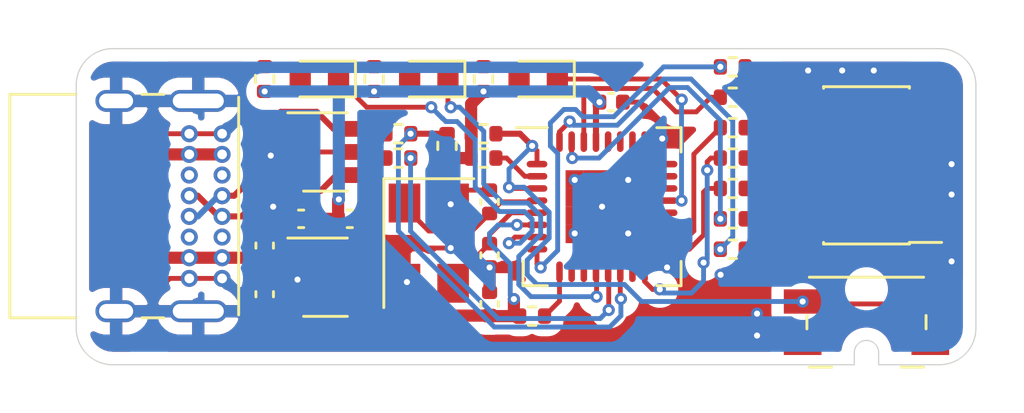
<source format=kicad_pcb>
(kicad_pcb (version 20171130) (host pcbnew 5.1.12-84ad8e8a86~92~ubuntu20.04.1)

  (general
    (thickness 1.6)
    (drawings 19)
    (tracks 351)
    (zones 0)
    (modules 37)
    (nets 53)
  )

  (page A4)
  (layers
    (0 F.Cu signal)
    (31 B.Cu signal)
    (32 B.Adhes user)
    (33 F.Adhes user)
    (34 B.Paste user)
    (35 F.Paste user)
    (36 B.SilkS user)
    (37 F.SilkS user)
    (38 B.Mask user)
    (39 F.Mask user)
    (40 Dwgs.User user)
    (41 Cmts.User user)
    (42 Eco1.User user)
    (43 Eco2.User user)
    (44 Edge.Cuts user)
    (45 Margin user)
    (46 B.CrtYd user)
    (47 F.CrtYd user)
    (48 B.Fab user hide)
    (49 F.Fab user hide)
  )

  (setup
    (last_trace_width 0.25)
    (user_trace_width 0.2)
    (user_trace_width 0.5)
    (trace_clearance 0.15)
    (zone_clearance 0.508)
    (zone_45_only no)
    (trace_min 0.2)
    (via_size 0.8)
    (via_drill 0.4)
    (via_min_size 0.5)
    (via_min_drill 0.25)
    (user_via 0.5 0.25)
    (uvia_size 0.3)
    (uvia_drill 0.1)
    (uvias_allowed no)
    (uvia_min_size 0.2)
    (uvia_min_drill 0.1)
    (edge_width 0.05)
    (segment_width 0.2)
    (pcb_text_width 0.3)
    (pcb_text_size 1.5 1.5)
    (mod_edge_width 0.12)
    (mod_text_size 1 1)
    (mod_text_width 0.15)
    (pad_size 1.524 1.524)
    (pad_drill 0.762)
    (pad_to_mask_clearance 0)
    (aux_axis_origin 0 0)
    (visible_elements FEFFFF7F)
    (pcbplotparams
      (layerselection 0x010fc_ffffffff)
      (usegerberextensions false)
      (usegerberattributes false)
      (usegerberadvancedattributes true)
      (creategerberjobfile true)
      (excludeedgelayer true)
      (linewidth 0.100000)
      (plotframeref false)
      (viasonmask false)
      (mode 1)
      (useauxorigin false)
      (hpglpennumber 1)
      (hpglpenspeed 20)
      (hpglpendiameter 15.000000)
      (psnegative false)
      (psa4output false)
      (plotreference true)
      (plotvalue true)
      (plotinvisibletext false)
      (padsonsilk false)
      (subtractmaskfromsilk false)
      (outputformat 1)
      (mirror false)
      (drillshape 0)
      (scaleselection 1)
      (outputdirectory "/home/stephen/Desktop/GlassLink_R0_6_Gerbers/"))
  )

  (net 0 "")
  (net 1 GND)
  (net 2 /XTAL_IN)
  (net 3 /XTAL_OUT)
  (net 4 +5V)
  (net 5 +3V3)
  (net 6 "Net-(D1-Pad2)")
  (net 7 /LED_MSD_RED)
  (net 8 "Net-(D2-Pad2)")
  (net 9 /LED_DAP_BLUE)
  (net 10 "Net-(D3-Pad2)")
  (net 11 /LED_CDC_GREEN)
  (net 12 "Net-(J1-PadA6)")
  (net 13 "Net-(J1-PadB5)")
  (net 14 "Net-(J1-PadB8)")
  (net 15 "Net-(J1-PadA7)")
  (net 16 "Net-(J1-PadA8)")
  (net 17 "Net-(J1-PadA5)")
  (net 18 "Net-(J2-Pad10)")
  (net 19 "Net-(J2-Pad9)")
  (net 20 "Net-(J2-Pad8)")
  (net 21 "Net-(J2-Pad7)")
  (net 22 "Net-(J2-Pad6)")
  (net 23 "Net-(J2-Pad4)")
  (net 24 "Net-(J2-Pad2)")
  (net 25 /TGT_~RESET)
  (net 26 /IF_~RESET)
  (net 27 /IF_VBUS)
  (net 28 /TGT_UART_RX)
  (net 29 /TGT_UART_TX)
  (net 30 /TGT_SWDIO_TMS)
  (net 31 /TGT_SWCLK_TCK)
  (net 32 /TGT_SWO_TDO)
  (net 33 /TGT_TDI)
  (net 34 "Net-(U1-Pad3)")
  (net 35 "Net-(U1-Pad1)")
  (net 36 "Net-(U2-Pad4)")
  (net 37 "Net-(U3-Pad28)")
  (net 38 "Net-(U3-Pad27)")
  (net 39 "Net-(U3-Pad26)")
  (net 40 "Net-(U3-Pad25)")
  (net 41 "Net-(U3-Pad24)")
  (net 42 "Net-(U3-Pad23)")
  (net 43 "Net-(U3-Pad22)")
  (net 44 "Net-(U3-Pad20)")
  (net 45 "Net-(U3-Pad19)")
  (net 46 "Net-(U3-Pad15)")
  (net 47 /IF_USB_DP)
  (net 48 /IF_USB_DM)
  (net 49 "Net-(U3-Pad11)")
  (net 50 "Net-(U3-Pad10)")
  (net 51 /TGT_~RESET~_IN)
  (net 52 /VTARGET)

  (net_class Default "This is the default net class."
    (clearance 0.15)
    (trace_width 0.25)
    (via_dia 0.8)
    (via_drill 0.4)
    (uvia_dia 0.3)
    (uvia_drill 0.1)
    (add_net +3V3)
    (add_net +5V)
    (add_net /IF_USB_DM)
    (add_net /IF_USB_DP)
    (add_net /IF_VBUS)
    (add_net /IF_~RESET)
    (add_net /LED_CDC_GREEN)
    (add_net /LED_DAP_BLUE)
    (add_net /LED_MSD_RED)
    (add_net /TGT_SWCLK_TCK)
    (add_net /TGT_SWDIO_TMS)
    (add_net /TGT_SWO_TDO)
    (add_net /TGT_TDI)
    (add_net /TGT_UART_RX)
    (add_net /TGT_UART_TX)
    (add_net /TGT_~RESET)
    (add_net /TGT_~RESET~_IN)
    (add_net /VTARGET)
    (add_net /XTAL_IN)
    (add_net /XTAL_OUT)
    (add_net GND)
    (add_net "Net-(D1-Pad2)")
    (add_net "Net-(D2-Pad2)")
    (add_net "Net-(D3-Pad2)")
    (add_net "Net-(J1-PadA5)")
    (add_net "Net-(J1-PadA6)")
    (add_net "Net-(J1-PadA7)")
    (add_net "Net-(J1-PadA8)")
    (add_net "Net-(J1-PadB5)")
    (add_net "Net-(J1-PadB8)")
    (add_net "Net-(J2-Pad10)")
    (add_net "Net-(J2-Pad2)")
    (add_net "Net-(J2-Pad4)")
    (add_net "Net-(J2-Pad6)")
    (add_net "Net-(J2-Pad7)")
    (add_net "Net-(J2-Pad8)")
    (add_net "Net-(J2-Pad9)")
    (add_net "Net-(U1-Pad1)")
    (add_net "Net-(U1-Pad3)")
    (add_net "Net-(U2-Pad4)")
    (add_net "Net-(U3-Pad10)")
    (add_net "Net-(U3-Pad11)")
    (add_net "Net-(U3-Pad15)")
    (add_net "Net-(U3-Pad19)")
    (add_net "Net-(U3-Pad20)")
    (add_net "Net-(U3-Pad22)")
    (add_net "Net-(U3-Pad23)")
    (add_net "Net-(U3-Pad24)")
    (add_net "Net-(U3-Pad25)")
    (add_net "Net-(U3-Pad26)")
    (add_net "Net-(U3-Pad27)")
    (add_net "Net-(U3-Pad28)")
  )

  (module Fiducial:Fiducial_0.5mm_Mask1mm (layer F.Cu) (tedit 5C18CB26) (tstamp 61B2CA8F)
    (at 35 -12)
    (descr "Circular Fiducial, 0.5mm bare copper, 1mm soldermask opening (Level C)")
    (tags fiducial)
    (path /61EAEE8A)
    (attr smd)
    (fp_text reference FID3 (at 0 -1.5) (layer F.SilkS) hide
      (effects (font (size 1 1) (thickness 0.15)))
    )
    (fp_text value Fiducial (at 0 1.5) (layer F.Fab)
      (effects (font (size 1 1) (thickness 0.15)))
    )
    (fp_circle (center 0 0) (end 0.75 0) (layer F.CrtYd) (width 0.05))
    (fp_circle (center 0 0) (end 0.5 0) (layer F.Fab) (width 0.1))
    (fp_text user %R (at 0 0) (layer F.Fab)
      (effects (font (size 0.2 0.2) (thickness 0.04)))
    )
    (pad "" smd circle (at 0 0) (size 0.5 0.5) (layers F.Cu F.Mask)
      (solder_mask_margin 0.25) (clearance 0.25))
  )

  (module Fiducial:Fiducial_0.5mm_Mask1mm (layer F.Cu) (tedit 5C18CB26) (tstamp 61B2C60D)
    (at 3 -1)
    (descr "Circular Fiducial, 0.5mm bare copper, 1mm soldermask opening (Level C)")
    (tags fiducial)
    (path /61EAE9D9)
    (attr smd)
    (fp_text reference FID2 (at 0 -1.5) (layer F.SilkS) hide
      (effects (font (size 1 1) (thickness 0.15)))
    )
    (fp_text value Fiducial (at 0 1.5) (layer F.Fab)
      (effects (font (size 1 1) (thickness 0.15)))
    )
    (fp_circle (center 0 0) (end 0.75 0) (layer F.CrtYd) (width 0.05))
    (fp_circle (center 0 0) (end 0.5 0) (layer F.Fab) (width 0.1))
    (fp_text user %R (at 0 0) (layer F.Fab)
      (effects (font (size 0.2 0.2) (thickness 0.04)))
    )
    (pad "" smd circle (at 0 0) (size 0.5 0.5) (layers F.Cu F.Mask)
      (solder_mask_margin 0.25) (clearance 0.25))
  )

  (module Fiducial:Fiducial_0.5mm_Mask1mm (layer F.Cu) (tedit 5C18CB26) (tstamp 61B2C605)
    (at 3 -12)
    (descr "Circular Fiducial, 0.5mm bare copper, 1mm soldermask opening (Level C)")
    (tags fiducial)
    (path /61EAE5B0)
    (attr smd)
    (fp_text reference FID1 (at 0 -1.5) (layer F.SilkS) hide
      (effects (font (size 1 1) (thickness 0.15)))
    )
    (fp_text value Fiducial (at 0 1.5) (layer F.Fab)
      (effects (font (size 1 1) (thickness 0.15)))
    )
    (fp_circle (center 0 0) (end 0.75 0) (layer F.CrtYd) (width 0.05))
    (fp_circle (center 0 0) (end 0.5 0) (layer F.Fab) (width 0.1))
    (fp_text user %R (at 0 0) (layer F.Fab)
      (effects (font (size 0.2 0.2) (thickness 0.04)))
    )
    (pad "" smd circle (at 0 0) (size 0.5 0.5) (layers F.Cu F.Mask)
      (solder_mask_margin 0.25) (clearance 0.25))
  )

  (module GlassLink:QFN-32_EP_6.2x6.2_Pitch0.5mm (layer F.Cu) (tedit 0) (tstamp 61B1909B)
    (at 21.625 -6.5)
    (path /61B19651)
    (attr smd)
    (fp_text reference U3 (at 2.625 -4.25) (layer F.SilkS) hide
      (effects (font (size 1 1) (thickness 0.15)))
    )
    (fp_text value LPC11U35FHI33_501 (at 0 4.8) (layer F.Fab)
      (effects (font (size 1 1) (thickness 0.15)))
    )
    (fp_line (start -3.8 3.8) (end -3.8 -3.8) (layer F.CrtYd) (width 0.05))
    (fp_line (start 3.8 3.8) (end -3.8 3.8) (layer F.CrtYd) (width 0.05))
    (fp_line (start 3.8 -3.8) (end 3.8 3.8) (layer F.CrtYd) (width 0.05))
    (fp_line (start -3.8 -3.8) (end 3.8 -3.8) (layer F.CrtYd) (width 0.05))
    (fp_line (start -2.25 -3.25) (end -3.525 -3.25) (layer F.SilkS) (width 0.12))
    (fp_line (start -3.25 3.25) (end -3.25 2.25) (layer F.SilkS) (width 0.12))
    (fp_line (start -2.25 3.25) (end -3.25 3.25) (layer F.SilkS) (width 0.12))
    (fp_line (start 3.25 3.25) (end 3.25 2.25) (layer F.SilkS) (width 0.12))
    (fp_line (start 2.25 3.25) (end 3.25 3.25) (layer F.SilkS) (width 0.12))
    (fp_line (start 3.25 -3.25) (end 3.25 -2.25) (layer F.SilkS) (width 0.12))
    (fp_line (start 2.25 -3.25) (end 3.25 -3.25) (layer F.SilkS) (width 0.12))
    (fp_line (start 3.1 -3.1) (end -2.1 -3.1) (layer F.Fab) (width 0.15))
    (fp_line (start 3.1 3.1) (end 3.1 -3.1) (layer F.Fab) (width 0.15))
    (fp_line (start -3.1 3.1) (end 3.1 3.1) (layer F.Fab) (width 0.15))
    (fp_line (start -3.1 -2.1) (end -3.1 3.1) (layer F.Fab) (width 0.15))
    (fp_line (start -2.1 -3.1) (end -3.1 -2.1) (layer F.Fab) (width 0.15))
    (pad 33 smd rect (at 1.125 1.125) (size 0.75 0.75) (layers F.Cu F.Paste F.Mask)
      (net 1 GND) (solder_paste_margin -0.75))
    (pad 33 smd rect (at 1.125 0.375) (size 0.75 0.75) (layers F.Cu F.Paste F.Mask)
      (net 1 GND) (solder_paste_margin -0.75))
    (pad 33 smd rect (at 1.125 -0.375) (size 0.75 0.75) (layers F.Cu F.Paste F.Mask)
      (net 1 GND) (solder_paste_margin -0.75))
    (pad 33 smd rect (at 1.125 -1.125) (size 0.75 0.75) (layers F.Cu F.Paste F.Mask)
      (net 1 GND) (solder_paste_margin -0.75))
    (pad 33 smd rect (at 0.375 1.125) (size 0.75 0.75) (layers F.Cu F.Paste F.Mask)
      (net 1 GND) (solder_paste_margin -0.75))
    (pad 33 smd rect (at 0.375 0.375) (size 0.75 0.75) (layers F.Cu F.Paste F.Mask)
      (net 1 GND) (solder_paste_margin -0.75))
    (pad 33 smd rect (at 0.375 -0.375) (size 0.75 0.75) (layers F.Cu F.Paste F.Mask)
      (net 1 GND) (solder_paste_margin -0.75))
    (pad 33 smd rect (at 0.375 -1.125) (size 0.75 0.75) (layers F.Cu F.Paste F.Mask)
      (net 1 GND) (solder_paste_margin -0.75))
    (pad 33 smd rect (at -0.375 1.125) (size 0.75 0.75) (layers F.Cu F.Paste F.Mask)
      (net 1 GND) (solder_paste_margin -0.75))
    (pad 33 smd rect (at -0.375 0.375) (size 0.75 0.75) (layers F.Cu F.Paste F.Mask)
      (net 1 GND) (solder_paste_margin -0.75))
    (pad 33 smd rect (at -0.375 -0.375) (size 0.75 0.75) (layers F.Cu F.Paste F.Mask)
      (net 1 GND) (solder_paste_margin -0.75))
    (pad 33 smd rect (at -0.375 -1.125) (size 0.75 0.75) (layers F.Cu F.Paste F.Mask)
      (net 1 GND) (solder_paste_margin -0.75))
    (pad 33 smd rect (at -1.125 1.125) (size 0.75 0.75) (layers F.Cu F.Paste F.Mask)
      (net 1 GND) (solder_paste_margin -0.75))
    (pad 33 smd rect (at -1.125 0.375) (size 0.75 0.75) (layers F.Cu F.Paste F.Mask)
      (net 1 GND) (solder_paste_margin -0.75))
    (pad 33 smd rect (at -1.125 -0.375) (size 0.75 0.75) (layers F.Cu F.Paste F.Mask)
      (net 1 GND) (solder_paste_margin -0.75))
    (pad 33 smd rect (at -1.125 -1.125) (size 0.75 0.75) (layers F.Cu F.Paste F.Mask)
      (net 1 GND) (solder_paste_margin -0.75))
    (pad 32 smd oval (at -1.75 -2.675) (size 0.27 0.85) (layers F.Cu F.Paste F.Mask)
      (net 28 /TGT_UART_RX))
    (pad 31 smd oval (at -1.25 -2.675) (size 0.27 0.85) (layers F.Cu F.Paste F.Mask)
      (net 29 /TGT_UART_TX))
    (pad 30 smd oval (at -0.75 -2.675) (size 0.27 0.85) (layers F.Cu F.Paste F.Mask)
      (net 33 /TGT_TDI))
    (pad 29 smd oval (at -0.25 -2.675) (size 0.27 0.85) (layers F.Cu F.Paste F.Mask)
      (net 5 +3V3))
    (pad 28 smd oval (at 0.25 -2.675) (size 0.27 0.85) (layers F.Cu F.Paste F.Mask)
      (net 37 "Net-(U3-Pad28)"))
    (pad 27 smd oval (at 0.75 -2.675) (size 0.27 0.85) (layers F.Cu F.Paste F.Mask)
      (net 38 "Net-(U3-Pad27)"))
    (pad 26 smd oval (at 1.25 -2.675) (size 0.27 0.85) (layers F.Cu F.Paste F.Mask)
      (net 39 "Net-(U3-Pad26)"))
    (pad 25 smd oval (at 1.75 -2.675) (size 0.27 0.85) (layers F.Cu F.Paste F.Mask)
      (net 40 "Net-(U3-Pad25)"))
    (pad 24 smd oval (at 2.675 -1.75 90) (size 0.27 0.85) (layers F.Cu F.Paste F.Mask)
      (net 41 "Net-(U3-Pad24)"))
    (pad 23 smd oval (at 2.675 -1.25 90) (size 0.27 0.85) (layers F.Cu F.Paste F.Mask)
      (net 42 "Net-(U3-Pad23)"))
    (pad 22 smd oval (at 2.675 -0.75 90) (size 0.27 0.85) (layers F.Cu F.Paste F.Mask)
      (net 43 "Net-(U3-Pad22)"))
    (pad 21 smd oval (at 2.675 -0.25 90) (size 0.27 0.85) (layers F.Cu F.Paste F.Mask)
      (net 11 /LED_CDC_GREEN))
    (pad 20 smd oval (at 2.675 0.25 90) (size 0.27 0.85) (layers F.Cu F.Paste F.Mask)
      (net 44 "Net-(U3-Pad20)"))
    (pad 19 smd oval (at 2.675 0.75 90) (size 0.27 0.85) (layers F.Cu F.Paste F.Mask)
      (net 45 "Net-(U3-Pad19)"))
    (pad 18 smd oval (at 2.675 1.25 90) (size 0.27 0.85) (layers F.Cu F.Paste F.Mask)
      (net 32 /TGT_SWO_TDO))
    (pad 17 smd oval (at 2.675 1.75 90) (size 0.27 0.85) (layers F.Cu F.Paste F.Mask)
      (net 30 /TGT_SWDIO_TMS))
    (pad 16 smd oval (at 1.75 2.675) (size 0.27 0.85) (layers F.Cu F.Paste F.Mask)
      (net 31 /TGT_SWCLK_TCK))
    (pad 15 smd oval (at 1.25 2.675) (size 0.27 0.85) (layers F.Cu F.Paste F.Mask)
      (net 46 "Net-(U3-Pad15)"))
    (pad 14 smd oval (at 0.75 2.675) (size 0.27 0.85) (layers F.Cu F.Paste F.Mask)
      (net 47 /IF_USB_DP))
    (pad 13 smd oval (at 0.25 2.675) (size 0.27 0.85) (layers F.Cu F.Paste F.Mask)
      (net 48 /IF_USB_DM))
    (pad 12 smd oval (at -0.25 2.675) (size 0.27 0.85) (layers F.Cu F.Paste F.Mask)
      (net 9 /LED_DAP_BLUE))
    (pad 11 smd oval (at -0.75 2.675) (size 0.27 0.85) (layers F.Cu F.Paste F.Mask)
      (net 49 "Net-(U3-Pad11)"))
    (pad 10 smd oval (at -1.25 2.675) (size 0.27 0.85) (layers F.Cu F.Paste F.Mask)
      (net 50 "Net-(U3-Pad10)"))
    (pad 9 smd oval (at -1.75 2.675) (size 0.27 0.85) (layers F.Cu F.Paste F.Mask)
      (net 27 /IF_VBUS))
    (pad 8 smd oval (at -2.675 1.75 90) (size 0.27 0.85) (layers F.Cu F.Paste F.Mask)
      (net 25 /TGT_~RESET))
    (pad 7 smd oval (at -2.675 1.25 90) (size 0.27 0.85) (layers F.Cu F.Paste F.Mask)
      (net 7 /LED_MSD_RED))
    (pad 6 smd oval (at -2.675 0.75 90) (size 0.27 0.85) (layers F.Cu F.Paste F.Mask)
      (net 5 +3V3))
    (pad 5 smd oval (at -2.675 0.25 90) (size 0.27 0.85) (layers F.Cu F.Paste F.Mask)
      (net 3 /XTAL_OUT))
    (pad 4 smd oval (at -2.675 -0.25 90) (size 0.27 0.85) (layers F.Cu F.Paste F.Mask)
      (net 2 /XTAL_IN))
    (pad 3 smd oval (at -2.675 -0.75 90) (size 0.27 0.85) (layers F.Cu F.Paste F.Mask)
      (net 51 /TGT_~RESET~_IN))
    (pad 2 smd oval (at -2.675 -1.25 90) (size 0.27 0.85) (layers F.Cu F.Paste F.Mask)
      (net 26 /IF_~RESET))
    (pad 1 smd oval (at -2.675 -1.75 90) (size 0.27 0.85) (layers F.Cu F.Paste F.Mask)
      (net 51 /TGT_~RESET~_IN))
    (model ${KIPRJMOD}/models/LPC11U35FHI33-501Y/2021-12-09_15-47-32/STEP/HVQFN32_SOT617-3_NXP.step
      (at (xyz 0 0 0))
      (scale (xyz 1 1 1))
      (rotate (xyz 0 0 0))
    )
  )

  (module Button_Switch_SMD:Panasonic_EVQPUL_EVQPUC (layer F.Cu) (tedit 5A02FC95) (tstamp 61B17026)
    (at 32.5 -1.75 180)
    (descr http://industrial.panasonic.com/cdbs/www-data/pdf/ATV0000/ATV0000CE5.pdf)
    (tags "SMD SMT SPST EVQPUL EVQPUC")
    (path /61BE0DA2)
    (attr smd)
    (fp_text reference SW1 (at 0 -4.5) (layer F.SilkS) hide
      (effects (font (size 1 1) (thickness 0.15)))
    )
    (fp_text value SW_Push (at 0 3.5) (layer F.Fab)
      (effects (font (size 1 1) (thickness 0.15)))
    )
    (fp_line (start 3.9 -3.25) (end -3.9 -3.25) (layer F.CrtYd) (width 0.05))
    (fp_line (start 3.9 2.25) (end -3.9 2.25) (layer F.CrtYd) (width 0.05))
    (fp_line (start -3.9 2.25) (end -3.9 -3.25) (layer F.CrtYd) (width 0.05))
    (fp_line (start -1.425 -1.85) (end -2.35 -1.85) (layer F.SilkS) (width 0.12))
    (fp_line (start 2.45 0.275) (end 2.45 -0.275) (layer F.SilkS) (width 0.12))
    (fp_line (start 2.35 1.75) (end -2.35 1.75) (layer F.Fab) (width 0.1))
    (fp_line (start 2.35 -1.75) (end -2.35 -1.75) (layer F.Fab) (width 0.1))
    (fp_line (start -2.35 1.75) (end -2.35 -1.75) (layer F.Fab) (width 0.1))
    (fp_line (start 2.35 1.75) (end 2.35 -1.75) (layer F.Fab) (width 0.1))
    (fp_line (start 1.3 -2.75) (end -1.3 -2.75) (layer F.Fab) (width 0.1))
    (fp_line (start 1.3 -2.75) (end 1.3 -1.75) (layer F.Fab) (width 0.1))
    (fp_line (start -1.3 -2.75) (end -1.3 -1.75) (layer F.Fab) (width 0.1))
    (fp_line (start -2.45 0.275) (end -2.45 -0.275) (layer F.SilkS) (width 0.12))
    (fp_line (start 2.35 1.85) (end -2.35 1.85) (layer F.SilkS) (width 0.12))
    (fp_line (start 2.35 -1.85) (end 1.425 -1.85) (layer F.SilkS) (width 0.12))
    (fp_line (start 3.9 2.25) (end 3.9 -3.25) (layer F.CrtYd) (width 0.05))
    (fp_text user %R (at 0 0) (layer F.Fab)
      (effects (font (size 1 1) (thickness 0.15)))
    )
    (pad "" np_thru_hole circle (at 0 -1.375) (size 0.75 0.75) (drill 0.75) (layers *.Cu *.Mask))
    (pad "" np_thru_hole circle (at 0 1.375) (size 0.75 0.75) (drill 0.75) (layers *.Cu *.Mask))
    (pad 1 smd rect (at 2.625 -0.85) (size 1.55 1) (layers F.Cu F.Paste F.Mask)
      (net 1 GND))
    (pad 1 smd rect (at -2.625 -0.85) (size 1.55 1) (layers F.Cu F.Paste F.Mask)
      (net 1 GND))
    (pad 2 smd rect (at -2.625 0.85) (size 1.55 1) (layers F.Cu F.Paste F.Mask)
      (net 51 /TGT_~RESET~_IN))
    (pad 2 smd rect (at 2.625 0.85) (size 1.55 1) (layers F.Cu F.Paste F.Mask)
      (net 51 /TGT_~RESET~_IN))
    (model ${KISYS3DMOD}/Button_Switch_SMD.3dshapes/Panasonic_EVQPUL_EVQPUC.wrl
      (at (xyz 0 0 0))
      (scale (xyz 1 1 1))
      (rotate (xyz 0 0 0))
    )
    (model ${KIPRJMOD}/models/TL1014BF160QG/TL1014BFxxxQG.stp
      (at (xyz 0 0 0))
      (scale (xyz 1 1 1))
      (rotate (xyz 0 0 180))
    )
  )

  (module Crystal:Crystal_SMD_5032-4Pin_5.0x3.2mm (layer F.Cu) (tedit 5A0FD1B2) (tstamp 61B170BD)
    (at 14.5 -5 270)
    (descr "SMD Crystal SERIES SMD2520/4 http://www.icbase.com/File/PDF/HKC/HKC00061008.pdf, 5.0x3.2mm^2 package")
    (tags "SMD SMT crystal")
    (path /61C40D31)
    (attr smd)
    (fp_text reference Y1 (at -2.75 3 180) (layer F.SilkS) hide
      (effects (font (size 1 1) (thickness 0.15)))
    )
    (fp_text value ECS-120-20-30B-TR (at 0 2.8 90) (layer F.Fab)
      (effects (font (size 1 1) (thickness 0.15)))
    )
    (fp_line (start 2.8 -1.9) (end -2.8 -1.9) (layer F.CrtYd) (width 0.05))
    (fp_line (start 2.8 1.9) (end 2.8 -1.9) (layer F.CrtYd) (width 0.05))
    (fp_line (start -2.8 1.9) (end 2.8 1.9) (layer F.CrtYd) (width 0.05))
    (fp_line (start -2.8 -1.9) (end -2.8 1.9) (layer F.CrtYd) (width 0.05))
    (fp_line (start -2.65 1.85) (end 2.65 1.85) (layer F.SilkS) (width 0.12))
    (fp_line (start -2.65 -1.85) (end -2.65 1.85) (layer F.SilkS) (width 0.12))
    (fp_line (start -2.5 0.6) (end -1.5 1.6) (layer F.Fab) (width 0.1))
    (fp_line (start -2.5 -1.4) (end -2.3 -1.6) (layer F.Fab) (width 0.1))
    (fp_line (start -2.5 1.4) (end -2.5 -1.4) (layer F.Fab) (width 0.1))
    (fp_line (start -2.3 1.6) (end -2.5 1.4) (layer F.Fab) (width 0.1))
    (fp_line (start 2.3 1.6) (end -2.3 1.6) (layer F.Fab) (width 0.1))
    (fp_line (start 2.5 1.4) (end 2.3 1.6) (layer F.Fab) (width 0.1))
    (fp_line (start 2.5 -1.4) (end 2.5 1.4) (layer F.Fab) (width 0.1))
    (fp_line (start 2.3 -1.6) (end 2.5 -1.4) (layer F.Fab) (width 0.1))
    (fp_line (start -2.3 -1.6) (end 2.3 -1.6) (layer F.Fab) (width 0.1))
    (fp_text user %R (at 0 0 90) (layer F.Fab)
      (effects (font (size 1 1) (thickness 0.15)))
    )
    (pad 4 smd rect (at -1.65 -1 270) (size 1.6 1.3) (layers F.Cu F.Paste F.Mask)
      (net 1 GND))
    (pad 3 smd rect (at 1.65 -1 270) (size 1.6 1.3) (layers F.Cu F.Paste F.Mask)
      (net 3 /XTAL_OUT))
    (pad 2 smd rect (at 1.65 1 270) (size 1.6 1.3) (layers F.Cu F.Paste F.Mask)
      (net 1 GND))
    (pad 1 smd rect (at -1.65 1 270) (size 1.6 1.3) (layers F.Cu F.Paste F.Mask)
      (net 2 /XTAL_IN))
    (model ${KISYS3DMOD}/Crystal.3dshapes/Crystal_SMD_5032-4Pin_5.0x3.2mm.wrl
      (at (xyz 0 0 0))
      (scale (xyz 1 1 1))
      (rotate (xyz 0 0 0))
    )
    (model ${KIPRJMOD}/models/ECS-120-20-33-CKM-TR/2021-12-09_15-51-46/STEP/SMD_EXC-32_CRYSTAL_3P2X2P5_ECS.step
      (at (xyz 0 0 0))
      (scale (xyz 1 1 1))
      (rotate (xyz 0 0 0))
    )
  )

  (module Package_TO_SOT_SMD:SOT-23-5 (layer F.Cu) (tedit 5A02FF57) (tstamp 61B17051)
    (at 10.25 -3.6)
    (descr "5-pin SOT23 package")
    (tags SOT-23-5)
    (path /61B1051E)
    (attr smd)
    (fp_text reference U2 (at 0 2.5) (layer F.SilkS) hide
      (effects (font (size 1 1) (thickness 0.15)))
    )
    (fp_text value AP2204K-3.3 (at 0 2.9) (layer F.Fab)
      (effects (font (size 1 1) (thickness 0.15)))
    )
    (fp_line (start 0.9 -1.55) (end 0.9 1.55) (layer F.Fab) (width 0.1))
    (fp_line (start 0.9 1.55) (end -0.9 1.55) (layer F.Fab) (width 0.1))
    (fp_line (start -0.9 -0.9) (end -0.9 1.55) (layer F.Fab) (width 0.1))
    (fp_line (start 0.9 -1.55) (end -0.25 -1.55) (layer F.Fab) (width 0.1))
    (fp_line (start -0.9 -0.9) (end -0.25 -1.55) (layer F.Fab) (width 0.1))
    (fp_line (start -1.9 1.8) (end -1.9 -1.8) (layer F.CrtYd) (width 0.05))
    (fp_line (start 1.9 1.8) (end -1.9 1.8) (layer F.CrtYd) (width 0.05))
    (fp_line (start 1.9 -1.8) (end 1.9 1.8) (layer F.CrtYd) (width 0.05))
    (fp_line (start -1.9 -1.8) (end 1.9 -1.8) (layer F.CrtYd) (width 0.05))
    (fp_line (start 0.9 -1.61) (end -1.55 -1.61) (layer F.SilkS) (width 0.12))
    (fp_line (start -0.9 1.61) (end 0.9 1.61) (layer F.SilkS) (width 0.12))
    (fp_text user %R (at 0 0 90) (layer F.Fab)
      (effects (font (size 0.5 0.5) (thickness 0.075)))
    )
    (pad 5 smd rect (at 1.1 -0.95) (size 1.06 0.65) (layers F.Cu F.Paste F.Mask)
      (net 5 +3V3))
    (pad 4 smd rect (at 1.1 0.95) (size 1.06 0.65) (layers F.Cu F.Paste F.Mask)
      (net 36 "Net-(U2-Pad4)"))
    (pad 3 smd rect (at -1.1 0.95) (size 1.06 0.65) (layers F.Cu F.Paste F.Mask)
      (net 4 +5V))
    (pad 2 smd rect (at -1.1 0) (size 1.06 0.65) (layers F.Cu F.Paste F.Mask)
      (net 1 GND))
    (pad 1 smd rect (at -1.1 -0.95) (size 1.06 0.65) (layers F.Cu F.Paste F.Mask)
      (net 4 +5V))
    (model ${KISYS3DMOD}/Package_TO_SOT_SMD.3dshapes/SOT-23-5.wrl
      (at (xyz 0 0 0))
      (scale (xyz 1 1 1))
      (rotate (xyz 0 0 0))
    )
  )

  (module Package_TO_SOT_SMD:SOT-23-6 (layer F.Cu) (tedit 5A02FF57) (tstamp 61B1703C)
    (at 10.25 -8.75)
    (descr "6-pin SOT-23 package")
    (tags SOT-23-6)
    (path /61B168E1)
    (attr smd)
    (fp_text reference U1 (at 3 0) (layer F.SilkS) hide
      (effects (font (size 1 1) (thickness 0.15)))
    )
    (fp_text value SN65220 (at 0 2.9) (layer F.Fab)
      (effects (font (size 1 1) (thickness 0.15)))
    )
    (fp_line (start 0.9 -1.55) (end 0.9 1.55) (layer F.Fab) (width 0.1))
    (fp_line (start 0.9 1.55) (end -0.9 1.55) (layer F.Fab) (width 0.1))
    (fp_line (start -0.9 -0.9) (end -0.9 1.55) (layer F.Fab) (width 0.1))
    (fp_line (start 0.9 -1.55) (end -0.25 -1.55) (layer F.Fab) (width 0.1))
    (fp_line (start -0.9 -0.9) (end -0.25 -1.55) (layer F.Fab) (width 0.1))
    (fp_line (start -1.9 -1.8) (end -1.9 1.8) (layer F.CrtYd) (width 0.05))
    (fp_line (start -1.9 1.8) (end 1.9 1.8) (layer F.CrtYd) (width 0.05))
    (fp_line (start 1.9 1.8) (end 1.9 -1.8) (layer F.CrtYd) (width 0.05))
    (fp_line (start 1.9 -1.8) (end -1.9 -1.8) (layer F.CrtYd) (width 0.05))
    (fp_line (start 0.9 -1.61) (end -1.55 -1.61) (layer F.SilkS) (width 0.12))
    (fp_line (start -0.9 1.61) (end 0.9 1.61) (layer F.SilkS) (width 0.12))
    (fp_text user %R (at 0 0 90) (layer F.Fab)
      (effects (font (size 0.5 0.5) (thickness 0.075)))
    )
    (pad 5 smd rect (at 1.1 0) (size 1.06 0.65) (layers F.Cu F.Paste F.Mask)
      (net 1 GND))
    (pad 6 smd rect (at 1.1 -0.95) (size 1.06 0.65) (layers F.Cu F.Paste F.Mask)
      (net 12 "Net-(J1-PadA6)"))
    (pad 4 smd rect (at 1.1 0.95) (size 1.06 0.65) (layers F.Cu F.Paste F.Mask)
      (net 15 "Net-(J1-PadA7)"))
    (pad 3 smd rect (at -1.1 0.95) (size 1.06 0.65) (layers F.Cu F.Paste F.Mask)
      (net 34 "Net-(U1-Pad3)"))
    (pad 2 smd rect (at -1.1 0) (size 1.06 0.65) (layers F.Cu F.Paste F.Mask)
      (net 1 GND))
    (pad 1 smd rect (at -1.1 -0.95) (size 1.06 0.65) (layers F.Cu F.Paste F.Mask)
      (net 35 "Net-(U1-Pad1)"))
    (model ${KISYS3DMOD}/Package_TO_SOT_SMD.3dshapes/SOT-23-6.wrl
      (at (xyz 0 0 0))
      (scale (xyz 1 1 1))
      (rotate (xyz 0 0 0))
    )
  )

  (module Resistor_SMD:R_0402_1005Metric (layer F.Cu) (tedit 5F68FEEE) (tstamp 61B19930)
    (at 27 -12.25)
    (descr "Resistor SMD 0402 (1005 Metric), square (rectangular) end terminal, IPC_7351 nominal, (Body size source: IPC-SM-782 page 72, https://www.pcb-3d.com/wordpress/wp-content/uploads/ipc-sm-782a_amendment_1_and_2.pdf), generated with kicad-footprint-generator")
    (tags resistor)
    (path /61B607AB)
    (attr smd)
    (fp_text reference R16 (at 0 -1.17) (layer F.SilkS) hide
      (effects (font (size 1 1) (thickness 0.15)))
    )
    (fp_text value 100R (at 0 1.17) (layer F.Fab)
      (effects (font (size 1 1) (thickness 0.15)))
    )
    (fp_line (start 0.93 0.47) (end -0.93 0.47) (layer F.CrtYd) (width 0.05))
    (fp_line (start 0.93 -0.47) (end 0.93 0.47) (layer F.CrtYd) (width 0.05))
    (fp_line (start -0.93 -0.47) (end 0.93 -0.47) (layer F.CrtYd) (width 0.05))
    (fp_line (start -0.93 0.47) (end -0.93 -0.47) (layer F.CrtYd) (width 0.05))
    (fp_line (start -0.153641 0.38) (end 0.153641 0.38) (layer F.SilkS) (width 0.12))
    (fp_line (start -0.153641 -0.38) (end 0.153641 -0.38) (layer F.SilkS) (width 0.12))
    (fp_line (start 0.525 0.27) (end -0.525 0.27) (layer F.Fab) (width 0.1))
    (fp_line (start 0.525 -0.27) (end 0.525 0.27) (layer F.Fab) (width 0.1))
    (fp_line (start -0.525 -0.27) (end 0.525 -0.27) (layer F.Fab) (width 0.1))
    (fp_line (start -0.525 0.27) (end -0.525 -0.27) (layer F.Fab) (width 0.1))
    (fp_text user %R (at 0 0) (layer F.Fab)
      (effects (font (size 0.26 0.26) (thickness 0.04)))
    )
    (pad 2 smd roundrect (at 0.51 0) (size 0.54 0.64) (layers F.Cu F.Paste F.Mask) (roundrect_rratio 0.25)
      (net 18 "Net-(J2-Pad10)"))
    (pad 1 smd roundrect (at -0.51 0) (size 0.54 0.64) (layers F.Cu F.Paste F.Mask) (roundrect_rratio 0.25)
      (net 25 /TGT_~RESET))
    (model ${KISYS3DMOD}/Resistor_SMD.3dshapes/R_0402_1005Metric.wrl
      (at (xyz 0 0 0))
      (scale (xyz 1 1 1))
      (rotate (xyz 0 0 0))
    )
  )

  (module Resistor_SMD:R_0402_1005Metric (layer F.Cu) (tedit 5F68FEEE) (tstamp 61B19900)
    (at 27 -11)
    (descr "Resistor SMD 0402 (1005 Metric), square (rectangular) end terminal, IPC_7351 nominal, (Body size source: IPC-SM-782 page 72, https://www.pcb-3d.com/wordpress/wp-content/uploads/ipc-sm-782a_amendment_1_and_2.pdf), generated with kicad-footprint-generator")
    (tags resistor)
    (path /61B605D7)
    (attr smd)
    (fp_text reference R15 (at 0 -1.17) (layer F.SilkS) hide
      (effects (font (size 1 1) (thickness 0.15)))
    )
    (fp_text value 100R (at 0 1.17) (layer F.Fab)
      (effects (font (size 1 1) (thickness 0.15)))
    )
    (fp_line (start 0.93 0.47) (end -0.93 0.47) (layer F.CrtYd) (width 0.05))
    (fp_line (start 0.93 -0.47) (end 0.93 0.47) (layer F.CrtYd) (width 0.05))
    (fp_line (start -0.93 -0.47) (end 0.93 -0.47) (layer F.CrtYd) (width 0.05))
    (fp_line (start -0.93 0.47) (end -0.93 -0.47) (layer F.CrtYd) (width 0.05))
    (fp_line (start -0.153641 0.38) (end 0.153641 0.38) (layer F.SilkS) (width 0.12))
    (fp_line (start -0.153641 -0.38) (end 0.153641 -0.38) (layer F.SilkS) (width 0.12))
    (fp_line (start 0.525 0.27) (end -0.525 0.27) (layer F.Fab) (width 0.1))
    (fp_line (start 0.525 -0.27) (end 0.525 0.27) (layer F.Fab) (width 0.1))
    (fp_line (start -0.525 -0.27) (end 0.525 -0.27) (layer F.Fab) (width 0.1))
    (fp_line (start -0.525 0.27) (end -0.525 -0.27) (layer F.Fab) (width 0.1))
    (fp_text user %R (at 0 0) (layer F.Fab)
      (effects (font (size 0.26 0.26) (thickness 0.04)))
    )
    (pad 2 smd roundrect (at 0.51 0) (size 0.54 0.64) (layers F.Cu F.Paste F.Mask) (roundrect_rratio 0.25)
      (net 20 "Net-(J2-Pad8)"))
    (pad 1 smd roundrect (at -0.51 0) (size 0.54 0.64) (layers F.Cu F.Paste F.Mask) (roundrect_rratio 0.25)
      (net 33 /TGT_TDI))
    (model ${KISYS3DMOD}/Resistor_SMD.3dshapes/R_0402_1005Metric.wrl
      (at (xyz 0 0 0))
      (scale (xyz 1 1 1))
      (rotate (xyz 0 0 0))
    )
  )

  (module Resistor_SMD:R_0402_1005Metric (layer F.Cu) (tedit 5F68FEEE) (tstamp 61B19990)
    (at 27 -9.75)
    (descr "Resistor SMD 0402 (1005 Metric), square (rectangular) end terminal, IPC_7351 nominal, (Body size source: IPC-SM-782 page 72, https://www.pcb-3d.com/wordpress/wp-content/uploads/ipc-sm-782a_amendment_1_and_2.pdf), generated with kicad-footprint-generator")
    (tags resistor)
    (path /61B6034C)
    (attr smd)
    (fp_text reference R14 (at 0 -1.17) (layer F.SilkS) hide
      (effects (font (size 1 1) (thickness 0.15)))
    )
    (fp_text value 100R (at 0 1.17) (layer F.Fab)
      (effects (font (size 1 1) (thickness 0.15)))
    )
    (fp_line (start 0.93 0.47) (end -0.93 0.47) (layer F.CrtYd) (width 0.05))
    (fp_line (start 0.93 -0.47) (end 0.93 0.47) (layer F.CrtYd) (width 0.05))
    (fp_line (start -0.93 -0.47) (end 0.93 -0.47) (layer F.CrtYd) (width 0.05))
    (fp_line (start -0.93 0.47) (end -0.93 -0.47) (layer F.CrtYd) (width 0.05))
    (fp_line (start -0.153641 0.38) (end 0.153641 0.38) (layer F.SilkS) (width 0.12))
    (fp_line (start -0.153641 -0.38) (end 0.153641 -0.38) (layer F.SilkS) (width 0.12))
    (fp_line (start 0.525 0.27) (end -0.525 0.27) (layer F.Fab) (width 0.1))
    (fp_line (start 0.525 -0.27) (end 0.525 0.27) (layer F.Fab) (width 0.1))
    (fp_line (start -0.525 -0.27) (end 0.525 -0.27) (layer F.Fab) (width 0.1))
    (fp_line (start -0.525 0.27) (end -0.525 -0.27) (layer F.Fab) (width 0.1))
    (fp_text user %R (at 0 0) (layer F.Fab)
      (effects (font (size 0.26 0.26) (thickness 0.04)))
    )
    (pad 2 smd roundrect (at 0.51 0) (size 0.54 0.64) (layers F.Cu F.Paste F.Mask) (roundrect_rratio 0.25)
      (net 22 "Net-(J2-Pad6)"))
    (pad 1 smd roundrect (at -0.51 0) (size 0.54 0.64) (layers F.Cu F.Paste F.Mask) (roundrect_rratio 0.25)
      (net 32 /TGT_SWO_TDO))
    (model ${KISYS3DMOD}/Resistor_SMD.3dshapes/R_0402_1005Metric.wrl
      (at (xyz 0 0 0))
      (scale (xyz 1 1 1))
      (rotate (xyz 0 0 0))
    )
  )

  (module Resistor_SMD:R_0402_1005Metric (layer F.Cu) (tedit 5F68FEEE) (tstamp 61B19960)
    (at 27 -8.5)
    (descr "Resistor SMD 0402 (1005 Metric), square (rectangular) end terminal, IPC_7351 nominal, (Body size source: IPC-SM-782 page 72, https://www.pcb-3d.com/wordpress/wp-content/uploads/ipc-sm-782a_amendment_1_and_2.pdf), generated with kicad-footprint-generator")
    (tags resistor)
    (path /61B601F5)
    (attr smd)
    (fp_text reference R13 (at 0 -1.17) (layer F.SilkS) hide
      (effects (font (size 1 1) (thickness 0.15)))
    )
    (fp_text value 100R (at 0 1.17) (layer F.Fab)
      (effects (font (size 1 1) (thickness 0.15)))
    )
    (fp_line (start 0.93 0.47) (end -0.93 0.47) (layer F.CrtYd) (width 0.05))
    (fp_line (start 0.93 -0.47) (end 0.93 0.47) (layer F.CrtYd) (width 0.05))
    (fp_line (start -0.93 -0.47) (end 0.93 -0.47) (layer F.CrtYd) (width 0.05))
    (fp_line (start -0.93 0.47) (end -0.93 -0.47) (layer F.CrtYd) (width 0.05))
    (fp_line (start -0.153641 0.38) (end 0.153641 0.38) (layer F.SilkS) (width 0.12))
    (fp_line (start -0.153641 -0.38) (end 0.153641 -0.38) (layer F.SilkS) (width 0.12))
    (fp_line (start 0.525 0.27) (end -0.525 0.27) (layer F.Fab) (width 0.1))
    (fp_line (start 0.525 -0.27) (end 0.525 0.27) (layer F.Fab) (width 0.1))
    (fp_line (start -0.525 -0.27) (end 0.525 -0.27) (layer F.Fab) (width 0.1))
    (fp_line (start -0.525 0.27) (end -0.525 -0.27) (layer F.Fab) (width 0.1))
    (fp_text user %R (at 0 0) (layer F.Fab)
      (effects (font (size 0.26 0.26) (thickness 0.04)))
    )
    (pad 2 smd roundrect (at 0.51 0) (size 0.54 0.64) (layers F.Cu F.Paste F.Mask) (roundrect_rratio 0.25)
      (net 23 "Net-(J2-Pad4)"))
    (pad 1 smd roundrect (at -0.51 0) (size 0.54 0.64) (layers F.Cu F.Paste F.Mask) (roundrect_rratio 0.25)
      (net 31 /TGT_SWCLK_TCK))
    (model ${KISYS3DMOD}/Resistor_SMD.3dshapes/R_0402_1005Metric.wrl
      (at (xyz 0 0 0))
      (scale (xyz 1 1 1))
      (rotate (xyz 0 0 0))
    )
  )

  (module Resistor_SMD:R_0402_1005Metric (layer F.Cu) (tedit 5F68FEEE) (tstamp 61B199C0)
    (at 27 -7.25)
    (descr "Resistor SMD 0402 (1005 Metric), square (rectangular) end terminal, IPC_7351 nominal, (Body size source: IPC-SM-782 page 72, https://www.pcb-3d.com/wordpress/wp-content/uploads/ipc-sm-782a_amendment_1_and_2.pdf), generated with kicad-footprint-generator")
    (tags resistor)
    (path /61B5C901)
    (attr smd)
    (fp_text reference R12 (at 0 -1.17) (layer F.SilkS) hide
      (effects (font (size 1 1) (thickness 0.125)))
    )
    (fp_text value 100R (at 0 1.17) (layer F.Fab)
      (effects (font (size 1 1) (thickness 0.15)))
    )
    (fp_line (start 0.93 0.47) (end -0.93 0.47) (layer F.CrtYd) (width 0.05))
    (fp_line (start 0.93 -0.47) (end 0.93 0.47) (layer F.CrtYd) (width 0.05))
    (fp_line (start -0.93 -0.47) (end 0.93 -0.47) (layer F.CrtYd) (width 0.05))
    (fp_line (start -0.93 0.47) (end -0.93 -0.47) (layer F.CrtYd) (width 0.05))
    (fp_line (start -0.153641 0.38) (end 0.153641 0.38) (layer F.SilkS) (width 0.12))
    (fp_line (start -0.153641 -0.38) (end 0.153641 -0.38) (layer F.SilkS) (width 0.12))
    (fp_line (start 0.525 0.27) (end -0.525 0.27) (layer F.Fab) (width 0.1))
    (fp_line (start 0.525 -0.27) (end 0.525 0.27) (layer F.Fab) (width 0.1))
    (fp_line (start -0.525 -0.27) (end 0.525 -0.27) (layer F.Fab) (width 0.1))
    (fp_line (start -0.525 0.27) (end -0.525 -0.27) (layer F.Fab) (width 0.1))
    (fp_text user %R (at 0 0) (layer F.Fab)
      (effects (font (size 0.26 0.26) (thickness 0.04)))
    )
    (pad 2 smd roundrect (at 0.51 0) (size 0.54 0.64) (layers F.Cu F.Paste F.Mask) (roundrect_rratio 0.25)
      (net 24 "Net-(J2-Pad2)"))
    (pad 1 smd roundrect (at -0.51 0) (size 0.54 0.64) (layers F.Cu F.Paste F.Mask) (roundrect_rratio 0.25)
      (net 30 /TGT_SWDIO_TMS))
    (model ${KISYS3DMOD}/Resistor_SMD.3dshapes/R_0402_1005Metric.wrl
      (at (xyz 0 0 0))
      (scale (xyz 1 1 1))
      (rotate (xyz 0 0 0))
    )
  )

  (module Resistor_SMD:R_0402_1005Metric (layer F.Cu) (tedit 5F68FEEE) (tstamp 61B16FB8)
    (at 27 -6 180)
    (descr "Resistor SMD 0402 (1005 Metric), square (rectangular) end terminal, IPC_7351 nominal, (Body size source: IPC-SM-782 page 72, https://www.pcb-3d.com/wordpress/wp-content/uploads/ipc-sm-782a_amendment_1_and_2.pdf), generated with kicad-footprint-generator")
    (tags resistor)
    (path /61B6C9B3)
    (attr smd)
    (fp_text reference R11 (at 0 -1.17) (layer F.SilkS) hide
      (effects (font (size 1 1) (thickness 0.15)))
    )
    (fp_text value 100R (at 0 1.17) (layer F.Fab)
      (effects (font (size 1 1) (thickness 0.15)))
    )
    (fp_line (start 0.93 0.47) (end -0.93 0.47) (layer F.CrtYd) (width 0.05))
    (fp_line (start 0.93 -0.47) (end 0.93 0.47) (layer F.CrtYd) (width 0.05))
    (fp_line (start -0.93 -0.47) (end 0.93 -0.47) (layer F.CrtYd) (width 0.05))
    (fp_line (start -0.93 0.47) (end -0.93 -0.47) (layer F.CrtYd) (width 0.05))
    (fp_line (start -0.153641 0.38) (end 0.153641 0.38) (layer F.SilkS) (width 0.12))
    (fp_line (start -0.153641 -0.38) (end 0.153641 -0.38) (layer F.SilkS) (width 0.12))
    (fp_line (start 0.525 0.27) (end -0.525 0.27) (layer F.Fab) (width 0.1))
    (fp_line (start 0.525 -0.27) (end 0.525 0.27) (layer F.Fab) (width 0.1))
    (fp_line (start -0.525 -0.27) (end 0.525 -0.27) (layer F.Fab) (width 0.1))
    (fp_line (start -0.525 0.27) (end -0.525 -0.27) (layer F.Fab) (width 0.1))
    (fp_text user %R (at 0 0) (layer F.Fab)
      (effects (font (size 0.26 0.26) (thickness 0.04)))
    )
    (pad 2 smd roundrect (at 0.51 0 180) (size 0.54 0.64) (layers F.Cu F.Paste F.Mask) (roundrect_rratio 0.25)
      (net 29 /TGT_UART_TX))
    (pad 1 smd roundrect (at -0.51 0 180) (size 0.54 0.64) (layers F.Cu F.Paste F.Mask) (roundrect_rratio 0.25)
      (net 19 "Net-(J2-Pad9)"))
    (model ${KISYS3DMOD}/Resistor_SMD.3dshapes/R_0402_1005Metric.wrl
      (at (xyz 0 0 0))
      (scale (xyz 1 1 1))
      (rotate (xyz 0 0 0))
    )
  )

  (module Resistor_SMD:R_0402_1005Metric (layer F.Cu) (tedit 5F68FEEE) (tstamp 61B16FA7)
    (at 27 -4.75 180)
    (descr "Resistor SMD 0402 (1005 Metric), square (rectangular) end terminal, IPC_7351 nominal, (Body size source: IPC-SM-782 page 72, https://www.pcb-3d.com/wordpress/wp-content/uploads/ipc-sm-782a_amendment_1_and_2.pdf), generated with kicad-footprint-generator")
    (tags resistor)
    (path /61B6C5D3)
    (attr smd)
    (fp_text reference R10 (at 0 -1.17) (layer F.SilkS) hide
      (effects (font (size 1 1) (thickness 0.15)))
    )
    (fp_text value 100R (at 0 1.17) (layer F.Fab)
      (effects (font (size 1 1) (thickness 0.15)))
    )
    (fp_line (start 0.93 0.47) (end -0.93 0.47) (layer F.CrtYd) (width 0.05))
    (fp_line (start 0.93 -0.47) (end 0.93 0.47) (layer F.CrtYd) (width 0.05))
    (fp_line (start -0.93 -0.47) (end 0.93 -0.47) (layer F.CrtYd) (width 0.05))
    (fp_line (start -0.93 0.47) (end -0.93 -0.47) (layer F.CrtYd) (width 0.05))
    (fp_line (start -0.153641 0.38) (end 0.153641 0.38) (layer F.SilkS) (width 0.12))
    (fp_line (start -0.153641 -0.38) (end 0.153641 -0.38) (layer F.SilkS) (width 0.12))
    (fp_line (start 0.525 0.27) (end -0.525 0.27) (layer F.Fab) (width 0.1))
    (fp_line (start 0.525 -0.27) (end 0.525 0.27) (layer F.Fab) (width 0.1))
    (fp_line (start -0.525 -0.27) (end 0.525 -0.27) (layer F.Fab) (width 0.1))
    (fp_line (start -0.525 0.27) (end -0.525 -0.27) (layer F.Fab) (width 0.1))
    (fp_text user %R (at 0 0) (layer F.Fab)
      (effects (font (size 0.26 0.26) (thickness 0.04)))
    )
    (pad 2 smd roundrect (at 0.51 0 180) (size 0.54 0.64) (layers F.Cu F.Paste F.Mask) (roundrect_rratio 0.25)
      (net 28 /TGT_UART_RX))
    (pad 1 smd roundrect (at -0.51 0 180) (size 0.54 0.64) (layers F.Cu F.Paste F.Mask) (roundrect_rratio 0.25)
      (net 21 "Net-(J2-Pad7)"))
    (model ${KISYS3DMOD}/Resistor_SMD.3dshapes/R_0402_1005Metric.wrl
      (at (xyz 0 0 0))
      (scale (xyz 1 1 1))
      (rotate (xyz 0 0 0))
    )
  )

  (module Resistor_SMD:R_0402_1005Metric (layer F.Cu) (tedit 5F68FEEE) (tstamp 61B1B9C0)
    (at 18.75 -2)
    (descr "Resistor SMD 0402 (1005 Metric), square (rectangular) end terminal, IPC_7351 nominal, (Body size source: IPC-SM-782 page 72, https://www.pcb-3d.com/wordpress/wp-content/uploads/ipc-sm-782a_amendment_1_and_2.pdf), generated with kicad-footprint-generator")
    (tags resistor)
    (path /61C93355)
    (attr smd)
    (fp_text reference R9 (at 0 -1.17) (layer F.SilkS) hide
      (effects (font (size 1 1) (thickness 0.15)))
    )
    (fp_text value 10k (at 0 1.17) (layer F.Fab)
      (effects (font (size 1 1) (thickness 0.15)))
    )
    (fp_line (start 0.93 0.47) (end -0.93 0.47) (layer F.CrtYd) (width 0.05))
    (fp_line (start 0.93 -0.47) (end 0.93 0.47) (layer F.CrtYd) (width 0.05))
    (fp_line (start -0.93 -0.47) (end 0.93 -0.47) (layer F.CrtYd) (width 0.05))
    (fp_line (start -0.93 0.47) (end -0.93 -0.47) (layer F.CrtYd) (width 0.05))
    (fp_line (start -0.153641 0.38) (end 0.153641 0.38) (layer F.SilkS) (width 0.12))
    (fp_line (start -0.153641 -0.38) (end 0.153641 -0.38) (layer F.SilkS) (width 0.12))
    (fp_line (start 0.525 0.27) (end -0.525 0.27) (layer F.Fab) (width 0.1))
    (fp_line (start 0.525 -0.27) (end 0.525 0.27) (layer F.Fab) (width 0.1))
    (fp_line (start -0.525 -0.27) (end 0.525 -0.27) (layer F.Fab) (width 0.1))
    (fp_line (start -0.525 0.27) (end -0.525 -0.27) (layer F.Fab) (width 0.1))
    (fp_text user %R (at 0 0) (layer F.Fab)
      (effects (font (size 0.26 0.26) (thickness 0.04)))
    )
    (pad 2 smd roundrect (at 0.51 0) (size 0.54 0.64) (layers F.Cu F.Paste F.Mask) (roundrect_rratio 0.25)
      (net 27 /IF_VBUS))
    (pad 1 smd roundrect (at -0.51 0) (size 0.54 0.64) (layers F.Cu F.Paste F.Mask) (roundrect_rratio 0.25)
      (net 5 +3V3))
    (model ${KISYS3DMOD}/Resistor_SMD.3dshapes/R_0402_1005Metric.wrl
      (at (xyz 0 0 0))
      (scale (xyz 1 1 1))
      (rotate (xyz 0 0 0))
    )
  )

  (module Resistor_SMD:R_0402_1005Metric (layer F.Cu) (tedit 5F68FEEE) (tstamp 61B16F85)
    (at 15.25 -9 90)
    (descr "Resistor SMD 0402 (1005 Metric), square (rectangular) end terminal, IPC_7351 nominal, (Body size source: IPC-SM-782 page 72, https://www.pcb-3d.com/wordpress/wp-content/uploads/ipc-sm-782a_amendment_1_and_2.pdf), generated with kicad-footprint-generator")
    (tags resistor)
    (path /61B232BE)
    (attr smd)
    (fp_text reference R8 (at 0 -1.17 90) (layer F.SilkS) hide
      (effects (font (size 1 1) (thickness 0.15)))
    )
    (fp_text value 1.5k (at 0 1.17 90) (layer F.Fab)
      (effects (font (size 1 1) (thickness 0.15)))
    )
    (fp_line (start 0.93 0.47) (end -0.93 0.47) (layer F.CrtYd) (width 0.05))
    (fp_line (start 0.93 -0.47) (end 0.93 0.47) (layer F.CrtYd) (width 0.05))
    (fp_line (start -0.93 -0.47) (end 0.93 -0.47) (layer F.CrtYd) (width 0.05))
    (fp_line (start -0.93 0.47) (end -0.93 -0.47) (layer F.CrtYd) (width 0.05))
    (fp_line (start -0.153641 0.38) (end 0.153641 0.38) (layer F.SilkS) (width 0.12))
    (fp_line (start -0.153641 -0.38) (end 0.153641 -0.38) (layer F.SilkS) (width 0.12))
    (fp_line (start 0.525 0.27) (end -0.525 0.27) (layer F.Fab) (width 0.1))
    (fp_line (start 0.525 -0.27) (end 0.525 0.27) (layer F.Fab) (width 0.1))
    (fp_line (start -0.525 -0.27) (end 0.525 -0.27) (layer F.Fab) (width 0.1))
    (fp_line (start -0.525 0.27) (end -0.525 -0.27) (layer F.Fab) (width 0.1))
    (fp_text user %R (at 0 0 90) (layer F.Fab)
      (effects (font (size 0.26 0.26) (thickness 0.04)))
    )
    (pad 2 smd roundrect (at 0.51 0 90) (size 0.54 0.64) (layers F.Cu F.Paste F.Mask) (roundrect_rratio 0.25)
      (net 47 /IF_USB_DP))
    (pad 1 smd roundrect (at -0.51 0 90) (size 0.54 0.64) (layers F.Cu F.Paste F.Mask) (roundrect_rratio 0.25)
      (net 5 +3V3))
    (model ${KISYS3DMOD}/Resistor_SMD.3dshapes/R_0402_1005Metric.wrl
      (at (xyz 0 0 0))
      (scale (xyz 1 1 1))
      (rotate (xyz 0 0 0))
    )
  )

  (module Resistor_SMD:R_0402_1005Metric (layer F.Cu) (tedit 5F68FEEE) (tstamp 61B16F74)
    (at 13.25 -9.5)
    (descr "Resistor SMD 0402 (1005 Metric), square (rectangular) end terminal, IPC_7351 nominal, (Body size source: IPC-SM-782 page 72, https://www.pcb-3d.com/wordpress/wp-content/uploads/ipc-sm-782a_amendment_1_and_2.pdf), generated with kicad-footprint-generator")
    (tags resistor)
    (path /61B23A7B)
    (attr smd)
    (fp_text reference R7 (at 0 -1.17) (layer F.SilkS) hide
      (effects (font (size 1 1) (thickness 0.15)))
    )
    (fp_text value 22R (at 0 1.17) (layer F.Fab)
      (effects (font (size 1 1) (thickness 0.15)))
    )
    (fp_line (start 0.93 0.47) (end -0.93 0.47) (layer F.CrtYd) (width 0.05))
    (fp_line (start 0.93 -0.47) (end 0.93 0.47) (layer F.CrtYd) (width 0.05))
    (fp_line (start -0.93 -0.47) (end 0.93 -0.47) (layer F.CrtYd) (width 0.05))
    (fp_line (start -0.93 0.47) (end -0.93 -0.47) (layer F.CrtYd) (width 0.05))
    (fp_line (start -0.153641 0.38) (end 0.153641 0.38) (layer F.SilkS) (width 0.12))
    (fp_line (start -0.153641 -0.38) (end 0.153641 -0.38) (layer F.SilkS) (width 0.12))
    (fp_line (start 0.525 0.27) (end -0.525 0.27) (layer F.Fab) (width 0.1))
    (fp_line (start 0.525 -0.27) (end 0.525 0.27) (layer F.Fab) (width 0.1))
    (fp_line (start -0.525 -0.27) (end 0.525 -0.27) (layer F.Fab) (width 0.1))
    (fp_line (start -0.525 0.27) (end -0.525 -0.27) (layer F.Fab) (width 0.1))
    (fp_text user %R (at 0 0) (layer F.Fab)
      (effects (font (size 0.26 0.26) (thickness 0.04)))
    )
    (pad 2 smd roundrect (at 0.51 0) (size 0.54 0.64) (layers F.Cu F.Paste F.Mask) (roundrect_rratio 0.25)
      (net 47 /IF_USB_DP))
    (pad 1 smd roundrect (at -0.51 0) (size 0.54 0.64) (layers F.Cu F.Paste F.Mask) (roundrect_rratio 0.25)
      (net 12 "Net-(J1-PadA6)"))
    (model ${KISYS3DMOD}/Resistor_SMD.3dshapes/R_0402_1005Metric.wrl
      (at (xyz 0 0 0))
      (scale (xyz 1 1 1))
      (rotate (xyz 0 0 0))
    )
  )

  (module Resistor_SMD:R_0402_1005Metric (layer F.Cu) (tedit 5F68FEEE) (tstamp 61B16F63)
    (at 13.25 -8.5 180)
    (descr "Resistor SMD 0402 (1005 Metric), square (rectangular) end terminal, IPC_7351 nominal, (Body size source: IPC-SM-782 page 72, https://www.pcb-3d.com/wordpress/wp-content/uploads/ipc-sm-782a_amendment_1_and_2.pdf), generated with kicad-footprint-generator")
    (tags resistor)
    (path /61B2582D)
    (attr smd)
    (fp_text reference R6 (at 0 -1.17) (layer F.SilkS) hide
      (effects (font (size 1 1) (thickness 0.15)))
    )
    (fp_text value 22R (at 0 1.17) (layer F.Fab)
      (effects (font (size 1 1) (thickness 0.15)))
    )
    (fp_line (start 0.93 0.47) (end -0.93 0.47) (layer F.CrtYd) (width 0.05))
    (fp_line (start 0.93 -0.47) (end 0.93 0.47) (layer F.CrtYd) (width 0.05))
    (fp_line (start -0.93 -0.47) (end 0.93 -0.47) (layer F.CrtYd) (width 0.05))
    (fp_line (start -0.93 0.47) (end -0.93 -0.47) (layer F.CrtYd) (width 0.05))
    (fp_line (start -0.153641 0.38) (end 0.153641 0.38) (layer F.SilkS) (width 0.12))
    (fp_line (start -0.153641 -0.38) (end 0.153641 -0.38) (layer F.SilkS) (width 0.12))
    (fp_line (start 0.525 0.27) (end -0.525 0.27) (layer F.Fab) (width 0.1))
    (fp_line (start 0.525 -0.27) (end 0.525 0.27) (layer F.Fab) (width 0.1))
    (fp_line (start -0.525 -0.27) (end 0.525 -0.27) (layer F.Fab) (width 0.1))
    (fp_line (start -0.525 0.27) (end -0.525 -0.27) (layer F.Fab) (width 0.1))
    (fp_text user %R (at 0 0) (layer F.Fab)
      (effects (font (size 0.26 0.26) (thickness 0.04)))
    )
    (pad 2 smd roundrect (at 0.51 0 180) (size 0.54 0.64) (layers F.Cu F.Paste F.Mask) (roundrect_rratio 0.25)
      (net 15 "Net-(J1-PadA7)"))
    (pad 1 smd roundrect (at -0.51 0 180) (size 0.54 0.64) (layers F.Cu F.Paste F.Mask) (roundrect_rratio 0.25)
      (net 48 /IF_USB_DM))
    (model ${KISYS3DMOD}/Resistor_SMD.3dshapes/R_0402_1005Metric.wrl
      (at (xyz 0 0 0))
      (scale (xyz 1 1 1))
      (rotate (xyz 0 0 0))
    )
  )

  (module Resistor_SMD:R_0402_1005Metric (layer F.Cu) (tedit 5F68FEEE) (tstamp 61B16F52)
    (at 16.75 -11.75 270)
    (descr "Resistor SMD 0402 (1005 Metric), square (rectangular) end terminal, IPC_7351 nominal, (Body size source: IPC-SM-782 page 72, https://www.pcb-3d.com/wordpress/wp-content/uploads/ipc-sm-782a_amendment_1_and_2.pdf), generated with kicad-footprint-generator")
    (tags resistor)
    (path /61BBA2AE)
    (attr smd)
    (fp_text reference R5 (at 0 -1.17 90) (layer F.SilkS) hide
      (effects (font (size 1 1) (thickness 0.15)))
    )
    (fp_text value 470R (at 0 1.17 90) (layer F.Fab)
      (effects (font (size 1 1) (thickness 0.15)))
    )
    (fp_line (start 0.93 0.47) (end -0.93 0.47) (layer F.CrtYd) (width 0.05))
    (fp_line (start 0.93 -0.47) (end 0.93 0.47) (layer F.CrtYd) (width 0.05))
    (fp_line (start -0.93 -0.47) (end 0.93 -0.47) (layer F.CrtYd) (width 0.05))
    (fp_line (start -0.93 0.47) (end -0.93 -0.47) (layer F.CrtYd) (width 0.05))
    (fp_line (start -0.153641 0.38) (end 0.153641 0.38) (layer F.SilkS) (width 0.12))
    (fp_line (start -0.153641 -0.38) (end 0.153641 -0.38) (layer F.SilkS) (width 0.12))
    (fp_line (start 0.525 0.27) (end -0.525 0.27) (layer F.Fab) (width 0.1))
    (fp_line (start 0.525 -0.27) (end 0.525 0.27) (layer F.Fab) (width 0.1))
    (fp_line (start -0.525 -0.27) (end 0.525 -0.27) (layer F.Fab) (width 0.1))
    (fp_line (start -0.525 0.27) (end -0.525 -0.27) (layer F.Fab) (width 0.1))
    (fp_text user %R (at 0 0 90) (layer F.Fab)
      (effects (font (size 0.26 0.26) (thickness 0.04)))
    )
    (pad 2 smd roundrect (at 0.51 0 270) (size 0.54 0.64) (layers F.Cu F.Paste F.Mask) (roundrect_rratio 0.25)
      (net 5 +3V3))
    (pad 1 smd roundrect (at -0.51 0 270) (size 0.54 0.64) (layers F.Cu F.Paste F.Mask) (roundrect_rratio 0.25)
      (net 10 "Net-(D3-Pad2)"))
    (model ${KISYS3DMOD}/Resistor_SMD.3dshapes/R_0402_1005Metric.wrl
      (at (xyz 0 0 0))
      (scale (xyz 1 1 1))
      (rotate (xyz 0 0 0))
    )
  )

  (module Resistor_SMD:R_0402_1005Metric (layer F.Cu) (tedit 5F68FEEE) (tstamp 61B16F41)
    (at 12.25 -11.75 270)
    (descr "Resistor SMD 0402 (1005 Metric), square (rectangular) end terminal, IPC_7351 nominal, (Body size source: IPC-SM-782 page 72, https://www.pcb-3d.com/wordpress/wp-content/uploads/ipc-sm-782a_amendment_1_and_2.pdf), generated with kicad-footprint-generator")
    (tags resistor)
    (path /61BB9F0B)
    (attr smd)
    (fp_text reference R4 (at 0 -1.17 90) (layer F.SilkS) hide
      (effects (font (size 1 1) (thickness 0.15)))
    )
    (fp_text value 470R (at 0 1.17 90) (layer F.Fab)
      (effects (font (size 1 1) (thickness 0.15)))
    )
    (fp_line (start 0.93 0.47) (end -0.93 0.47) (layer F.CrtYd) (width 0.05))
    (fp_line (start 0.93 -0.47) (end 0.93 0.47) (layer F.CrtYd) (width 0.05))
    (fp_line (start -0.93 -0.47) (end 0.93 -0.47) (layer F.CrtYd) (width 0.05))
    (fp_line (start -0.93 0.47) (end -0.93 -0.47) (layer F.CrtYd) (width 0.05))
    (fp_line (start -0.153641 0.38) (end 0.153641 0.38) (layer F.SilkS) (width 0.12))
    (fp_line (start -0.153641 -0.38) (end 0.153641 -0.38) (layer F.SilkS) (width 0.12))
    (fp_line (start 0.525 0.27) (end -0.525 0.27) (layer F.Fab) (width 0.1))
    (fp_line (start 0.525 -0.27) (end 0.525 0.27) (layer F.Fab) (width 0.1))
    (fp_line (start -0.525 -0.27) (end 0.525 -0.27) (layer F.Fab) (width 0.1))
    (fp_line (start -0.525 0.27) (end -0.525 -0.27) (layer F.Fab) (width 0.1))
    (fp_text user %R (at 0 0 90) (layer F.Fab)
      (effects (font (size 0.26 0.26) (thickness 0.04)))
    )
    (pad 2 smd roundrect (at 0.51 0 270) (size 0.54 0.64) (layers F.Cu F.Paste F.Mask) (roundrect_rratio 0.25)
      (net 5 +3V3))
    (pad 1 smd roundrect (at -0.51 0 270) (size 0.54 0.64) (layers F.Cu F.Paste F.Mask) (roundrect_rratio 0.25)
      (net 8 "Net-(D2-Pad2)"))
    (model ${KISYS3DMOD}/Resistor_SMD.3dshapes/R_0402_1005Metric.wrl
      (at (xyz 0 0 0))
      (scale (xyz 1 1 1))
      (rotate (xyz 0 0 0))
    )
  )

  (module Resistor_SMD:R_0402_1005Metric (layer F.Cu) (tedit 5F68FEEE) (tstamp 61B16F30)
    (at 7.75 -11.75 270)
    (descr "Resistor SMD 0402 (1005 Metric), square (rectangular) end terminal, IPC_7351 nominal, (Body size source: IPC-SM-782 page 72, https://www.pcb-3d.com/wordpress/wp-content/uploads/ipc-sm-782a_amendment_1_and_2.pdf), generated with kicad-footprint-generator")
    (tags resistor)
    (path /61BB6468)
    (attr smd)
    (fp_text reference R3 (at 0 -1.17 90) (layer F.SilkS) hide
      (effects (font (size 1 1) (thickness 0.15)))
    )
    (fp_text value 470R (at 0 1.17 90) (layer F.Fab)
      (effects (font (size 1 1) (thickness 0.15)))
    )
    (fp_line (start 0.93 0.47) (end -0.93 0.47) (layer F.CrtYd) (width 0.05))
    (fp_line (start 0.93 -0.47) (end 0.93 0.47) (layer F.CrtYd) (width 0.05))
    (fp_line (start -0.93 -0.47) (end 0.93 -0.47) (layer F.CrtYd) (width 0.05))
    (fp_line (start -0.93 0.47) (end -0.93 -0.47) (layer F.CrtYd) (width 0.05))
    (fp_line (start -0.153641 0.38) (end 0.153641 0.38) (layer F.SilkS) (width 0.12))
    (fp_line (start -0.153641 -0.38) (end 0.153641 -0.38) (layer F.SilkS) (width 0.12))
    (fp_line (start 0.525 0.27) (end -0.525 0.27) (layer F.Fab) (width 0.1))
    (fp_line (start 0.525 -0.27) (end 0.525 0.27) (layer F.Fab) (width 0.1))
    (fp_line (start -0.525 -0.27) (end 0.525 -0.27) (layer F.Fab) (width 0.1))
    (fp_line (start -0.525 0.27) (end -0.525 -0.27) (layer F.Fab) (width 0.1))
    (fp_text user %R (at 0 0 90) (layer F.Fab)
      (effects (font (size 0.26 0.26) (thickness 0.04)))
    )
    (pad 2 smd roundrect (at 0.51 0 270) (size 0.54 0.64) (layers F.Cu F.Paste F.Mask) (roundrect_rratio 0.25)
      (net 5 +3V3))
    (pad 1 smd roundrect (at -0.51 0 270) (size 0.54 0.64) (layers F.Cu F.Paste F.Mask) (roundrect_rratio 0.25)
      (net 6 "Net-(D1-Pad2)"))
    (model ${KISYS3DMOD}/Resistor_SMD.3dshapes/R_0402_1005Metric.wrl
      (at (xyz 0 0 0))
      (scale (xyz 1 1 1))
      (rotate (xyz 0 0 0))
    )
  )

  (module Resistor_SMD:R_0402_1005Metric (layer F.Cu) (tedit 5F68FEEE) (tstamp 61B16F1F)
    (at 16.75 -8.5)
    (descr "Resistor SMD 0402 (1005 Metric), square (rectangular) end terminal, IPC_7351 nominal, (Body size source: IPC-SM-782 page 72, https://www.pcb-3d.com/wordpress/wp-content/uploads/ipc-sm-782a_amendment_1_and_2.pdf), generated with kicad-footprint-generator")
    (tags resistor)
    (path /61BA56E8)
    (attr smd)
    (fp_text reference R2 (at 0 -1.17) (layer F.SilkS) hide
      (effects (font (size 1 1) (thickness 0.15)))
    )
    (fp_text value 10k (at 0 1.17) (layer F.Fab)
      (effects (font (size 1 1) (thickness 0.15)))
    )
    (fp_line (start 0.93 0.47) (end -0.93 0.47) (layer F.CrtYd) (width 0.05))
    (fp_line (start 0.93 -0.47) (end 0.93 0.47) (layer F.CrtYd) (width 0.05))
    (fp_line (start -0.93 -0.47) (end 0.93 -0.47) (layer F.CrtYd) (width 0.05))
    (fp_line (start -0.93 0.47) (end -0.93 -0.47) (layer F.CrtYd) (width 0.05))
    (fp_line (start -0.153641 0.38) (end 0.153641 0.38) (layer F.SilkS) (width 0.12))
    (fp_line (start -0.153641 -0.38) (end 0.153641 -0.38) (layer F.SilkS) (width 0.12))
    (fp_line (start 0.525 0.27) (end -0.525 0.27) (layer F.Fab) (width 0.1))
    (fp_line (start 0.525 -0.27) (end 0.525 0.27) (layer F.Fab) (width 0.1))
    (fp_line (start -0.525 -0.27) (end 0.525 -0.27) (layer F.Fab) (width 0.1))
    (fp_line (start -0.525 0.27) (end -0.525 -0.27) (layer F.Fab) (width 0.1))
    (fp_text user %R (at 0 0) (layer F.Fab)
      (effects (font (size 0.26 0.26) (thickness 0.04)))
    )
    (pad 2 smd roundrect (at 0.51 0) (size 0.54 0.64) (layers F.Cu F.Paste F.Mask) (roundrect_rratio 0.25)
      (net 26 /IF_~RESET))
    (pad 1 smd roundrect (at -0.51 0) (size 0.54 0.64) (layers F.Cu F.Paste F.Mask) (roundrect_rratio 0.25)
      (net 5 +3V3))
    (model ${KISYS3DMOD}/Resistor_SMD.3dshapes/R_0402_1005Metric.wrl
      (at (xyz 0 0 0))
      (scale (xyz 1 1 1))
      (rotate (xyz 0 0 0))
    )
  )

  (module Resistor_SMD:R_0402_1005Metric (layer F.Cu) (tedit 5F68FEEE) (tstamp 61B2403B)
    (at 16.75 -9.5)
    (descr "Resistor SMD 0402 (1005 Metric), square (rectangular) end terminal, IPC_7351 nominal, (Body size source: IPC-SM-782 page 72, https://www.pcb-3d.com/wordpress/wp-content/uploads/ipc-sm-782a_amendment_1_and_2.pdf), generated with kicad-footprint-generator")
    (tags resistor)
    (path /61BDD46B)
    (attr smd)
    (fp_text reference R1 (at 0 -1.17) (layer F.SilkS) hide
      (effects (font (size 1 1) (thickness 0.15)))
    )
    (fp_text value 10k (at 0 1.17) (layer F.Fab)
      (effects (font (size 1 1) (thickness 0.15)))
    )
    (fp_line (start 0.93 0.47) (end -0.93 0.47) (layer F.CrtYd) (width 0.05))
    (fp_line (start 0.93 -0.47) (end 0.93 0.47) (layer F.CrtYd) (width 0.05))
    (fp_line (start -0.93 -0.47) (end 0.93 -0.47) (layer F.CrtYd) (width 0.05))
    (fp_line (start -0.93 0.47) (end -0.93 -0.47) (layer F.CrtYd) (width 0.05))
    (fp_line (start -0.153641 0.38) (end 0.153641 0.38) (layer F.SilkS) (width 0.12))
    (fp_line (start -0.153641 -0.38) (end 0.153641 -0.38) (layer F.SilkS) (width 0.12))
    (fp_line (start 0.525 0.27) (end -0.525 0.27) (layer F.Fab) (width 0.1))
    (fp_line (start 0.525 -0.27) (end 0.525 0.27) (layer F.Fab) (width 0.1))
    (fp_line (start -0.525 -0.27) (end 0.525 -0.27) (layer F.Fab) (width 0.1))
    (fp_line (start -0.525 0.27) (end -0.525 -0.27) (layer F.Fab) (width 0.1))
    (fp_text user %R (at 0 0) (layer F.Fab)
      (effects (font (size 0.26 0.26) (thickness 0.04)))
    )
    (pad 2 smd roundrect (at 0.51 0) (size 0.54 0.64) (layers F.Cu F.Paste F.Mask) (roundrect_rratio 0.25)
      (net 51 /TGT_~RESET~_IN))
    (pad 1 smd roundrect (at -0.51 0) (size 0.54 0.64) (layers F.Cu F.Paste F.Mask) (roundrect_rratio 0.25)
      (net 5 +3V3))
    (model ${KISYS3DMOD}/Resistor_SMD.3dshapes/R_0402_1005Metric.wrl
      (at (xyz 0 0 0))
      (scale (xyz 1 1 1))
      (rotate (xyz 0 0 0))
    )
  )

  (module Connector_PinHeader_1.27mm:PinHeader_2x05_P1.27mm_Vertical_SMD (layer F.Cu) (tedit 59FED6E3) (tstamp 61B18EB1)
    (at 32.5 -8.2 180)
    (descr "surface-mounted straight pin header, 2x05, 1.27mm pitch, double rows")
    (tags "Surface mounted pin header SMD 2x05 1.27mm double row")
    (path /61B17CD2)
    (attr smd)
    (fp_text reference J2 (at 0.25 4.05) (layer F.SilkS) hide
      (effects (font (size 1 1) (thickness 0.15)))
    )
    (fp_text value FTSH-105-01-F-DV-K (at 0 4.235) (layer F.Fab)
      (effects (font (size 1 1) (thickness 0.15)))
    )
    (fp_line (start 4.3 -3.7) (end -4.3 -3.7) (layer F.CrtYd) (width 0.05))
    (fp_line (start 4.3 3.7) (end 4.3 -3.7) (layer F.CrtYd) (width 0.05))
    (fp_line (start -4.3 3.7) (end 4.3 3.7) (layer F.CrtYd) (width 0.05))
    (fp_line (start -4.3 -3.7) (end -4.3 3.7) (layer F.CrtYd) (width 0.05))
    (fp_line (start 1.765 3.17) (end 1.765 3.235) (layer F.SilkS) (width 0.12))
    (fp_line (start -1.765 3.17) (end -1.765 3.235) (layer F.SilkS) (width 0.12))
    (fp_line (start 1.765 -3.235) (end 1.765 -3.17) (layer F.SilkS) (width 0.12))
    (fp_line (start -1.765 -3.235) (end -1.765 -3.17) (layer F.SilkS) (width 0.12))
    (fp_line (start -3.09 -3.17) (end -1.765 -3.17) (layer F.SilkS) (width 0.12))
    (fp_line (start -1.765 3.235) (end 1.765 3.235) (layer F.SilkS) (width 0.12))
    (fp_line (start -1.765 -3.235) (end 1.765 -3.235) (layer F.SilkS) (width 0.12))
    (fp_line (start 2.75 2.74) (end 1.705 2.74) (layer F.Fab) (width 0.1))
    (fp_line (start 2.75 2.34) (end 2.75 2.74) (layer F.Fab) (width 0.1))
    (fp_line (start 1.705 2.34) (end 2.75 2.34) (layer F.Fab) (width 0.1))
    (fp_line (start -2.75 2.74) (end -1.705 2.74) (layer F.Fab) (width 0.1))
    (fp_line (start -2.75 2.34) (end -2.75 2.74) (layer F.Fab) (width 0.1))
    (fp_line (start -1.705 2.34) (end -2.75 2.34) (layer F.Fab) (width 0.1))
    (fp_line (start 2.75 1.47) (end 1.705 1.47) (layer F.Fab) (width 0.1))
    (fp_line (start 2.75 1.07) (end 2.75 1.47) (layer F.Fab) (width 0.1))
    (fp_line (start 1.705 1.07) (end 2.75 1.07) (layer F.Fab) (width 0.1))
    (fp_line (start -2.75 1.47) (end -1.705 1.47) (layer F.Fab) (width 0.1))
    (fp_line (start -2.75 1.07) (end -2.75 1.47) (layer F.Fab) (width 0.1))
    (fp_line (start -1.705 1.07) (end -2.75 1.07) (layer F.Fab) (width 0.1))
    (fp_line (start 2.75 0.2) (end 1.705 0.2) (layer F.Fab) (width 0.1))
    (fp_line (start 2.75 -0.2) (end 2.75 0.2) (layer F.Fab) (width 0.1))
    (fp_line (start 1.705 -0.2) (end 2.75 -0.2) (layer F.Fab) (width 0.1))
    (fp_line (start -2.75 0.2) (end -1.705 0.2) (layer F.Fab) (width 0.1))
    (fp_line (start -2.75 -0.2) (end -2.75 0.2) (layer F.Fab) (width 0.1))
    (fp_line (start -1.705 -0.2) (end -2.75 -0.2) (layer F.Fab) (width 0.1))
    (fp_line (start 2.75 -1.07) (end 1.705 -1.07) (layer F.Fab) (width 0.1))
    (fp_line (start 2.75 -1.47) (end 2.75 -1.07) (layer F.Fab) (width 0.1))
    (fp_line (start 1.705 -1.47) (end 2.75 -1.47) (layer F.Fab) (width 0.1))
    (fp_line (start -2.75 -1.07) (end -1.705 -1.07) (layer F.Fab) (width 0.1))
    (fp_line (start -2.75 -1.47) (end -2.75 -1.07) (layer F.Fab) (width 0.1))
    (fp_line (start -1.705 -1.47) (end -2.75 -1.47) (layer F.Fab) (width 0.1))
    (fp_line (start 2.75 -2.34) (end 1.705 -2.34) (layer F.Fab) (width 0.1))
    (fp_line (start 2.75 -2.74) (end 2.75 -2.34) (layer F.Fab) (width 0.1))
    (fp_line (start 1.705 -2.74) (end 2.75 -2.74) (layer F.Fab) (width 0.1))
    (fp_line (start -2.75 -2.34) (end -1.705 -2.34) (layer F.Fab) (width 0.1))
    (fp_line (start -2.75 -2.74) (end -2.75 -2.34) (layer F.Fab) (width 0.1))
    (fp_line (start -1.705 -2.74) (end -2.75 -2.74) (layer F.Fab) (width 0.1))
    (fp_line (start 1.705 -3.175) (end 1.705 3.175) (layer F.Fab) (width 0.1))
    (fp_line (start -1.705 -2.74) (end -1.27 -3.175) (layer F.Fab) (width 0.1))
    (fp_line (start -1.705 3.175) (end -1.705 -2.74) (layer F.Fab) (width 0.1))
    (fp_line (start -1.27 -3.175) (end 1.705 -3.175) (layer F.Fab) (width 0.1))
    (fp_line (start 1.705 3.175) (end -1.705 3.175) (layer F.Fab) (width 0.1))
    (fp_text user %R (at 0 0 90) (layer F.Fab)
      (effects (font (size 1 1) (thickness 0.15)))
    )
    (pad 10 smd rect (at 1.95 2.54 180) (size 2.4 0.74) (layers F.Cu F.Paste F.Mask)
      (net 18 "Net-(J2-Pad10)"))
    (pad 9 smd rect (at -1.95 2.54 180) (size 2.4 0.74) (layers F.Cu F.Paste F.Mask)
      (net 19 "Net-(J2-Pad9)"))
    (pad 8 smd rect (at 1.95 1.27 180) (size 2.4 0.74) (layers F.Cu F.Paste F.Mask)
      (net 20 "Net-(J2-Pad8)"))
    (pad 7 smd rect (at -1.95 1.27 180) (size 2.4 0.74) (layers F.Cu F.Paste F.Mask)
      (net 21 "Net-(J2-Pad7)"))
    (pad 6 smd rect (at 1.95 0 180) (size 2.4 0.74) (layers F.Cu F.Paste F.Mask)
      (net 22 "Net-(J2-Pad6)"))
    (pad 5 smd rect (at -1.95 0 180) (size 2.4 0.74) (layers F.Cu F.Paste F.Mask)
      (net 1 GND))
    (pad 4 smd rect (at 1.95 -1.27 180) (size 2.4 0.74) (layers F.Cu F.Paste F.Mask)
      (net 23 "Net-(J2-Pad4)"))
    (pad 3 smd rect (at -1.95 -1.27 180) (size 2.4 0.74) (layers F.Cu F.Paste F.Mask)
      (net 1 GND))
    (pad 2 smd rect (at 1.95 -2.54 180) (size 2.4 0.74) (layers F.Cu F.Paste F.Mask)
      (net 24 "Net-(J2-Pad2)"))
    (pad 1 smd rect (at -1.95 -2.54 180) (size 2.4 0.74) (layers F.Cu F.Paste F.Mask)
      (net 52 /VTARGET))
    (model ${KISYS3DMOD}/Connector_PinHeader_1.27mm.3dshapes/PinHeader_2x05_P1.27mm_Vertical_SMD.wrl
      (at (xyz 0 0 0))
      (scale (xyz 1 1 1))
      (rotate (xyz 0 0 0))
    )
  )

  (module Connector_USB:USB_C_Receptacle_GCT_USB4085 (layer F.Cu) (tedit 5BCCCD93) (tstamp 61B16EC0)
    (at 6 -9.5 270)
    (descr "USB 2.0 Type C Receptacle, https://gct.co/Files/Drawings/USB4085.pdf")
    (tags "USB Type-C Receptacle Through-hole Right angle")
    (path /61B2E2FA)
    (fp_text reference J1 (at -2.75 3.75 180) (layer F.SilkS) hide
      (effects (font (size 1 1) (thickness 0.15)))
    )
    (fp_text value USB_C_Receptacle_USB2.0 (at 2.975 9.925 90) (layer F.Fab)
      (effects (font (size 1 1) (thickness 0.15)))
    )
    (fp_line (start -0.025 6.1) (end 5.975 6.1) (layer F.Fab) (width 0.1))
    (fp_line (start 8.25 -1.06) (end 8.25 9.11) (layer F.CrtYd) (width 0.05))
    (fp_line (start -2.3 -1.06) (end 8.25 -1.06) (layer F.CrtYd) (width 0.05))
    (fp_line (start -2.3 9.11) (end 8.25 9.11) (layer F.CrtYd) (width 0.05))
    (fp_line (start -2.3 -1.06) (end -2.3 9.11) (layer F.CrtYd) (width 0.05))
    (fp_line (start -1.62 2.4) (end -1.62 3.3) (layer F.SilkS) (width 0.12))
    (fp_line (start 7.57 2.4) (end 7.57 3.3) (layer F.SilkS) (width 0.12))
    (fp_line (start -1.62 6) (end -1.62 8.73) (layer F.SilkS) (width 0.12))
    (fp_line (start 7.57 6) (end 7.57 8.73) (layer F.SilkS) (width 0.12))
    (fp_line (start 7.45 -0.56) (end 7.45 8.61) (layer F.Fab) (width 0.1))
    (fp_line (start -1.5 -0.56) (end -1.5 8.61) (layer F.Fab) (width 0.1))
    (fp_line (start -1.5 -0.68) (end 7.45 -0.68) (layer F.SilkS) (width 0.12))
    (fp_line (start -1.62 8.73) (end 7.57 8.73) (layer F.SilkS) (width 0.12))
    (fp_line (start -1.5 8.61) (end 7.45 8.61) (layer F.Fab) (width 0.1))
    (fp_line (start -1.5 -0.56) (end 7.45 -0.56) (layer F.Fab) (width 0.1))
    (fp_text user %R (at 2.975 4.025 90) (layer F.Fab)
      (effects (font (size 1 1) (thickness 0.15)))
    )
    (fp_text user "PCB Edge" (at 2.975 6.1 90) (layer Dwgs.User)
      (effects (font (size 0.5 0.5) (thickness 0.1)))
    )
    (pad S1 thru_hole oval (at 7.3 4.36 270) (size 0.9 1.7) (drill oval 0.6 1.4) (layers *.Cu *.Mask)
      (net 1 GND))
    (pad S1 thru_hole oval (at -1.35 4.36 270) (size 0.9 1.7) (drill oval 0.6 1.4) (layers *.Cu *.Mask)
      (net 1 GND))
    (pad S1 thru_hole oval (at 7.3 0.98 270) (size 0.9 2.4) (drill oval 0.6 2.1) (layers *.Cu *.Mask)
      (net 1 GND))
    (pad S1 thru_hole oval (at -1.35 0.98 270) (size 0.9 2.4) (drill oval 0.6 2.1) (layers *.Cu *.Mask)
      (net 1 GND))
    (pad B6 thru_hole circle (at 3.4 1.35 270) (size 0.7 0.7) (drill 0.4) (layers *.Cu *.Mask)
      (net 12 "Net-(J1-PadA6)"))
    (pad B1 thru_hole circle (at 5.95 1.35 270) (size 0.7 0.7) (drill 0.4) (layers *.Cu *.Mask)
      (net 1 GND))
    (pad B4 thru_hole circle (at 5.1 1.35 270) (size 0.7 0.7) (drill 0.4) (layers *.Cu *.Mask)
      (net 4 +5V))
    (pad B5 thru_hole circle (at 4.25 1.35 270) (size 0.7 0.7) (drill 0.4) (layers *.Cu *.Mask)
      (net 13 "Net-(J1-PadB5)"))
    (pad B12 thru_hole circle (at 0 1.35 270) (size 0.7 0.7) (drill 0.4) (layers *.Cu *.Mask)
      (net 1 GND))
    (pad B8 thru_hole circle (at 1.7 1.35 270) (size 0.7 0.7) (drill 0.4) (layers *.Cu *.Mask)
      (net 14 "Net-(J1-PadB8)"))
    (pad B7 thru_hole circle (at 2.55 1.35 270) (size 0.7 0.7) (drill 0.4) (layers *.Cu *.Mask)
      (net 15 "Net-(J1-PadA7)"))
    (pad B9 thru_hole circle (at 0.85 1.35 270) (size 0.7 0.7) (drill 0.4) (layers *.Cu *.Mask)
      (net 4 +5V))
    (pad A12 thru_hole circle (at 5.95 0 270) (size 0.7 0.7) (drill 0.4) (layers *.Cu *.Mask)
      (net 1 GND))
    (pad A9 thru_hole circle (at 5.1 0 270) (size 0.7 0.7) (drill 0.4) (layers *.Cu *.Mask)
      (net 4 +5V))
    (pad A8 thru_hole circle (at 4.25 0 270) (size 0.7 0.7) (drill 0.4) (layers *.Cu *.Mask)
      (net 16 "Net-(J1-PadA8)"))
    (pad A7 thru_hole circle (at 3.4 0 270) (size 0.7 0.7) (drill 0.4) (layers *.Cu *.Mask)
      (net 15 "Net-(J1-PadA7)"))
    (pad A6 thru_hole circle (at 2.55 0 270) (size 0.7 0.7) (drill 0.4) (layers *.Cu *.Mask)
      (net 12 "Net-(J1-PadA6)"))
    (pad A5 thru_hole circle (at 1.7 0 270) (size 0.7 0.7) (drill 0.4) (layers *.Cu *.Mask)
      (net 17 "Net-(J1-PadA5)"))
    (pad A4 thru_hole circle (at 0.85 0 270) (size 0.7 0.7) (drill 0.4) (layers *.Cu *.Mask)
      (net 4 +5V))
    (pad A1 thru_hole circle (at 0 0 270) (size 0.7 0.7) (drill 0.4) (layers *.Cu *.Mask)
      (net 1 GND))
    (model ${KISYS3DMOD}/Connector_USB.3dshapes/USB_C_Receptacle_GCT_USB4085.wrl
      (at (xyz 0 0 0))
      (scale (xyz 1 1 1))
      (rotate (xyz 0 0 0))
    )
    (model ${KIPRJMOD}/models/GCT_USB4085GFA/USB4085-GF-A.stp
      (offset (xyz 15 -4 1.9))
      (scale (xyz 1 1 1))
      (rotate (xyz -90 0 0))
    )
  )

  (module LED_SMD:LED_0603_1608Metric (layer F.Cu) (tedit 5F68FEF1) (tstamp 61B16E97)
    (at 19 -11.75 180)
    (descr "LED SMD 0603 (1608 Metric), square (rectangular) end terminal, IPC_7351 nominal, (Body size source: http://www.tortai-tech.com/upload/download/2011102023233369053.pdf), generated with kicad-footprint-generator")
    (tags LED)
    (path /61BACC13)
    (attr smd)
    (fp_text reference D3 (at 0 -1.43) (layer F.SilkS) hide
      (effects (font (size 1 1) (thickness 0.15)))
    )
    (fp_text value GREEN (at 0 1.43) (layer F.Fab)
      (effects (font (size 1 1) (thickness 0.15)))
    )
    (fp_line (start 1.48 0.73) (end -1.48 0.73) (layer F.CrtYd) (width 0.05))
    (fp_line (start 1.48 -0.73) (end 1.48 0.73) (layer F.CrtYd) (width 0.05))
    (fp_line (start -1.48 -0.73) (end 1.48 -0.73) (layer F.CrtYd) (width 0.05))
    (fp_line (start -1.48 0.73) (end -1.48 -0.73) (layer F.CrtYd) (width 0.05))
    (fp_line (start -1.485 0.735) (end 0.8 0.735) (layer F.SilkS) (width 0.12))
    (fp_line (start -1.485 -0.735) (end -1.485 0.735) (layer F.SilkS) (width 0.12))
    (fp_line (start 0.8 -0.735) (end -1.485 -0.735) (layer F.SilkS) (width 0.12))
    (fp_line (start 0.8 0.4) (end 0.8 -0.4) (layer F.Fab) (width 0.1))
    (fp_line (start -0.8 0.4) (end 0.8 0.4) (layer F.Fab) (width 0.1))
    (fp_line (start -0.8 -0.1) (end -0.8 0.4) (layer F.Fab) (width 0.1))
    (fp_line (start -0.5 -0.4) (end -0.8 -0.1) (layer F.Fab) (width 0.1))
    (fp_line (start 0.8 -0.4) (end -0.5 -0.4) (layer F.Fab) (width 0.1))
    (fp_text user %R (at 0 0) (layer F.Fab)
      (effects (font (size 0.4 0.4) (thickness 0.06)))
    )
    (pad 2 smd roundrect (at 0.7875 0 180) (size 0.875 0.95) (layers F.Cu F.Paste F.Mask) (roundrect_rratio 0.25)
      (net 10 "Net-(D3-Pad2)"))
    (pad 1 smd roundrect (at -0.7875 0 180) (size 0.875 0.95) (layers F.Cu F.Paste F.Mask) (roundrect_rratio 0.25)
      (net 11 /LED_CDC_GREEN))
    (model ${KISYS3DMOD}/LED_SMD.3dshapes/LED_0603_1608Metric.wrl
      (at (xyz 0 0 0))
      (scale (xyz 1 1 1))
      (rotate (xyz 0 0 0))
    )
  )

  (module LED_SMD:LED_0603_1608Metric (layer F.Cu) (tedit 5F68FEF1) (tstamp 61B16E84)
    (at 14.5 -11.75 180)
    (descr "LED SMD 0603 (1608 Metric), square (rectangular) end terminal, IPC_7351 nominal, (Body size source: http://www.tortai-tech.com/upload/download/2011102023233369053.pdf), generated with kicad-footprint-generator")
    (tags LED)
    (path /61BAC957)
    (attr smd)
    (fp_text reference D2 (at 0 -1.43) (layer F.SilkS) hide
      (effects (font (size 1 1) (thickness 0.15)))
    )
    (fp_text value BLUE (at 0 1.43) (layer F.Fab)
      (effects (font (size 1 1) (thickness 0.15)))
    )
    (fp_line (start 1.48 0.73) (end -1.48 0.73) (layer F.CrtYd) (width 0.05))
    (fp_line (start 1.48 -0.73) (end 1.48 0.73) (layer F.CrtYd) (width 0.05))
    (fp_line (start -1.48 -0.73) (end 1.48 -0.73) (layer F.CrtYd) (width 0.05))
    (fp_line (start -1.48 0.73) (end -1.48 -0.73) (layer F.CrtYd) (width 0.05))
    (fp_line (start -1.485 0.735) (end 0.8 0.735) (layer F.SilkS) (width 0.12))
    (fp_line (start -1.485 -0.735) (end -1.485 0.735) (layer F.SilkS) (width 0.12))
    (fp_line (start 0.8 -0.735) (end -1.485 -0.735) (layer F.SilkS) (width 0.12))
    (fp_line (start 0.8 0.4) (end 0.8 -0.4) (layer F.Fab) (width 0.1))
    (fp_line (start -0.8 0.4) (end 0.8 0.4) (layer F.Fab) (width 0.1))
    (fp_line (start -0.8 -0.1) (end -0.8 0.4) (layer F.Fab) (width 0.1))
    (fp_line (start -0.5 -0.4) (end -0.8 -0.1) (layer F.Fab) (width 0.1))
    (fp_line (start 0.8 -0.4) (end -0.5 -0.4) (layer F.Fab) (width 0.1))
    (fp_text user %R (at 0 0) (layer F.Fab)
      (effects (font (size 0.4 0.4) (thickness 0.06)))
    )
    (pad 2 smd roundrect (at 0.7875 0 180) (size 0.875 0.95) (layers F.Cu F.Paste F.Mask) (roundrect_rratio 0.25)
      (net 8 "Net-(D2-Pad2)"))
    (pad 1 smd roundrect (at -0.7875 0 180) (size 0.875 0.95) (layers F.Cu F.Paste F.Mask) (roundrect_rratio 0.25)
      (net 9 /LED_DAP_BLUE))
    (model ${KISYS3DMOD}/LED_SMD.3dshapes/LED_0603_1608Metric.wrl
      (at (xyz 0 0 0))
      (scale (xyz 1 1 1))
      (rotate (xyz 0 0 0))
    )
  )

  (module LED_SMD:LED_0603_1608Metric (layer F.Cu) (tedit 5F68FEF1) (tstamp 61B16E71)
    (at 10 -11.75 180)
    (descr "LED SMD 0603 (1608 Metric), square (rectangular) end terminal, IPC_7351 nominal, (Body size source: http://www.tortai-tech.com/upload/download/2011102023233369053.pdf), generated with kicad-footprint-generator")
    (tags LED)
    (path /61B13847)
    (attr smd)
    (fp_text reference D1 (at 0 -1.43) (layer F.SilkS) hide
      (effects (font (size 1 1) (thickness 0.15)))
    )
    (fp_text value RED (at 0 1.43) (layer F.Fab)
      (effects (font (size 1 1) (thickness 0.15)))
    )
    (fp_line (start 1.48 0.73) (end -1.48 0.73) (layer F.CrtYd) (width 0.05))
    (fp_line (start 1.48 -0.73) (end 1.48 0.73) (layer F.CrtYd) (width 0.05))
    (fp_line (start -1.48 -0.73) (end 1.48 -0.73) (layer F.CrtYd) (width 0.05))
    (fp_line (start -1.48 0.73) (end -1.48 -0.73) (layer F.CrtYd) (width 0.05))
    (fp_line (start -1.485 0.735) (end 0.8 0.735) (layer F.SilkS) (width 0.12))
    (fp_line (start -1.485 -0.735) (end -1.485 0.735) (layer F.SilkS) (width 0.12))
    (fp_line (start 0.8 -0.735) (end -1.485 -0.735) (layer F.SilkS) (width 0.12))
    (fp_line (start 0.8 0.4) (end 0.8 -0.4) (layer F.Fab) (width 0.1))
    (fp_line (start -0.8 0.4) (end 0.8 0.4) (layer F.Fab) (width 0.1))
    (fp_line (start -0.8 -0.1) (end -0.8 0.4) (layer F.Fab) (width 0.1))
    (fp_line (start -0.5 -0.4) (end -0.8 -0.1) (layer F.Fab) (width 0.1))
    (fp_line (start 0.8 -0.4) (end -0.5 -0.4) (layer F.Fab) (width 0.1))
    (fp_text user %R (at 0 0) (layer F.Fab)
      (effects (font (size 0.4 0.4) (thickness 0.06)))
    )
    (pad 2 smd roundrect (at 0.7875 0 180) (size 0.875 0.95) (layers F.Cu F.Paste F.Mask) (roundrect_rratio 0.25)
      (net 6 "Net-(D1-Pad2)"))
    (pad 1 smd roundrect (at -0.7875 0 180) (size 0.875 0.95) (layers F.Cu F.Paste F.Mask) (roundrect_rratio 0.25)
      (net 7 /LED_MSD_RED))
    (model ${KISYS3DMOD}/LED_SMD.3dshapes/LED_0603_1608Metric.wrl
      (at (xyz 0 0 0))
      (scale (xyz 1 1 1))
      (rotate (xyz 0 0 0))
    )
  )

  (module Capacitor_SMD:C_0402_1005Metric (layer F.Cu) (tedit 5F68FEEE) (tstamp 61B16E5E)
    (at 22 -10.8)
    (descr "Capacitor SMD 0402 (1005 Metric), square (rectangular) end terminal, IPC_7351 nominal, (Body size source: IPC-SM-782 page 76, https://www.pcb-3d.com/wordpress/wp-content/uploads/ipc-sm-782a_amendment_1_and_2.pdf), generated with kicad-footprint-generator")
    (tags capacitor)
    (path /61BFEF2A)
    (attr smd)
    (fp_text reference C8 (at 0 -1.16) (layer F.SilkS) hide
      (effects (font (size 1 1) (thickness 0.15)))
    )
    (fp_text value 0.1u (at 0 1.16) (layer F.Fab)
      (effects (font (size 1 1) (thickness 0.15)))
    )
    (fp_line (start 0.91 0.46) (end -0.91 0.46) (layer F.CrtYd) (width 0.05))
    (fp_line (start 0.91 -0.46) (end 0.91 0.46) (layer F.CrtYd) (width 0.05))
    (fp_line (start -0.91 -0.46) (end 0.91 -0.46) (layer F.CrtYd) (width 0.05))
    (fp_line (start -0.91 0.46) (end -0.91 -0.46) (layer F.CrtYd) (width 0.05))
    (fp_line (start -0.107836 0.36) (end 0.107836 0.36) (layer F.SilkS) (width 0.12))
    (fp_line (start -0.107836 -0.36) (end 0.107836 -0.36) (layer F.SilkS) (width 0.12))
    (fp_line (start 0.5 0.25) (end -0.5 0.25) (layer F.Fab) (width 0.1))
    (fp_line (start 0.5 -0.25) (end 0.5 0.25) (layer F.Fab) (width 0.1))
    (fp_line (start -0.5 -0.25) (end 0.5 -0.25) (layer F.Fab) (width 0.1))
    (fp_line (start -0.5 0.25) (end -0.5 -0.25) (layer F.Fab) (width 0.1))
    (fp_text user %R (at 0 0) (layer F.Fab)
      (effects (font (size 0.25 0.25) (thickness 0.04)))
    )
    (pad 2 smd roundrect (at 0.48 0) (size 0.56 0.62) (layers F.Cu F.Paste F.Mask) (roundrect_rratio 0.25)
      (net 1 GND))
    (pad 1 smd roundrect (at -0.48 0) (size 0.56 0.62) (layers F.Cu F.Paste F.Mask) (roundrect_rratio 0.25)
      (net 5 +3V3))
    (model ${KISYS3DMOD}/Capacitor_SMD.3dshapes/C_0402_1005Metric.wrl
      (at (xyz 0 0 0))
      (scale (xyz 1 1 1))
      (rotate (xyz 0 0 0))
    )
  )

  (module Capacitor_SMD:C_0402_1005Metric (layer F.Cu) (tedit 5F68FEEE) (tstamp 61B16E4D)
    (at 11.25 -6)
    (descr "Capacitor SMD 0402 (1005 Metric), square (rectangular) end terminal, IPC_7351 nominal, (Body size source: IPC-SM-782 page 76, https://www.pcb-3d.com/wordpress/wp-content/uploads/ipc-sm-782a_amendment_1_and_2.pdf), generated with kicad-footprint-generator")
    (tags capacitor)
    (path /61B4D62E)
    (attr smd)
    (fp_text reference C7 (at 0 -1.16) (layer F.SilkS) hide
      (effects (font (size 1 1) (thickness 0.15)))
    )
    (fp_text value 10u (at 0 1.16) (layer F.Fab)
      (effects (font (size 1 1) (thickness 0.15)))
    )
    (fp_line (start 0.91 0.46) (end -0.91 0.46) (layer F.CrtYd) (width 0.05))
    (fp_line (start 0.91 -0.46) (end 0.91 0.46) (layer F.CrtYd) (width 0.05))
    (fp_line (start -0.91 -0.46) (end 0.91 -0.46) (layer F.CrtYd) (width 0.05))
    (fp_line (start -0.91 0.46) (end -0.91 -0.46) (layer F.CrtYd) (width 0.05))
    (fp_line (start -0.107836 0.36) (end 0.107836 0.36) (layer F.SilkS) (width 0.12))
    (fp_line (start -0.107836 -0.36) (end 0.107836 -0.36) (layer F.SilkS) (width 0.12))
    (fp_line (start 0.5 0.25) (end -0.5 0.25) (layer F.Fab) (width 0.1))
    (fp_line (start 0.5 -0.25) (end 0.5 0.25) (layer F.Fab) (width 0.1))
    (fp_line (start -0.5 -0.25) (end 0.5 -0.25) (layer F.Fab) (width 0.1))
    (fp_line (start -0.5 0.25) (end -0.5 -0.25) (layer F.Fab) (width 0.1))
    (fp_text user %R (at 0 0) (layer F.Fab)
      (effects (font (size 0.25 0.25) (thickness 0.04)))
    )
    (pad 2 smd roundrect (at 0.48 0) (size 0.56 0.62) (layers F.Cu F.Paste F.Mask) (roundrect_rratio 0.25)
      (net 1 GND))
    (pad 1 smd roundrect (at -0.48 0) (size 0.56 0.62) (layers F.Cu F.Paste F.Mask) (roundrect_rratio 0.25)
      (net 5 +3V3))
    (model ${KISYS3DMOD}/Capacitor_SMD.3dshapes/C_0402_1005Metric.wrl
      (at (xyz 0 0 0))
      (scale (xyz 1 1 1))
      (rotate (xyz 0 0 0))
    )
  )

  (module Capacitor_SMD:C_0402_1005Metric (layer F.Cu) (tedit 5F68FEEE) (tstamp 61B16E3C)
    (at 9.25 -6 180)
    (descr "Capacitor SMD 0402 (1005 Metric), square (rectangular) end terminal, IPC_7351 nominal, (Body size source: IPC-SM-782 page 76, https://www.pcb-3d.com/wordpress/wp-content/uploads/ipc-sm-782a_amendment_1_and_2.pdf), generated with kicad-footprint-generator")
    (tags capacitor)
    (path /61B4CEA8)
    (attr smd)
    (fp_text reference C6 (at 0 -1.16) (layer F.SilkS) hide
      (effects (font (size 1 1) (thickness 0.15)))
    )
    (fp_text value 0.1u (at 0 1.16) (layer F.Fab)
      (effects (font (size 1 1) (thickness 0.15)))
    )
    (fp_line (start 0.91 0.46) (end -0.91 0.46) (layer F.CrtYd) (width 0.05))
    (fp_line (start 0.91 -0.46) (end 0.91 0.46) (layer F.CrtYd) (width 0.05))
    (fp_line (start -0.91 -0.46) (end 0.91 -0.46) (layer F.CrtYd) (width 0.05))
    (fp_line (start -0.91 0.46) (end -0.91 -0.46) (layer F.CrtYd) (width 0.05))
    (fp_line (start -0.107836 0.36) (end 0.107836 0.36) (layer F.SilkS) (width 0.12))
    (fp_line (start -0.107836 -0.36) (end 0.107836 -0.36) (layer F.SilkS) (width 0.12))
    (fp_line (start 0.5 0.25) (end -0.5 0.25) (layer F.Fab) (width 0.1))
    (fp_line (start 0.5 -0.25) (end 0.5 0.25) (layer F.Fab) (width 0.1))
    (fp_line (start -0.5 -0.25) (end 0.5 -0.25) (layer F.Fab) (width 0.1))
    (fp_line (start -0.5 0.25) (end -0.5 -0.25) (layer F.Fab) (width 0.1))
    (fp_text user %R (at 0 0) (layer F.Fab)
      (effects (font (size 0.25 0.25) (thickness 0.04)))
    )
    (pad 2 smd roundrect (at 0.48 0 180) (size 0.56 0.62) (layers F.Cu F.Paste F.Mask) (roundrect_rratio 0.25)
      (net 1 GND))
    (pad 1 smd roundrect (at -0.48 0 180) (size 0.56 0.62) (layers F.Cu F.Paste F.Mask) (roundrect_rratio 0.25)
      (net 5 +3V3))
    (model ${KISYS3DMOD}/Capacitor_SMD.3dshapes/C_0402_1005Metric.wrl
      (at (xyz 0 0 0))
      (scale (xyz 1 1 1))
      (rotate (xyz 0 0 0))
    )
  )

  (module Capacitor_SMD:C_0402_1005Metric (layer F.Cu) (tedit 5F68FEEE) (tstamp 61B16E2B)
    (at 17 -2.5 90)
    (descr "Capacitor SMD 0402 (1005 Metric), square (rectangular) end terminal, IPC_7351 nominal, (Body size source: IPC-SM-782 page 76, https://www.pcb-3d.com/wordpress/wp-content/uploads/ipc-sm-782a_amendment_1_and_2.pdf), generated with kicad-footprint-generator")
    (tags capacitor)
    (path /61BEB1D6)
    (attr smd)
    (fp_text reference C5 (at 0 -1.16 90) (layer F.SilkS) hide
      (effects (font (size 1 1) (thickness 0.15)))
    )
    (fp_text value 0.1u (at 0 1.16 90) (layer F.Fab)
      (effects (font (size 1 1) (thickness 0.15)))
    )
    (fp_line (start 0.91 0.46) (end -0.91 0.46) (layer F.CrtYd) (width 0.05))
    (fp_line (start 0.91 -0.46) (end 0.91 0.46) (layer F.CrtYd) (width 0.05))
    (fp_line (start -0.91 -0.46) (end 0.91 -0.46) (layer F.CrtYd) (width 0.05))
    (fp_line (start -0.91 0.46) (end -0.91 -0.46) (layer F.CrtYd) (width 0.05))
    (fp_line (start -0.107836 0.36) (end 0.107836 0.36) (layer F.SilkS) (width 0.12))
    (fp_line (start -0.107836 -0.36) (end 0.107836 -0.36) (layer F.SilkS) (width 0.12))
    (fp_line (start 0.5 0.25) (end -0.5 0.25) (layer F.Fab) (width 0.1))
    (fp_line (start 0.5 -0.25) (end 0.5 0.25) (layer F.Fab) (width 0.1))
    (fp_line (start -0.5 -0.25) (end 0.5 -0.25) (layer F.Fab) (width 0.1))
    (fp_line (start -0.5 0.25) (end -0.5 -0.25) (layer F.Fab) (width 0.1))
    (fp_text user %R (at 0 0 90) (layer F.Fab)
      (effects (font (size 0.25 0.25) (thickness 0.04)))
    )
    (pad 2 smd roundrect (at 0.48 0 90) (size 0.56 0.62) (layers F.Cu F.Paste F.Mask) (roundrect_rratio 0.25)
      (net 1 GND))
    (pad 1 smd roundrect (at -0.48 0 90) (size 0.56 0.62) (layers F.Cu F.Paste F.Mask) (roundrect_rratio 0.25)
      (net 5 +3V3))
    (model ${KISYS3DMOD}/Capacitor_SMD.3dshapes/C_0402_1005Metric.wrl
      (at (xyz 0 0 0))
      (scale (xyz 1 1 1))
      (rotate (xyz 0 0 0))
    )
  )

  (module Capacitor_SMD:C_0402_1005Metric (layer F.Cu) (tedit 5F68FEEE) (tstamp 61B16E1A)
    (at 7.75 -4.9 90)
    (descr "Capacitor SMD 0402 (1005 Metric), square (rectangular) end terminal, IPC_7351 nominal, (Body size source: IPC-SM-782 page 76, https://www.pcb-3d.com/wordpress/wp-content/uploads/ipc-sm-782a_amendment_1_and_2.pdf), generated with kicad-footprint-generator")
    (tags capacitor)
    (path /61B4CCC3)
    (attr smd)
    (fp_text reference C4 (at 0 -1.16 90) (layer F.SilkS) hide
      (effects (font (size 1 1) (thickness 0.15)))
    )
    (fp_text value 0.1u (at 0 1.16 90) (layer F.Fab)
      (effects (font (size 1 1) (thickness 0.15)))
    )
    (fp_line (start 0.91 0.46) (end -0.91 0.46) (layer F.CrtYd) (width 0.05))
    (fp_line (start 0.91 -0.46) (end 0.91 0.46) (layer F.CrtYd) (width 0.05))
    (fp_line (start -0.91 -0.46) (end 0.91 -0.46) (layer F.CrtYd) (width 0.05))
    (fp_line (start -0.91 0.46) (end -0.91 -0.46) (layer F.CrtYd) (width 0.05))
    (fp_line (start -0.107836 0.36) (end 0.107836 0.36) (layer F.SilkS) (width 0.12))
    (fp_line (start -0.107836 -0.36) (end 0.107836 -0.36) (layer F.SilkS) (width 0.12))
    (fp_line (start 0.5 0.25) (end -0.5 0.25) (layer F.Fab) (width 0.1))
    (fp_line (start 0.5 -0.25) (end 0.5 0.25) (layer F.Fab) (width 0.1))
    (fp_line (start -0.5 -0.25) (end 0.5 -0.25) (layer F.Fab) (width 0.1))
    (fp_line (start -0.5 0.25) (end -0.5 -0.25) (layer F.Fab) (width 0.1))
    (fp_text user %R (at 0 0 90) (layer F.Fab)
      (effects (font (size 0.25 0.25) (thickness 0.04)))
    )
    (pad 2 smd roundrect (at 0.48 0 90) (size 0.56 0.62) (layers F.Cu F.Paste F.Mask) (roundrect_rratio 0.25)
      (net 1 GND))
    (pad 1 smd roundrect (at -0.48 0 90) (size 0.56 0.62) (layers F.Cu F.Paste F.Mask) (roundrect_rratio 0.25)
      (net 4 +5V))
    (model ${KISYS3DMOD}/Capacitor_SMD.3dshapes/C_0402_1005Metric.wrl
      (at (xyz 0 0 0))
      (scale (xyz 1 1 1))
      (rotate (xyz 0 0 0))
    )
  )

  (module Capacitor_SMD:C_0402_1005Metric (layer F.Cu) (tedit 5F68FEEE) (tstamp 61B16E09)
    (at 7.75 -2.9 270)
    (descr "Capacitor SMD 0402 (1005 Metric), square (rectangular) end terminal, IPC_7351 nominal, (Body size source: IPC-SM-782 page 76, https://www.pcb-3d.com/wordpress/wp-content/uploads/ipc-sm-782a_amendment_1_and_2.pdf), generated with kicad-footprint-generator")
    (tags capacitor)
    (path /61B4BEB4)
    (attr smd)
    (fp_text reference C3 (at 0 -1.16 90) (layer F.SilkS) hide
      (effects (font (size 1 1) (thickness 0.15)))
    )
    (fp_text value 10u (at 0 1.16 90) (layer F.Fab)
      (effects (font (size 1 1) (thickness 0.15)))
    )
    (fp_line (start 0.91 0.46) (end -0.91 0.46) (layer F.CrtYd) (width 0.05))
    (fp_line (start 0.91 -0.46) (end 0.91 0.46) (layer F.CrtYd) (width 0.05))
    (fp_line (start -0.91 -0.46) (end 0.91 -0.46) (layer F.CrtYd) (width 0.05))
    (fp_line (start -0.91 0.46) (end -0.91 -0.46) (layer F.CrtYd) (width 0.05))
    (fp_line (start -0.107836 0.36) (end 0.107836 0.36) (layer F.SilkS) (width 0.12))
    (fp_line (start -0.107836 -0.36) (end 0.107836 -0.36) (layer F.SilkS) (width 0.12))
    (fp_line (start 0.5 0.25) (end -0.5 0.25) (layer F.Fab) (width 0.1))
    (fp_line (start 0.5 -0.25) (end 0.5 0.25) (layer F.Fab) (width 0.1))
    (fp_line (start -0.5 -0.25) (end 0.5 -0.25) (layer F.Fab) (width 0.1))
    (fp_line (start -0.5 0.25) (end -0.5 -0.25) (layer F.Fab) (width 0.1))
    (fp_text user %R (at 0 0 90) (layer F.Fab)
      (effects (font (size 0.25 0.25) (thickness 0.04)))
    )
    (pad 2 smd roundrect (at 0.48 0 270) (size 0.56 0.62) (layers F.Cu F.Paste F.Mask) (roundrect_rratio 0.25)
      (net 1 GND))
    (pad 1 smd roundrect (at -0.48 0 270) (size 0.56 0.62) (layers F.Cu F.Paste F.Mask) (roundrect_rratio 0.25)
      (net 4 +5V))
    (model ${KISYS3DMOD}/Capacitor_SMD.3dshapes/C_0402_1005Metric.wrl
      (at (xyz 0 0 0))
      (scale (xyz 1 1 1))
      (rotate (xyz 0 0 0))
    )
  )

  (module Capacitor_SMD:C_0402_1005Metric (layer F.Cu) (tedit 5F68FEEE) (tstamp 61B16DF8)
    (at 17 -4.5 90)
    (descr "Capacitor SMD 0402 (1005 Metric), square (rectangular) end terminal, IPC_7351 nominal, (Body size source: IPC-SM-782 page 76, https://www.pcb-3d.com/wordpress/wp-content/uploads/ipc-sm-782a_amendment_1_and_2.pdf), generated with kicad-footprint-generator")
    (tags capacitor)
    (path /61C4403E)
    (attr smd)
    (fp_text reference C2 (at 0 -1.16 90) (layer F.SilkS) hide
      (effects (font (size 1 1) (thickness 0.15)))
    )
    (fp_text value 20p (at 0 1.16 90) (layer F.Fab)
      (effects (font (size 1 1) (thickness 0.15)))
    )
    (fp_line (start 0.91 0.46) (end -0.91 0.46) (layer F.CrtYd) (width 0.05))
    (fp_line (start 0.91 -0.46) (end 0.91 0.46) (layer F.CrtYd) (width 0.05))
    (fp_line (start -0.91 -0.46) (end 0.91 -0.46) (layer F.CrtYd) (width 0.05))
    (fp_line (start -0.91 0.46) (end -0.91 -0.46) (layer F.CrtYd) (width 0.05))
    (fp_line (start -0.107836 0.36) (end 0.107836 0.36) (layer F.SilkS) (width 0.12))
    (fp_line (start -0.107836 -0.36) (end 0.107836 -0.36) (layer F.SilkS) (width 0.12))
    (fp_line (start 0.5 0.25) (end -0.5 0.25) (layer F.Fab) (width 0.1))
    (fp_line (start 0.5 -0.25) (end 0.5 0.25) (layer F.Fab) (width 0.1))
    (fp_line (start -0.5 -0.25) (end 0.5 -0.25) (layer F.Fab) (width 0.1))
    (fp_line (start -0.5 0.25) (end -0.5 -0.25) (layer F.Fab) (width 0.1))
    (fp_text user %R (at 0 0 90) (layer F.Fab)
      (effects (font (size 0.25 0.25) (thickness 0.04)))
    )
    (pad 2 smd roundrect (at 0.48 0 90) (size 0.56 0.62) (layers F.Cu F.Paste F.Mask) (roundrect_rratio 0.25)
      (net 3 /XTAL_OUT))
    (pad 1 smd roundrect (at -0.48 0 90) (size 0.56 0.62) (layers F.Cu F.Paste F.Mask) (roundrect_rratio 0.25)
      (net 1 GND))
    (model ${KISYS3DMOD}/Capacitor_SMD.3dshapes/C_0402_1005Metric.wrl
      (at (xyz 0 0 0))
      (scale (xyz 1 1 1))
      (rotate (xyz 0 0 0))
    )
  )

  (module Capacitor_SMD:C_0402_1005Metric (layer F.Cu) (tedit 5F68FEEE) (tstamp 61B16DE7)
    (at 17 -6.7 90)
    (descr "Capacitor SMD 0402 (1005 Metric), square (rectangular) end terminal, IPC_7351 nominal, (Body size source: IPC-SM-782 page 76, https://www.pcb-3d.com/wordpress/wp-content/uploads/ipc-sm-782a_amendment_1_and_2.pdf), generated with kicad-footprint-generator")
    (tags capacitor)
    (path /61C41D6A)
    (attr smd)
    (fp_text reference C1 (at 0 -1.16 90) (layer F.SilkS) hide
      (effects (font (size 1 1) (thickness 0.15)))
    )
    (fp_text value 20p (at 0 1.16 90) (layer F.Fab)
      (effects (font (size 1 1) (thickness 0.15)))
    )
    (fp_line (start 0.91 0.46) (end -0.91 0.46) (layer F.CrtYd) (width 0.05))
    (fp_line (start 0.91 -0.46) (end 0.91 0.46) (layer F.CrtYd) (width 0.05))
    (fp_line (start -0.91 -0.46) (end 0.91 -0.46) (layer F.CrtYd) (width 0.05))
    (fp_line (start -0.91 0.46) (end -0.91 -0.46) (layer F.CrtYd) (width 0.05))
    (fp_line (start -0.107836 0.36) (end 0.107836 0.36) (layer F.SilkS) (width 0.12))
    (fp_line (start -0.107836 -0.36) (end 0.107836 -0.36) (layer F.SilkS) (width 0.12))
    (fp_line (start 0.5 0.25) (end -0.5 0.25) (layer F.Fab) (width 0.1))
    (fp_line (start 0.5 -0.25) (end 0.5 0.25) (layer F.Fab) (width 0.1))
    (fp_line (start -0.5 -0.25) (end 0.5 -0.25) (layer F.Fab) (width 0.1))
    (fp_line (start -0.5 0.25) (end -0.5 -0.25) (layer F.Fab) (width 0.1))
    (fp_text user %R (at 0 0 90) (layer F.Fab)
      (effects (font (size 0.25 0.25) (thickness 0.04)))
    )
    (pad 2 smd roundrect (at 0.48 0 90) (size 0.56 0.62) (layers F.Cu F.Paste F.Mask) (roundrect_rratio 0.25)
      (net 1 GND))
    (pad 1 smd roundrect (at -0.48 0 90) (size 0.56 0.62) (layers F.Cu F.Paste F.Mask) (roundrect_rratio 0.25)
      (net 2 /XTAL_IN))
    (model ${KISYS3DMOD}/Capacitor_SMD.3dshapes/C_0402_1005Metric.wrl
      (at (xyz 0 0 0))
      (scale (xyz 1 1 1))
      (rotate (xyz 0 0 0))
    )
  )

  (gr_text r0.6 (at 10.3 -1.1) (layer F.Mask) (tstamp 61B24FD4)
    (effects (font (size 1 1) (thickness 0.15)))
  )
  (gr_text GlassLink (at 23.4 -1.1) (layer F.Mask)
    (effects (font (size 1 1) (thickness 0.15)))
  )
  (gr_arc (start 32.5 -0.5) (end 33 -0.5) (angle -180) (layer Edge.Cuts) (width 0.05))
  (gr_line (start 32 0) (end 32 -0.5) (layer Edge.Cuts) (width 0.05))
  (gr_line (start 31.5 0) (end 32 0) (layer Edge.Cuts) (width 0.05))
  (gr_line (start 33 0) (end 33 -0.5) (layer Edge.Cuts) (width 0.05))
  (gr_line (start 33.25 0) (end 33 0) (layer Edge.Cuts) (width 0.05))
  (gr_line (start 35.5 0) (end 33.25 0) (layer Edge.Cuts) (width 0.05))
  (gr_arc (start 35.5 -11.5) (end 37 -11.5) (angle -90) (layer Edge.Cuts) (width 0.05))
  (gr_arc (start 35.5 -1.5) (end 35.5 0) (angle -90) (layer Edge.Cuts) (width 0.05))
  (gr_arc (start 1.5 -1.5) (end 0 -1.5) (angle -90) (layer Edge.Cuts) (width 0.05))
  (gr_arc (start 1.5 -11.5) (end 1.5 -13) (angle -90) (layer Edge.Cuts) (width 0.05))
  (gr_line (start 31.5 0) (end 1.5 0) (layer Edge.Cuts) (width 0.05) (tstamp 61B17406))
  (gr_line (start 37 -11.5) (end 37 -1.5) (layer Edge.Cuts) (width 0.05))
  (gr_line (start 1.5 -13) (end 35.5 -13) (layer Edge.Cuts) (width 0.05))
  (gr_line (start 0 -1.5) (end 0 -11.5) (layer Edge.Cuts) (width 0.05))
  (gr_line (start -1 0.5) (end -0.5 0.5) (layer Dwgs.User) (width 0.15) (tstamp 61B17405))
  (gr_line (start -0.5 1) (end -1 0.5) (layer Dwgs.User) (width 0.15))
  (gr_line (start -0.5 0.5) (end -0.5 1) (layer Dwgs.User) (width 0.15))

  (via (at 22.7 -7.6) (size 0.5) (drill 0.25) (layers F.Cu B.Cu) (net 1))
  (via (at 22.7 -5.4) (size 0.5) (drill 0.25) (layers F.Cu B.Cu) (net 1))
  (via (at 20.5 -5.4) (size 0.5) (drill 0.25) (layers F.Cu B.Cu) (net 1))
  (via (at 20.5 -7.6) (size 0.5) (drill 0.25) (layers F.Cu B.Cu) (net 1))
  (via (at 21.625 -6.5) (size 0.5) (drill 0.25) (layers F.Cu B.Cu) (net 1))
  (via (at 17 -4) (size 0.5) (drill 0.25) (layers F.Cu B.Cu) (net 1))
  (via (at 9.1 -3.5) (size 0.5) (drill 0.25) (layers F.Cu B.Cu) (net 1))
  (via (at 15.4 -4.8) (size 0.5) (drill 0.25) (layers F.Cu B.Cu) (net 1))
  (via (at 13.6 -3.4) (size 0.5) (drill 0.25) (layers F.Cu B.Cu) (net 1))
  (via (at 15.4 -6.6) (size 0.5) (drill 0.25) (layers F.Cu B.Cu) (net 1))
  (via (at 8 -8.6) (size 0.5) (drill 0.25) (layers F.Cu B.Cu) (net 1))
  (segment (start 8.15 -8.75) (end 8 -8.6) (width 0.2) (layer F.Cu) (net 1))
  (segment (start 9.15 -8.75) (end 8.15 -8.75) (width 0.2) (layer F.Cu) (net 1))
  (segment (start 9.15 -8.75) (end 11.35 -8.75) (width 0.2) (layer F.Cu) (net 1))
  (segment (start 7.75 -5.38) (end 7.75 -5.75) (width 0.2) (layer F.Cu) (net 1))
  (segment (start 7.75 -5.75) (end 8 -6) (width 0.2) (layer F.Cu) (net 1))
  (segment (start 11.73 -6) (end 11.8 -6) (width 0.2) (layer F.Cu) (net 1))
  (segment (start 11.73 -6) (end 11.73 -5.87) (width 0.2) (layer F.Cu) (net 1))
  (segment (start 11.73 -5.87) (end 12.6 -5) (width 0.2) (layer F.Cu) (net 1))
  (segment (start 12.6 -5) (end 13.2 -5) (width 0.2) (layer F.Cu) (net 1))
  (segment (start 13.5 -4.7) (end 13.5 -3.35) (width 0.2) (layer F.Cu) (net 1))
  (segment (start 13.2 -5) (end 13.5 -4.7) (width 0.2) (layer F.Cu) (net 1))
  (segment (start 13.6 -4.8) (end 13.5 -4.7) (width 0.2) (layer F.Cu) (net 1))
  (segment (start 15.4 -4.8) (end 13.6 -4.8) (width 0.2) (layer F.Cu) (net 1))
  (via (at 8.1 -6.5) (size 0.5) (drill 0.25) (layers F.Cu B.Cu) (net 1))
  (segment (start 16.03 -7.18) (end 15.5 -6.65) (width 0.2) (layer F.Cu) (net 1))
  (segment (start 17 -7.18) (end 16.03 -7.18) (width 0.2) (layer F.Cu) (net 1))
  (segment (start 15.4 -4.8) (end 15.4 -6.6) (width 0.2) (layer B.Cu) (net 1))
  (via (at 26.5 -3.7) (size 0.5) (drill 0.25) (layers F.Cu B.Cu) (net 1))
  (via (at 24.3 -4) (size 0.5) (drill 0.25) (layers F.Cu B.Cu) (net 1))
  (segment (start 26.475011 -3.675011) (end 26.5 -3.7) (width 0.25) (layer B.Cu) (net 1))
  (via (at 28 -2.1) (size 0.5) (drill 0.25) (layers F.Cu B.Cu) (net 1))
  (via (at 28 -1.2) (size 0.5) (drill 0.25) (layers F.Cu B.Cu) (net 1))
  (via (at 32.8 -12.1) (size 0.5) (drill 0.25) (layers F.Cu B.Cu) (net 1))
  (via (at 31.5 -12.1) (size 0.5) (drill 0.25) (layers F.Cu B.Cu) (net 1))
  (via (at 30.1 -12.1) (size 0.5) (drill 0.25) (layers F.Cu B.Cu) (net 1))
  (via (at 24.1 -9.3) (size 0.5) (drill 0.25) (layers F.Cu B.Cu) (net 1))
  (segment (start 22.48 -10.8) (end 23.2 -10.8) (width 0.2) (layer F.Cu) (net 1))
  (segment (start 24.1 -9.9) (end 24.1 -9.3) (width 0.2) (layer F.Cu) (net 1))
  (segment (start 23.2 -10.8) (end 24.1 -9.9) (width 0.2) (layer F.Cu) (net 1))
  (segment (start 8.1 -6.5) (end 8.1 -6) (width 0.2) (layer F.Cu) (net 1))
  (segment (start 8.1 -6) (end 8.77 -6) (width 0.2) (layer F.Cu) (net 1))
  (segment (start 8 -6) (end 8.1 -6) (width 0.2) (layer F.Cu) (net 1))
  (segment (start 6 -9.5) (end 4.65 -9.5) (width 0.2) (layer F.Cu) (net 1))
  (segment (start 1.9 -9.5) (end 1.64 -9.76) (width 0.2) (layer F.Cu) (net 1))
  (segment (start 1.64 -9.76) (end 1.64 -10.85) (width 0.2) (layer F.Cu) (net 1))
  (segment (start 4.65 -9.5) (end 1.9 -9.5) (width 0.2) (layer F.Cu) (net 1))
  (segment (start 6 -3.55) (end 4.65 -3.55) (width 0.2) (layer F.Cu) (net 1))
  (segment (start 4.65 -3.55) (end 3.85 -3.55) (width 0.2) (layer F.Cu) (net 1))
  (segment (start 3.85 -3.55) (end 3.2 -2.9) (width 0.2) (layer F.Cu) (net 1))
  (segment (start 3.2 -2.9) (end 3.2 -2.3) (width 0.2) (layer F.Cu) (net 1))
  (segment (start 4.92 -2.3) (end 5.02 -2.2) (width 0.2) (layer F.Cu) (net 1))
  (segment (start 3.2 -2.3) (end 4.92 -2.3) (width 0.2) (layer F.Cu) (net 1))
  (segment (start 22.725 -7.6) (end 22.75 -7.625) (width 0.2) (layer F.Cu) (net 1))
  (segment (start 20.5 -7.6) (end 22.725 -7.6) (width 0.2) (layer F.Cu) (net 1))
  (segment (start 22.75 -7.625) (end 22.75 -5.375) (width 0.2) (layer F.Cu) (net 1))
  (segment (start 20.525 -5.4) (end 20.5 -5.375) (width 0.2) (layer F.Cu) (net 1))
  (segment (start 22.7 -5.4) (end 20.525 -5.4) (width 0.2) (layer F.Cu) (net 1))
  (segment (start 20.5 -5.375) (end 20.5 -7.625) (width 0.2) (layer F.Cu) (net 1))
  (via (at 36 -4.25) (size 0.5) (drill 0.25) (layers F.Cu B.Cu) (net 1))
  (via (at 36 -8.25) (size 0.5) (drill 0.25) (layers F.Cu B.Cu) (net 1))
  (via (at 36 -7) (size 0.5) (drill 0.25) (layers F.Cu B.Cu) (net 1))
  (segment (start 13.5 -6.65) (end 13.5 -6.5) (width 0.2) (layer F.Cu) (net 2))
  (segment (start 13.5 -6.5) (end 14.5 -5.5) (width 0.2) (layer F.Cu) (net 2))
  (segment (start 16.28 -5.5) (end 17 -6.22) (width 0.2) (layer F.Cu) (net 2))
  (segment (start 14.5 -5.5) (end 16.28 -5.5) (width 0.2) (layer F.Cu) (net 2))
  (segment (start 17 -6.22) (end 17.48 -6.7) (width 0.2) (layer F.Cu) (net 2))
  (segment (start 18.9 -6.7) (end 18.95 -6.75) (width 0.2) (layer F.Cu) (net 2))
  (segment (start 17.48 -6.7) (end 18.9 -6.7) (width 0.2) (layer F.Cu) (net 2))
  (segment (start 17 -5.35844) (end 17 -4.98) (width 0.2) (layer F.Cu) (net 3))
  (segment (start 17.89156 -6.25) (end 17 -5.35844) (width 0.2) (layer F.Cu) (net 3))
  (segment (start 18.95 -6.25) (end 17.89156 -6.25) (width 0.2) (layer F.Cu) (net 3))
  (segment (start 15.5 -3.48) (end 15.5 -3.35) (width 0.2) (layer F.Cu) (net 3))
  (segment (start 17 -4.98) (end 15.5 -3.48) (width 0.2) (layer F.Cu) (net 3))
  (segment (start 6 -8.65) (end 4.65 -8.65) (width 0.5) (layer F.Cu) (net 4))
  (segment (start 4.65 -8.65) (end 3.65 -8.65) (width 0.5) (layer F.Cu) (net 4))
  (segment (start 3.65 -8.65) (end 3.2 -8.2) (width 0.5) (layer F.Cu) (net 4))
  (segment (start 3.2 -8.2) (end 3.2 -4.9) (width 0.5) (layer F.Cu) (net 4))
  (segment (start 3.7 -4.4) (end 4.65 -4.4) (width 0.5) (layer F.Cu) (net 4))
  (segment (start 3.2 -4.9) (end 3.7 -4.4) (width 0.5) (layer F.Cu) (net 4))
  (segment (start 4.65 -4.4) (end 6 -4.4) (width 0.5) (layer F.Cu) (net 4))
  (segment (start 7.78 -4.45) (end 7.75 -4.42) (width 0.5) (layer F.Cu) (net 4))
  (segment (start 7.73 -4.4) (end 7.75 -4.42) (width 0.5) (layer F.Cu) (net 4))
  (segment (start 6 -4.4) (end 7.73 -4.4) (width 0.5) (layer F.Cu) (net 4))
  (segment (start 7.75 -3.38) (end 7.75 -4.42) (width 0.5) (layer F.Cu) (net 4))
  (segment (start 9.905002 -4.42) (end 10.3 -4.025002) (width 0.5) (layer F.Cu) (net 4))
  (segment (start 7.75 -4.42) (end 9.905002 -4.42) (width 0.5) (layer F.Cu) (net 4))
  (segment (start 10.3 -4.025002) (end 10.3 -3) (width 0.5) (layer F.Cu) (net 4))
  (segment (start 9.95 -2.65) (end 9.15 -2.65) (width 0.5) (layer F.Cu) (net 4))
  (segment (start 10.3 -3) (end 9.95 -2.65) (width 0.5) (layer F.Cu) (net 4))
  (segment (start 9.73 -6) (end 10.77 -6) (width 0.5) (layer F.Cu) (net 5))
  (segment (start 10.16 -11.24) (end 7.75 -11.24) (width 0.5) (layer B.Cu) (net 5))
  (via (at 7.75 -11.24) (size 0.5) (drill 0.25) (layers F.Cu B.Cu) (net 5))
  (via (at 12.25 -11.24) (size 0.5) (drill 0.25) (layers F.Cu B.Cu) (net 5))
  (segment (start 12.25 -11.24) (end 16.75 -11.24) (width 0.5) (layer B.Cu) (net 5))
  (via (at 16.75 -11.24) (size 0.5) (drill 0.25) (layers F.Cu B.Cu) (net 5))
  (via (at 10.8 -6.8) (size 0.5) (drill 0.25) (layers F.Cu B.Cu) (net 5))
  (segment (start 10.77 -6) (end 10.77 -6.77) (width 0.5) (layer F.Cu) (net 5))
  (segment (start 10.77 -6.77) (end 10.8 -6.8) (width 0.5) (layer F.Cu) (net 5))
  (segment (start 10.8 -11.2) (end 10.76 -11.24) (width 0.5) (layer B.Cu) (net 5))
  (segment (start 10.76 -11.24) (end 12.25 -11.24) (width 0.5) (layer B.Cu) (net 5))
  (segment (start 10.8 -6.8) (end 10.8 -11.2) (width 0.5) (layer B.Cu) (net 5))
  (segment (start 10.16 -11.24) (end 10.76 -11.24) (width 0.5) (layer B.Cu) (net 5))
  (segment (start 21.375 -10.655) (end 21.52 -10.8) (width 0.25) (layer F.Cu) (net 5))
  (segment (start 21.375 -9.175) (end 21.375 -10.655) (width 0.25) (layer F.Cu) (net 5))
  (segment (start 16.75 -11.24) (end 16.24 -10.73) (width 0.5) (layer F.Cu) (net 5))
  (segment (start 15.26 -8.5) (end 15.25 -8.49) (width 0.5) (layer F.Cu) (net 5))
  (segment (start 16.24 -8.5) (end 15.26 -8.5) (width 0.5) (layer F.Cu) (net 5))
  (segment (start 11.35 -4.45) (end 11.35 -4.35) (width 0.5) (layer F.Cu) (net 5))
  (via (at 18.124334 -5.75) (size 0.5) (drill 0.25) (layers F.Cu B.Cu) (net 5))
  (segment (start 18.95 -5.75) (end 18.124334 -5.75) (width 0.2) (layer F.Cu) (net 5))
  (segment (start 18.124334 -5.75) (end 17.35 -5.75) (width 0.2) (layer B.Cu) (net 5))
  (via (at 21.52 -10.8) (size 0.5) (drill 0.25) (layers F.Cu B.Cu) (net 5))
  (segment (start 21.08 -11.24) (end 21.52 -10.8) (width 0.5) (layer B.Cu) (net 5))
  (segment (start 16.75 -11.24) (end 21.08 -11.24) (width 0.5) (layer B.Cu) (net 5))
  (segment (start 12.449999 -3.450001) (end 11.35 -4.55) (width 0.5) (layer F.Cu) (net 5))
  (segment (start 10.77 -5.13) (end 11.35 -4.55) (width 0.5) (layer F.Cu) (net 5))
  (segment (start 10.77 -6) (end 10.77 -5.13) (width 0.5) (layer F.Cu) (net 5))
  (segment (start 17.02 -2) (end 17 -2.02) (width 0.5) (layer F.Cu) (net 5))
  (segment (start 12.449999 -2.150001) (end 12.449999 -3.450001) (width 0.5) (layer F.Cu) (net 5))
  (segment (start 12.58 -2.02) (end 12.449999 -2.150001) (width 0.5) (layer F.Cu) (net 5))
  (segment (start 17 -2.02) (end 12.58 -2.02) (width 0.5) (layer F.Cu) (net 5))
  (via (at 18 -2.7) (size 0.5) (drill 0.25) (layers F.Cu B.Cu) (net 5))
  (segment (start 18 -2.7) (end 18 -2) (width 0.5) (layer F.Cu) (net 5))
  (segment (start 18 -2) (end 17.02 -2) (width 0.5) (layer F.Cu) (net 5))
  (segment (start 18.24 -2) (end 18 -2) (width 0.5) (layer F.Cu) (net 5))
  (segment (start 16.24 -10.73) (end 16.24 -8.5) (width 0.5) (layer F.Cu) (net 5))
  (segment (start 17.35 -5.75) (end 17 -5.4) (width 0.2) (layer B.Cu) (net 5))
  (segment (start 17.84999 -2.85001) (end 18 -2.7) (width 0.2) (layer B.Cu) (net 5))
  (segment (start 17.84999 -4.15001) (end 17.84999 -2.85001) (width 0.2) (layer B.Cu) (net 5))
  (segment (start 17 -5) (end 17.84999 -4.15001) (width 0.2) (layer B.Cu) (net 5))
  (segment (start 17 -5.4) (end 17 -5) (width 0.2) (layer B.Cu) (net 5))
  (segment (start 8.7025 -12.26) (end 9.2125 -11.75) (width 0.25) (layer F.Cu) (net 6))
  (segment (start 7.75 -12.26) (end 8.7025 -12.26) (width 0.25) (layer F.Cu) (net 6))
  (via (at 17.794162 -5) (size 0.5) (drill 0.25) (layers F.Cu B.Cu) (net 7))
  (via (at 14.6 -10.59) (size 0.5) (drill 0.25) (layers F.Cu B.Cu) (net 7))
  (segment (start 11.9475 -10.59) (end 14.6 -10.59) (width 0.2) (layer F.Cu) (net 7))
  (segment (start 10.7875 -11.75) (end 11.9475 -10.59) (width 0.2) (layer F.Cu) (net 7))
  (segment (start 18.25 -5) (end 17.794162 -5) (width 0.2) (layer B.Cu) (net 7))
  (segment (start 18.75 -5.5) (end 18.25 -5) (width 0.2) (layer B.Cu) (net 7))
  (segment (start 18.75 -5.98251) (end 18.75 -5.5) (width 0.2) (layer B.Cu) (net 7))
  (segment (start 16.409989 -7.295023) (end 17.405012 -6.3) (width 0.2) (layer B.Cu) (net 7))
  (segment (start 16.409989 -9.255022) (end 16.409989 -7.295023) (width 0.2) (layer B.Cu) (net 7))
  (segment (start 15.665011 -10) (end 16.409989 -9.255022) (width 0.2) (layer B.Cu) (net 7))
  (segment (start 15.2 -10) (end 15.665011 -10) (width 0.2) (layer B.Cu) (net 7))
  (segment (start 15.075001 -10.124999) (end 15.2 -10) (width 0.2) (layer B.Cu) (net 7))
  (segment (start 18.43251 -6.3) (end 18.75 -5.98251) (width 0.2) (layer B.Cu) (net 7))
  (segment (start 15.065001 -10.124999) (end 15.075001 -10.124999) (width 0.2) (layer B.Cu) (net 7))
  (segment (start 17.405012 -6.3) (end 18.43251 -6.3) (width 0.2) (layer B.Cu) (net 7))
  (segment (start 14.6 -10.59) (end 15.065001 -10.124999) (width 0.2) (layer B.Cu) (net 7))
  (segment (start 18.044161 -5.249999) (end 17.794162 -5) (width 0.2) (layer F.Cu) (net 7))
  (segment (start 18.95 -5.25) (end 18.044161 -5.249999) (width 0.2) (layer F.Cu) (net 7))
  (segment (start 13.2025 -12.26) (end 13.7125 -11.75) (width 0.25) (layer F.Cu) (net 8))
  (segment (start 12.25 -12.26) (end 13.2025 -12.26) (width 0.25) (layer F.Cu) (net 8))
  (segment (start 21.4 -2.8) (end 21.4 -3.8) (width 0.2) (layer F.Cu) (net 9))
  (segment (start 21.4 -3.8) (end 21.375 -3.825) (width 0.2) (layer F.Cu) (net 9))
  (via (at 21.4 -2.8) (size 0.5) (drill 0.25) (layers F.Cu B.Cu) (net 9))
  (via (at 15.4 -10.59) (size 0.5) (drill 0.25) (layers F.Cu B.Cu) (net 9))
  (segment (start 15.2875 -10.7025) (end 15.4 -10.59) (width 0.2) (layer F.Cu) (net 9))
  (segment (start 15.2875 -11.75) (end 15.2875 -10.7025) (width 0.2) (layer F.Cu) (net 9))
  (segment (start 15.769999 -10.59) (end 15.4 -10.59) (width 0.2) (layer B.Cu) (net 9))
  (segment (start 16.759999 -9.6) (end 15.769999 -10.59) (width 0.2) (layer B.Cu) (net 9))
  (segment (start 16.759999 -7.440001) (end 16.759999 -9.6) (width 0.2) (layer B.Cu) (net 9))
  (segment (start 17.54999 -6.65001) (end 16.759999 -7.440001) (width 0.2) (layer B.Cu) (net 9))
  (segment (start 19.10001 -6.127488) (end 18.577488 -6.65001) (width 0.2) (layer B.Cu) (net 9))
  (segment (start 19.10001 -5.355022) (end 19.10001 -6.127488) (width 0.2) (layer B.Cu) (net 9))
  (segment (start 18.577488 -6.65001) (end 17.54999 -6.65001) (width 0.2) (layer B.Cu) (net 9))
  (segment (start 18.2 -3.3) (end 18.2 -4.455012) (width 0.2) (layer B.Cu) (net 9))
  (segment (start 18.2 -4.455012) (end 19.10001 -5.355022) (width 0.2) (layer B.Cu) (net 9))
  (segment (start 18.7 -2.8) (end 18.2 -3.3) (width 0.2) (layer B.Cu) (net 9))
  (segment (start 21.4 -2.8) (end 18.7 -2.8) (width 0.2) (layer B.Cu) (net 9))
  (segment (start 17.7025 -12.26) (end 18.2125 -11.75) (width 0.25) (layer F.Cu) (net 10))
  (segment (start 16.75 -12.26) (end 17.7025 -12.26) (width 0.25) (layer F.Cu) (net 10))
  (segment (start 19.7875 -11.75) (end 19.9375 -11.9) (width 0.2) (layer F.Cu) (net 11))
  (segment (start 19.7875 -11.75) (end 19.7875 -11.7875) (width 0.2) (layer F.Cu) (net 11))
  (segment (start 19.7875 -11.7875) (end 20.01001 -12.01001) (width 0.2) (layer F.Cu) (net 11))
  (via (at 24.893687 -6.75) (size 0.5) (drill 0.25) (layers F.Cu B.Cu) (net 11))
  (segment (start 24.3 -6.75) (end 24.893687 -6.75) (width 0.2) (layer F.Cu) (net 11))
  (via (at 24.9 -10.9) (size 0.5) (drill 0.25) (layers F.Cu B.Cu) (net 11))
  (segment (start 24.893687 -10.893687) (end 24.9 -10.9) (width 0.2) (layer B.Cu) (net 11))
  (segment (start 24.893687 -6.75) (end 24.893687 -10.893687) (width 0.2) (layer B.Cu) (net 11))
  (segment (start 24.05 -11.75) (end 19.7875 -11.75) (width 0.2) (layer F.Cu) (net 11))
  (segment (start 24.9 -10.9) (end 24.05 -11.75) (width 0.2) (layer F.Cu) (net 11))
  (segment (start 5.850998 -6.95) (end 6 -6.95) (width 0.25) (layer B.Cu) (net 12))
  (segment (start 5.000998 -6.1) (end 5.850998 -6.95) (width 0.25) (layer B.Cu) (net 12))
  (segment (start 4.65 -6.1) (end 5.000998 -6.1) (width 0.25) (layer B.Cu) (net 12))
  (segment (start 6.494974 -6.95) (end 7.4 -7.855026) (width 0.25) (layer F.Cu) (net 12))
  (segment (start 6 -6.95) (end 6.494974 -6.95) (width 0.25) (layer F.Cu) (net 12))
  (segment (start 7.4 -9.390002) (end 8.409998 -10.4) (width 0.25) (layer F.Cu) (net 12))
  (segment (start 7.4 -7.855026) (end 7.4 -9.390002) (width 0.25) (layer F.Cu) (net 12))
  (segment (start 9.890002 -10.4) (end 10.590002 -9.7) (width 0.25) (layer F.Cu) (net 12))
  (segment (start 8.409998 -10.4) (end 9.890002 -10.4) (width 0.25) (layer F.Cu) (net 12))
  (segment (start 10.590002 -9.7) (end 11.35 -9.7) (width 0.25) (layer F.Cu) (net 12))
  (segment (start 12.54 -9.7) (end 12.74 -9.5) (width 0.25) (layer F.Cu) (net 12))
  (segment (start 11.35 -9.7) (end 12.54 -9.7) (width 0.25) (layer F.Cu) (net 12))
  (segment (start 5.850998 -6.1) (end 6 -6.1) (width 0.25) (layer F.Cu) (net 15))
  (segment (start 5.000998 -6.95) (end 5.850998 -6.1) (width 0.25) (layer F.Cu) (net 15))
  (segment (start 4.65 -6.95) (end 5.000998 -6.95) (width 0.25) (layer F.Cu) (net 15))
  (segment (start 6 -6.1) (end 6.8 -6.1) (width 0.25) (layer F.Cu) (net 15))
  (segment (start 7.849999 -7.149999) (end 10.049999 -7.149999) (width 0.25) (layer F.Cu) (net 15))
  (segment (start 6.8 -6.1) (end 7.849999 -7.149999) (width 0.25) (layer F.Cu) (net 15))
  (segment (start 10.7 -7.8) (end 11.35 -7.8) (width 0.25) (layer F.Cu) (net 15))
  (segment (start 10.049999 -7.149999) (end 10.7 -7.8) (width 0.25) (layer F.Cu) (net 15))
  (segment (start 12.04 -7.8) (end 12.74 -8.5) (width 0.25) (layer F.Cu) (net 15))
  (segment (start 11.35 -7.8) (end 12.04 -7.8) (width 0.25) (layer F.Cu) (net 15))
  (segment (start 27.51 -12.25) (end 28.05 -12.25) (width 0.25) (layer F.Cu) (net 18))
  (segment (start 29.56 -10.74) (end 30.55 -10.74) (width 0.25) (layer F.Cu) (net 18))
  (segment (start 28.05 -12.25) (end 29.56 -10.74) (width 0.25) (layer F.Cu) (net 18))
  (segment (start 27.51 -6) (end 28.545001 -4.964999) (width 0.25) (layer F.Cu) (net 19))
  (segment (start 32.010001 -4.964999) (end 32.2 -5.154998) (width 0.25) (layer F.Cu) (net 19))
  (segment (start 28.545001 -4.964999) (end 32.010001 -4.964999) (width 0.25) (layer F.Cu) (net 19))
  (segment (start 33 -10.74) (end 34.45 -10.74) (width 0.25) (layer F.Cu) (net 19))
  (segment (start 32.2 -9.94) (end 33 -10.74) (width 0.25) (layer F.Cu) (net 19))
  (segment (start 32.2 -5.154998) (end 32.2 -9.94) (width 0.25) (layer F.Cu) (net 19))
  (segment (start 30.55 -9.47) (end 29.63 -9.47) (width 0.25) (layer F.Cu) (net 20))
  (segment (start 28.1 -11) (end 27.51 -11) (width 0.25) (layer F.Cu) (net 20))
  (segment (start 29.63 -9.47) (end 28.1 -11) (width 0.25) (layer F.Cu) (net 20))
  (segment (start 33 -9.47) (end 34.45 -9.47) (width 0.25) (layer F.Cu) (net 21))
  (segment (start 32.650009 -9.120009) (end 33 -9.47) (width 0.25) (layer F.Cu) (net 21))
  (segment (start 32.650009 -4.968597) (end 32.650009 -9.120009) (width 0.25) (layer F.Cu) (net 21))
  (segment (start 32.196402 -4.51499) (end 32.650009 -4.968597) (width 0.25) (layer F.Cu) (net 21))
  (segment (start 28.358601 -4.514989) (end 32.196402 -4.51499) (width 0.25) (layer F.Cu) (net 21))
  (segment (start 28.12359 -4.75) (end 28.358601 -4.514989) (width 0.25) (layer F.Cu) (net 21))
  (segment (start 27.51 -4.75) (end 28.12359 -4.75) (width 0.25) (layer F.Cu) (net 21))
  (segment (start 27.51 -9.75) (end 27.75 -9.75) (width 0.25) (layer F.Cu) (net 22))
  (segment (start 28.11359 -9.75) (end 27.51 -9.75) (width 0.25) (layer F.Cu) (net 22))
  (segment (start 29.66359 -8.2) (end 28.11359 -9.75) (width 0.25) (layer F.Cu) (net 22))
  (segment (start 30.55 -8.2) (end 29.66359 -8.2) (width 0.25) (layer F.Cu) (net 22))
  (segment (start 29.08 -6.93) (end 30.55 -6.93) (width 0.25) (layer F.Cu) (net 23))
  (segment (start 27.51 -8.5) (end 29.08 -6.93) (width 0.25) (layer F.Cu) (net 23))
  (segment (start 29.1 -5.66) (end 30.55 -5.66) (width 0.25) (layer F.Cu) (net 24))
  (segment (start 27.51 -7.25) (end 29.1 -5.66) (width 0.25) (layer F.Cu) (net 24))
  (segment (start 18.95 -4.15) (end 19.1 -4) (width 0.2) (layer F.Cu) (net 25))
  (via (at 19.1 -4) (size 0.5) (drill 0.25) (layers F.Cu B.Cu) (net 25))
  (segment (start 18.95 -4.75) (end 18.95 -4.15) (width 0.2) (layer F.Cu) (net 25))
  (via (at 26.49 -12.25) (size 0.5) (drill 0.25) (layers F.Cu B.Cu) (net 25))
  (segment (start 24.155012 -12.244988) (end 24.155012 -12.25) (width 0.2) (layer B.Cu) (net 25))
  (segment (start 24.155012 -12.25) (end 26.49 -12.25) (width 0.2) (layer B.Cu) (net 25))
  (segment (start 22.110044 -10.20002) (end 24.155012 -12.244988) (width 0.2) (layer B.Cu) (net 25))
  (segment (start 20.834359 -10.20002) (end 22.110044 -10.20002) (width 0.2) (layer B.Cu) (net 25))
  (segment (start 20.054375 -10.5) (end 20.534379 -10.5) (width 0.2) (layer B.Cu) (net 25))
  (segment (start 19.5 -9.945625) (end 20.054375 -10.5) (width 0.2) (layer B.Cu) (net 25))
  (segment (start 19.5 -8.990002) (end 19.5 -9.945625) (width 0.2) (layer B.Cu) (net 25))
  (segment (start 19.80003 -8.689972) (end 19.5 -8.990002) (width 0.2) (layer B.Cu) (net 25))
  (segment (start 19.80003 -4.70003) (end 19.80003 -8.689972) (width 0.2) (layer B.Cu) (net 25))
  (segment (start 20.534379 -10.5) (end 20.834359 -10.20002) (width 0.2) (layer B.Cu) (net 25))
  (segment (start 19.1 -4) (end 19.80003 -4.70003) (width 0.2) (layer B.Cu) (net 25))
  (segment (start 18.95 -7.75) (end 18.45 -7.75) (width 0.2) (layer F.Cu) (net 26))
  (segment (start 17.7 -8.5) (end 17.26 -8.5) (width 0.2) (layer F.Cu) (net 26))
  (segment (start 18.45 -7.75) (end 17.7 -8.5) (width 0.2) (layer F.Cu) (net 26))
  (segment (start 19.875 -2.615) (end 19.26 -2) (width 0.2) (layer F.Cu) (net 27))
  (segment (start 19.875 -3.825) (end 19.875 -2.615) (width 0.2) (layer F.Cu) (net 27))
  (segment (start 27.000001 -5.260001) (end 26.49 -4.75) (width 0.2) (layer B.Cu) (net 28))
  (segment (start 24.155023 -11.750011) (end 25.284979 -11.750011) (width 0.2) (layer B.Cu) (net 28))
  (segment (start 27.000001 -10.034989) (end 27.000001 -5.260001) (width 0.2) (layer B.Cu) (net 28))
  (segment (start 25.284979 -11.750011) (end 27.000001 -10.034989) (width 0.2) (layer B.Cu) (net 28))
  (via (at 26.49 -4.75) (size 0.5) (drill 0.25) (layers F.Cu B.Cu) (net 28))
  (via (at 20.294377 -10) (size 0.5) (drill 0.25) (layers F.Cu B.Cu) (net 28))
  (segment (start 19.875 -9.580623) (end 19.875 -9.175) (width 0.2) (layer F.Cu) (net 28))
  (segment (start 20.294377 -10) (end 19.875 -9.580623) (width 0.2) (layer F.Cu) (net 28))
  (segment (start 20.444367 -9.85001) (end 20.294377 -10) (width 0.2) (layer B.Cu) (net 28))
  (segment (start 22.255022 -9.85001) (end 20.444367 -9.85001) (width 0.2) (layer B.Cu) (net 28))
  (segment (start 24.155023 -11.750011) (end 22.255022 -9.85001) (width 0.2) (layer B.Cu) (net 28))
  (via (at 20.4 -8.5) (size 0.5) (drill 0.25) (layers F.Cu B.Cu) (net 29))
  (segment (start 20.375 -8.525) (end 20.4 -8.5) (width 0.2) (layer F.Cu) (net 29))
  (segment (start 20.375 -9.175) (end 20.375 -8.525) (width 0.2) (layer F.Cu) (net 29))
  (segment (start 20.4 -8.5) (end 21.5 -8.5) (width 0.2) (layer B.Cu) (net 29))
  (via (at 26.49 -6) (size 0.5) (drill 0.25) (layers F.Cu B.Cu) (net 29))
  (segment (start 26.49 -10.050002) (end 26.49 -6) (width 0.2) (layer B.Cu) (net 29))
  (segment (start 25.140001 -11.400001) (end 26.49 -10.050002) (width 0.2) (layer B.Cu) (net 29))
  (segment (start 24.400001 -11.400001) (end 25.140001 -11.400001) (width 0.2) (layer B.Cu) (net 29))
  (segment (start 21.5 -8.5) (end 24.400001 -11.400001) (width 0.2) (layer B.Cu) (net 29))
  (segment (start 25.80001 -5.334311) (end 25.215699 -4.75) (width 0.2) (layer F.Cu) (net 30))
  (segment (start 25.80001 -7.10001) (end 25.80001 -5.334311) (width 0.2) (layer F.Cu) (net 30))
  (segment (start 25.95 -7.25) (end 25.80001 -7.10001) (width 0.2) (layer F.Cu) (net 30))
  (segment (start 25.215699 -4.75) (end 24.3 -4.75) (width 0.2) (layer F.Cu) (net 30))
  (segment (start 26.49 -7.25) (end 25.95 -7.25) (width 0.2) (layer F.Cu) (net 30))
  (via (at 25.95 -8) (size 0.5) (drill 0.25) (layers F.Cu B.Cu) (net 31))
  (segment (start 25.95 -4.55) (end 25.95 -8) (width 0.2) (layer B.Cu) (net 31))
  (segment (start 25.95 -8) (end 25.95 -8.35) (width 0.2) (layer F.Cu) (net 31))
  (segment (start 26.1 -8.5) (end 26.49 -8.5) (width 0.2) (layer F.Cu) (net 31))
  (segment (start 25.95 -8.35) (end 26.1 -8.5) (width 0.2) (layer F.Cu) (net 31))
  (segment (start 25.95 -4.350011) (end 25.8 -4.200011) (width 0.2) (layer B.Cu) (net 31))
  (via (at 25.8 -4.200011) (size 0.5) (drill 0.25) (layers F.Cu B.Cu) (net 31))
  (segment (start 25.95 -4.55) (end 25.95 -4.350011) (width 0.2) (layer B.Cu) (net 31))
  (segment (start 25.8 -4.200011) (end 25.8 -3.45001) (width 0.2) (layer B.Cu) (net 31))
  (segment (start 25.8 -3.45001) (end 25.3 -2.95001) (width 0.2) (layer B.Cu) (net 31))
  (via (at 24 -3.1) (size 0.5) (drill 0.25) (layers F.Cu B.Cu) (net 31))
  (segment (start 24.14999 -2.95001) (end 24 -3.1) (width 0.2) (layer B.Cu) (net 31))
  (segment (start 25.3 -2.95001) (end 24.14999 -2.95001) (width 0.2) (layer B.Cu) (net 31))
  (segment (start 24 -3.1) (end 23.7 -3.1) (width 0.2) (layer F.Cu) (net 31))
  (segment (start 23.375 -3.425) (end 23.375 -3.825) (width 0.2) (layer F.Cu) (net 31))
  (segment (start 23.7 -3.1) (end 23.375 -3.425) (width 0.2) (layer F.Cu) (net 31))
  (segment (start 25.15 -5.25) (end 24.3 -5.25) (width 0.2) (layer F.Cu) (net 32))
  (segment (start 25.4 -5.5) (end 25.15 -5.25) (width 0.2) (layer F.Cu) (net 32))
  (segment (start 25.4 -8.66) (end 25.4 -5.5) (width 0.2) (layer F.Cu) (net 32))
  (segment (start 26.49 -9.75) (end 25.4 -8.66) (width 0.2) (layer F.Cu) (net 32))
  (segment (start 20.875 -11.075) (end 20.875 -9.175) (width 0.2) (layer F.Cu) (net 33))
  (segment (start 21.16001 -11.36001) (end 20.875 -11.075) (width 0.2) (layer F.Cu) (net 33))
  (segment (start 23.699988 -11.36001) (end 21.16001 -11.36001) (width 0.2) (layer F.Cu) (net 33))
  (segment (start 24.659999 -10.399999) (end 23.699988 -11.36001) (width 0.2) (layer F.Cu) (net 33))
  (segment (start 25.5 -10.4) (end 24.659999 -10.399999) (width 0.2) (layer F.Cu) (net 33))
  (segment (start 26.1 -11) (end 25.5 -10.4) (width 0.2) (layer F.Cu) (net 33))
  (segment (start 26.49 -11) (end 26.1 -11) (width 0.2) (layer F.Cu) (net 33))
  (segment (start 15.24 -9.5) (end 15.25 -9.51) (width 0.25) (layer F.Cu) (net 47))
  (segment (start 13.76 -9.5) (end 15.24 -9.5) (width 0.25) (layer F.Cu) (net 47))
  (via (at 22.4 -2.70962) (size 0.5) (drill 0.25) (layers F.Cu B.Cu) (net 47))
  (segment (start 22.375 -2.73462) (end 22.4 -2.70962) (width 0.2) (layer F.Cu) (net 47))
  (segment (start 22.375 -3.825) (end 22.375 -2.73462) (width 0.2) (layer F.Cu) (net 47))
  (segment (start 22.4 -2.009998) (end 21.939992 -1.54999) (width 0.2) (layer B.Cu) (net 47))
  (segment (start 22.4 -2.70962) (end 22.4 -2.009998) (width 0.2) (layer B.Cu) (net 47))
  (segment (start 17.19502 -1.54999) (end 17.195018 -1.549992) (width 0.2) (layer B.Cu) (net 47))
  (segment (start 21.939992 -1.54999) (end 17.19502 -1.54999) (width 0.2) (layer B.Cu) (net 47))
  (segment (start 17.195018 -1.549992) (end 13.39999 -5.34502) (width 0.2) (layer B.Cu) (net 47))
  (via (at 13.75 -9.5) (size 0.5) (drill 0.25) (layers F.Cu B.Cu) (net 47))
  (segment (start 13.249999 -8.999999) (end 13.75 -9.5) (width 0.2) (layer B.Cu) (net 47))
  (segment (start 13.249999 -5.495011) (end 13.249999 -8.999999) (width 0.2) (layer B.Cu) (net 47))
  (segment (start 13.39999 -5.34502) (end 13.249999 -5.495011) (width 0.2) (layer B.Cu) (net 47))
  (via (at 13.75 -8.5) (size 0.5) (drill 0.25) (layers F.Cu B.Cu) (net 48))
  (segment (start 13.76 -8.5) (end 13.75 -8.5) (width 0.2) (layer F.Cu) (net 48))
  (segment (start 13.75 -5.489998) (end 17.339998 -1.9) (width 0.2) (layer B.Cu) (net 48))
  (segment (start 13.75 -8.5) (end 13.75 -5.489998) (width 0.2) (layer B.Cu) (net 48))
  (via (at 21.9 -2.25) (size 0.5) (drill 0.25) (layers F.Cu B.Cu) (net 48))
  (segment (start 21.55 -1.9) (end 21.9 -2.25) (width 0.2) (layer B.Cu) (net 48))
  (segment (start 17.339998 -1.9) (end 21.55 -1.9) (width 0.2) (layer B.Cu) (net 48))
  (segment (start 21.9 -3.8) (end 21.875 -3.825) (width 0.2) (layer F.Cu) (net 48))
  (segment (start 21.9 -2.25) (end 21.9 -3.8) (width 0.2) (layer F.Cu) (net 48))
  (segment (start 17.75 -7.25) (end 17.7 -7.3) (width 0.2) (layer F.Cu) (net 51))
  (segment (start 35.024999 -2.499999) (end 35.125 -2.6) (width 0.2) (layer F.Cu) (net 51))
  (segment (start 29.975001 -2.499999) (end 35.024999 -2.499999) (width 0.2) (layer F.Cu) (net 51))
  (via (at 29.875 -2.6) (size 0.5) (drill 0.25) (layers F.Cu B.Cu) (net 51))
  (via (at 17.8 -7.3) (size 0.5) (drill 0.25) (layers F.Cu B.Cu) (net 51))
  (segment (start 17.85 -7.25) (end 17.8 -7.3) (width 0.2) (layer F.Cu) (net 51))
  (segment (start 18.95 -7.25) (end 17.85 -7.25) (width 0.2) (layer F.Cu) (net 51))
  (segment (start 35.01 -2.715) (end 35.125 -2.6) (width 0.25) (layer F.Cu) (net 51))
  (segment (start 18.95 -8.25) (end 18.95 -8.8) (width 0.2) (layer F.Cu) (net 51))
  (via (at 18.75 -9) (size 0.5) (drill 0.25) (layers F.Cu B.Cu) (net 51))
  (segment (start 18.95 -8.8) (end 18.75 -9) (width 0.2) (layer F.Cu) (net 51))
  (segment (start 17.8 -8.05) (end 17.8 -7.3) (width 0.2) (layer B.Cu) (net 51))
  (segment (start 18.75 -9) (end 17.8 -8.05) (width 0.2) (layer B.Cu) (net 51))
  (segment (start 19.45002 -5.210044) (end 19.45002 -6.272466) (width 0.2) (layer B.Cu) (net 51))
  (segment (start 18.55001 -4.310034) (end 19.45002 -5.210044) (width 0.2) (layer B.Cu) (net 51))
  (segment (start 18.55001 -3.69999) (end 18.55001 -4.310034) (width 0.2) (layer B.Cu) (net 51))
  (segment (start 18.949999 -3.300001) (end 18.55001 -3.69999) (width 0.2) (layer B.Cu) (net 51))
  (segment (start 22.549621 -3.300001) (end 18.949999 -3.300001) (width 0.2) (layer B.Cu) (net 51))
  (segment (start 19.45002 -6.272466) (end 18.422486 -7.3) (width 0.2) (layer B.Cu) (net 51))
  (segment (start 23.249622 -2.6) (end 22.549621 -3.300001) (width 0.2) (layer B.Cu) (net 51))
  (segment (start 18.422486 -7.3) (end 17.7 -7.3) (width 0.2) (layer B.Cu) (net 51))
  (segment (start 29.875 -2.6) (end 23.249622 -2.6) (width 0.2) (layer B.Cu) (net 51))
  (segment (start 18.25 -9.5) (end 18.75 -9) (width 0.25) (layer F.Cu) (net 51))
  (segment (start 17.26 -9.5) (end 18.25 -9.5) (width 0.25) (layer F.Cu) (net 51))

  (zone (net 1) (net_name GND) (layer F.Cu) (tstamp 61DF905C) (hatch edge 0.508)
    (connect_pads (clearance 0.508))
    (min_thickness 0.254)
    (fill yes (arc_segments 32) (thermal_gap 0.508) (thermal_bridge_width 0.508))
    (polygon
      (pts
        (xy 38 1) (xy -1 1) (xy -1 -14) (xy 38 -14)
      )
    )
    (filled_polygon
      (pts
        (xy 2.14901 -12.258145) (xy 2.115 -12.087165) (xy 2.115 -11.935) (xy 1.767 -11.935) (xy 1.767 -10.977)
        (xy 2.957502 -10.977) (xy 3.06237 -11.115) (xy 3.087165 -11.115) (xy 3.22656 -11.142727) (xy 3.352498 -10.977)
        (xy 4.893 -10.977) (xy 4.893 -11.935) (xy 4.143 -11.935) (xy 3.933767 -11.889376) (xy 3.875261 -11.863875)
        (xy 3.885 -11.912835) (xy 3.885 -12.087165) (xy 3.85099 -12.258145) (xy 3.817085 -12.34) (xy 6.791928 -12.34)
        (xy 6.791928 -12.125) (xy 6.806782 -11.974181) (xy 6.850775 -11.829158) (xy 6.893086 -11.75) (xy 6.850775 -11.670842)
        (xy 6.806782 -11.525819) (xy 6.791928 -11.375) (xy 6.791928 -11.207703) (xy 6.742702 -11.347197) (xy 6.627014 -11.527408)
        (xy 6.478391 -11.681587) (xy 6.302545 -11.803809) (xy 6.106233 -11.889376) (xy 5.897 -11.935) (xy 5.147 -11.935)
        (xy 5.147 -10.977) (xy 5.167 -10.977) (xy 5.167 -10.723) (xy 5.147 -10.723) (xy 5.147 -10.176608)
        (xy 5.140912 -10.17052) (xy 5.124216 -10.368767) (xy 4.945616 -10.444589) (xy 4.893 -10.455536) (xy 4.893 -10.723)
        (xy 3.352498 -10.723) (xy 3.225592 -10.555999) (xy 3.297298 -10.352803) (xy 3.412986 -10.172592) (xy 3.561609 -10.018413)
        (xy 3.737455 -9.896191) (xy 3.746445 -9.892272) (xy 3.705411 -9.795616) (xy 3.66589 -9.605656) (xy 3.665294 -9.537775)
        (xy 3.649999 -9.539281) (xy 3.606533 -9.535) (xy 3.606523 -9.535) (xy 3.47651 -9.522195) (xy 3.309687 -9.471589)
        (xy 3.155941 -9.389411) (xy 3.021183 -9.278817) (xy 2.993466 -9.245044) (xy 2.604956 -8.856534) (xy 2.571183 -8.828817)
        (xy 2.460589 -8.694058) (xy 2.378411 -8.540312) (xy 2.346829 -8.436201) (xy 2.327805 -8.37349) (xy 2.327381 -8.36918)
        (xy 2.315 -8.243476) (xy 2.315 -8.243469) (xy 2.310719 -8.2) (xy 2.315 -8.156531) (xy 2.315001 -4.943479)
        (xy 2.310719 -4.9) (xy 2.327805 -4.72651) (xy 2.378412 -4.559687) (xy 2.46059 -4.405941) (xy 2.543468 -4.304954)
        (xy 2.543471 -4.304951) (xy 2.571184 -4.271183) (xy 2.604952 -4.24347) (xy 3.043466 -3.804956) (xy 3.071183 -3.771183)
        (xy 3.205941 -3.660589) (xy 3.359687 -3.578411) (xy 3.52651 -3.527805) (xy 3.656523 -3.515) (xy 3.656531 -3.515)
        (xy 3.664648 -3.514201) (xy 3.664187 -3.461636) (xy 3.700368 -3.271011) (xy 3.746178 -3.157611) (xy 3.737455 -3.153809)
        (xy 3.561609 -3.031587) (xy 3.412986 -2.877408) (xy 3.297298 -2.697197) (xy 3.225592 -2.494001) (xy 3.352498 -2.327)
        (xy 4.893 -2.327) (xy 4.893 -2.593537) (xy 4.928989 -2.600368) (xy 5.108893 -2.673043) (xy 5.124216 -2.681233)
        (xy 5.140912 -2.87948) (xy 5.147 -2.873392) (xy 5.147 -2.327) (xy 6.687502 -2.327) (xy 6.814408 -2.494001)
        (xy 6.742702 -2.697197) (xy 6.627014 -2.877408) (xy 6.478391 -3.031587) (xy 6.302545 -3.153809) (xy 6.15017 -3.220225)
        (xy 6 -3.370395) (xy 5.985858 -3.356253) (xy 5.92711 -3.415) (xy 6.097014 -3.415) (xy 6.278504 -3.451101)
        (xy 6.670517 -3.059088) (xy 6.821845 -3.071832) (xy 6.856828 -2.956509) (xy 6.851623 -2.946878) (xy 6.814765 -2.827348)
        (xy 6.805 -2.70575) (xy 6.96375 -2.547) (xy 7.233892 -2.547) (xy 7.282245 -2.521155) (xy 7.428206 -2.476878)
        (xy 7.58 -2.461928) (xy 7.897 -2.461928) (xy 7.897 -2.293) (xy 7.877 -2.293) (xy 7.877 -1.66375)
        (xy 8.03575 -1.505) (xy 8.057077 -1.501935) (xy 8.181613 -1.513625) (xy 8.301476 -1.549386) (xy 8.412059 -1.607844)
        (xy 8.509113 -1.686753) (xy 8.517611 -1.697012) (xy 8.62 -1.686928) (xy 9.68 -1.686928) (xy 9.804482 -1.699188)
        (xy 9.92418 -1.735498) (xy 9.97619 -1.763298) (xy 9.993469 -1.765) (xy 9.993477 -1.765) (xy 10.12349 -1.777805)
        (xy 10.290313 -1.828411) (xy 10.371357 -1.871729) (xy 10.465506 -1.794463) (xy 10.57582 -1.735498) (xy 10.695518 -1.699188)
        (xy 10.82 -1.686928) (xy 11.694026 -1.686928) (xy 11.710588 -1.655943) (xy 11.821182 -1.521184) (xy 11.854955 -1.493467)
        (xy 11.923466 -1.424956) (xy 11.951183 -1.391183) (xy 12.085941 -1.280589) (xy 12.239687 -1.198411) (xy 12.40651 -1.147805)
        (xy 12.536523 -1.135) (xy 12.536533 -1.135) (xy 12.579999 -1.130719) (xy 12.623465 -1.135) (xy 16.618466 -1.135)
        (xy 16.678206 -1.116878) (xy 16.83 -1.101928) (xy 17.17 -1.101928) (xy 17.302726 -1.115) (xy 17.782545 -1.115)
        (xy 17.809158 -1.100775) (xy 17.954181 -1.056782) (xy 18.105 -1.041928) (xy 18.375 -1.041928) (xy 18.525819 -1.056782)
        (xy 18.670842 -1.100775) (xy 18.75 -1.143086) (xy 18.829158 -1.100775) (xy 18.974181 -1.056782) (xy 19.125 -1.041928)
        (xy 19.395 -1.041928) (xy 19.545819 -1.056782) (xy 19.690842 -1.100775) (xy 19.824496 -1.172214) (xy 19.941644 -1.268356)
        (xy 20.037786 -1.385504) (xy 20.109225 -1.519158) (xy 20.153218 -1.664181) (xy 20.168072 -1.815) (xy 20.168072 -1.868625)
        (xy 20.369193 -2.069746) (xy 20.397238 -2.092762) (xy 20.489087 -2.20468) (xy 20.557337 -2.332367) (xy 20.5905 -2.44169)
        (xy 20.615723 -2.380795) (xy 20.712576 -2.235845) (xy 20.835845 -2.112576) (xy 20.980795 -2.015723) (xy 21.051204 -1.986559)
        (xy 21.115723 -1.830795) (xy 21.212576 -1.685845) (xy 21.335845 -1.562576) (xy 21.480795 -1.465723) (xy 21.641855 -1.39901)
        (xy 21.812835 -1.365) (xy 21.987165 -1.365) (xy 22.158145 -1.39901) (xy 22.319205 -1.465723) (xy 22.464155 -1.562576)
        (xy 22.587424 -1.685845) (xy 22.684277 -1.830795) (xy 22.703606 -1.877461) (xy 22.819205 -1.925343) (xy 22.964155 -2.022196)
        (xy 23.087424 -2.145465) (xy 23.184277 -2.290415) (xy 23.25099 -2.451475) (xy 23.262308 -2.508376) (xy 23.28968 -2.485913)
        (xy 23.417367 -2.417663) (xy 23.437265 -2.411627) (xy 23.580795 -2.315723) (xy 23.741855 -2.24901) (xy 23.912835 -2.215)
        (xy 24.087165 -2.215) (xy 24.258145 -2.24901) (xy 24.419205 -2.315723) (xy 24.564155 -2.412576) (xy 24.687424 -2.535845)
        (xy 24.784277 -2.680795) (xy 24.85099 -2.841855) (xy 24.885 -3.012835) (xy 24.885 -3.187165) (xy 24.85099 -3.358145)
        (xy 24.784277 -3.519205) (xy 24.687424 -3.664155) (xy 24.564155 -3.787424) (xy 24.419205 -3.884277) (xy 24.258145 -3.95099)
        (xy 24.145 -3.973496) (xy 24.145 -3.98) (xy 24.62782 -3.98) (xy 24.740946 -3.991142) (xy 24.819596 -4.015)
        (xy 24.934463 -4.015) (xy 24.94901 -3.941866) (xy 25.015723 -3.780806) (xy 25.112576 -3.635856) (xy 25.235845 -3.512587)
        (xy 25.380795 -3.415734) (xy 25.541855 -3.349021) (xy 25.712835 -3.315011) (xy 25.887165 -3.315011) (xy 26.058145 -3.349021)
        (xy 26.219205 -3.415734) (xy 26.364155 -3.512587) (xy 26.487424 -3.635856) (xy 26.584277 -3.780806) (xy 26.588884 -3.791928)
        (xy 26.625 -3.791928) (xy 26.775819 -3.806782) (xy 26.920842 -3.850775) (xy 27 -3.893086) (xy 27.079158 -3.850775)
        (xy 27.224181 -3.806782) (xy 27.375 -3.791928) (xy 27.645 -3.791928) (xy 27.795819 -3.806782) (xy 27.940842 -3.850775)
        (xy 27.964936 -3.863653) (xy 28.066355 -3.809443) (xy 28.209615 -3.765986) (xy 28.223915 -3.764578) (xy 28.321269 -3.754989)
        (xy 28.321276 -3.754989) (xy 28.358601 -3.751313) (xy 28.395927 -3.754989) (xy 31.70623 -3.754991) (xy 31.60495 -3.603414)
        (xy 31.528814 -3.419606) (xy 31.492093 -3.234999) (xy 31.272622 -3.234999) (xy 31.239502 -3.34418) (xy 31.180537 -3.454494)
        (xy 31.101185 -3.551185) (xy 31.004494 -3.630537) (xy 30.89418 -3.689502) (xy 30.774482 -3.725812) (xy 30.65 -3.738072)
        (xy 29.1 -3.738072) (xy 28.975518 -3.725812) (xy 28.85582 -3.689502) (xy 28.745506 -3.630537) (xy 28.648815 -3.551185)
        (xy 28.569463 -3.454494) (xy 28.510498 -3.34418) (xy 28.474188 -3.224482) (xy 28.461928 -3.1) (xy 28.461928 -2.1)
        (xy 28.474188 -1.975518) (xy 28.510498 -1.85582) (xy 28.567061 -1.75) (xy 28.510498 -1.64418) (xy 28.474188 -1.524482)
        (xy 28.461928 -1.4) (xy 28.465 -1.18575) (xy 28.62375 -1.027) (xy 29.748 -1.027) (xy 29.748 -1.047)
        (xy 30.002 -1.047) (xy 30.002 -1.027) (xy 31.12625 -1.027) (xy 31.285 -1.18575) (xy 31.288072 -1.4)
        (xy 31.275812 -1.524482) (xy 31.239502 -1.64418) (xy 31.182939 -1.75) (xy 31.190956 -1.764999) (xy 33.809044 -1.764999)
        (xy 33.817061 -1.75) (xy 33.760498 -1.64418) (xy 33.724188 -1.524482) (xy 33.711928 -1.4) (xy 33.715 -1.18575)
        (xy 33.87375 -1.027) (xy 34.998 -1.027) (xy 34.998 -1.047) (xy 35.252 -1.047) (xy 35.252 -1.027)
        (xy 35.272 -1.027) (xy 35.272 -0.773) (xy 35.252 -0.773) (xy 35.252 -0.753) (xy 34.998 -0.753)
        (xy 34.998 -0.773) (xy 33.87375 -0.773) (xy 33.76075 -0.66) (xy 33.646926 -0.66) (xy 33.644961 -0.677522)
        (xy 33.632528 -0.736016) (xy 33.620905 -0.794716) (xy 33.61818 -0.803519) (xy 33.588674 -0.896535) (xy 33.565118 -0.951495)
        (xy 33.542314 -1.006822) (xy 33.537931 -1.014928) (xy 33.49092 -1.100441) (xy 33.457128 -1.149792) (xy 33.424018 -1.199626)
        (xy 33.418144 -1.206726) (xy 33.355419 -1.281478) (xy 33.312706 -1.323305) (xy 33.270533 -1.365774) (xy 33.263391 -1.371598)
        (xy 33.187341 -1.432744) (xy 33.137339 -1.465465) (xy 33.087694 -1.498951) (xy 33.079557 -1.503277) (xy 32.993078 -1.548487)
        (xy 32.937593 -1.570904) (xy 32.882473 -1.594075) (xy 32.873651 -1.596738) (xy 32.780039 -1.62429) (xy 32.721318 -1.635492)
        (xy 32.662678 -1.647529) (xy 32.653507 -1.648428) (xy 32.556325 -1.657272) (xy 32.496509 -1.656854) (xy 32.436693 -1.657272)
        (xy 32.427522 -1.656373) (xy 32.330473 -1.646173) (xy 32.271854 -1.63414) (xy 32.213116 -1.622936) (xy 32.204294 -1.620272)
        (xy 32.111075 -1.591416) (xy 32.055937 -1.568238) (xy 32.000463 -1.545825) (xy 31.992334 -1.541502) (xy 31.99233 -1.5415)
        (xy 31.992327 -1.541498) (xy 31.906489 -1.495085) (xy 31.856913 -1.461645) (xy 31.806844 -1.428881) (xy 31.799703 -1.423057)
        (xy 31.724514 -1.360855) (xy 31.682361 -1.318406) (xy 31.639629 -1.276561) (xy 31.633755 -1.26946) (xy 31.572079 -1.193839)
        (xy 31.538988 -1.144034) (xy 31.505174 -1.09465) (xy 31.500792 -1.086544) (xy 31.45498 -1.000383) (xy 31.432191 -0.945091)
        (xy 31.408622 -0.890102) (xy 31.405897 -0.881299) (xy 31.377692 -0.787881) (xy 31.366067 -0.729174) (xy 31.353635 -0.670684)
        (xy 31.352673 -0.66153) (xy 31.352672 -0.661524) (xy 31.352672 -0.661519) (xy 31.352523 -0.66) (xy 31.23925 -0.66)
        (xy 31.12625 -0.773) (xy 30.002 -0.773) (xy 30.002 -0.753) (xy 29.748 -0.753) (xy 29.748 -0.773)
        (xy 28.62375 -0.773) (xy 28.51075 -0.66) (xy 3.817085 -0.66) (xy 3.85099 -0.741855) (xy 3.885 -0.912835)
        (xy 3.885 -1.087165) (xy 3.864371 -1.190872) (xy 3.933767 -1.160624) (xy 4.143 -1.115) (xy 4.893 -1.115)
        (xy 4.893 -2.073) (xy 5.147 -2.073) (xy 5.147 -1.115) (xy 5.897 -1.115) (xy 6.106233 -1.160624)
        (xy 6.302545 -1.246191) (xy 6.478391 -1.368413) (xy 6.627014 -1.522592) (xy 6.742702 -1.702803) (xy 6.814408 -1.905999)
        (xy 6.687502 -2.073) (xy 5.147 -2.073) (xy 4.893 -2.073) (xy 3.352498 -2.073) (xy 3.225592 -1.905999)
        (xy 3.244012 -1.853801) (xy 3.087165 -1.885) (xy 3.076998 -1.885) (xy 3.084408 -1.905999) (xy 2.957502 -2.073)
        (xy 1.767 -2.073) (xy 1.767 -1.115) (xy 2.120537 -1.115) (xy 2.115 -1.087165) (xy 2.115 -0.912835)
        (xy 2.14901 -0.741855) (xy 2.182915 -0.66) (xy 1.532277 -0.66) (xy 1.33746 -0.679102) (xy 1.181105 -0.726308)
        (xy 1.036904 -0.802982) (xy 0.910336 -0.906208) (xy 0.806232 -1.032049) (xy 0.728553 -1.175711) (xy 0.706539 -1.246828)
        (xy 0.707455 -1.246191) (xy 0.903767 -1.160624) (xy 1.113 -1.115) (xy 1.513 -1.115) (xy 1.513 -2.073)
        (xy 1.493 -2.073) (xy 1.493 -2.13425) (xy 6.805 -2.13425) (xy 6.814765 -2.012652) (xy 6.851623 -1.893122)
        (xy 6.911092 -1.783079) (xy 6.990887 -1.686753) (xy 7.087941 -1.607844) (xy 7.198524 -1.549386) (xy 7.318387 -1.513625)
        (xy 7.442923 -1.501935) (xy 7.46425 -1.505) (xy 7.623 -1.66375) (xy 7.623 -2.293) (xy 6.96375 -2.293)
        (xy 6.805 -2.13425) (xy 1.493 -2.13425) (xy 1.493 -2.327) (xy 1.513 -2.327) (xy 1.513 -3.285)
        (xy 1.767 -3.285) (xy 1.767 -2.327) (xy 2.957502 -2.327) (xy 3.084408 -2.494001) (xy 3.012702 -2.697197)
        (xy 2.897014 -2.877408) (xy 2.748391 -3.031587) (xy 2.572545 -3.153809) (xy 2.376233 -3.239376) (xy 2.167 -3.285)
        (xy 1.767 -3.285) (xy 1.513 -3.285) (xy 1.113 -3.285) (xy 0.903767 -3.239376) (xy 0.707455 -3.153809)
        (xy 0.66 -3.120825) (xy 0.66 -9.929175) (xy 0.707455 -9.896191) (xy 0.903767 -9.810624) (xy 1.113 -9.765)
        (xy 1.513 -9.765) (xy 1.513 -10.723) (xy 1.767 -10.723) (xy 1.767 -9.765) (xy 2.167 -9.765)
        (xy 2.376233 -9.810624) (xy 2.572545 -9.896191) (xy 2.748391 -10.018413) (xy 2.897014 -10.172592) (xy 3.012702 -10.352803)
        (xy 3.084408 -10.555999) (xy 2.957502 -10.723) (xy 1.767 -10.723) (xy 1.513 -10.723) (xy 1.493 -10.723)
        (xy 1.493 -10.977) (xy 1.513 -10.977) (xy 1.513 -11.935) (xy 1.113 -11.935) (xy 0.903767 -11.889376)
        (xy 0.72392 -11.810986) (xy 0.726308 -11.818894) (xy 0.802982 -11.963096) (xy 0.906207 -12.089663) (xy 1.032051 -12.193769)
        (xy 1.175711 -12.271447) (xy 1.331729 -12.319742) (xy 1.524473 -12.34) (xy 2.182915 -12.34)
      )
    )
    (filled_polygon
      (pts
        (xy 18.214443 -4.119554) (xy 18.215 -4.113895) (xy 18.216761 -4.096017) (xy 18.215 -4.087165) (xy 18.215 -3.912835)
        (xy 18.24901 -3.741855) (xy 18.315723 -3.580795) (xy 18.363601 -3.509141) (xy 18.340312 -3.521589) (xy 18.298516 -3.534268)
        (xy 18.258145 -3.55099) (xy 18.215292 -3.559514) (xy 18.173489 -3.572195) (xy 18.130013 -3.576477) (xy 18.087165 -3.585)
        (xy 18.043476 -3.585) (xy 18 -3.589282) (xy 17.956523 -3.585) (xy 17.926708 -3.585) (xy 17.935235 -3.612652)
        (xy 17.945 -3.73425) (xy 17.78625 -3.893) (xy 17.361035 -3.893) (xy 17.307077 -3.898065) (xy 17.28575 -3.895)
        (xy 17.28375 -3.893) (xy 17.127 -3.893) (xy 17.127 -3.107) (xy 17.147 -3.107) (xy 17.147 -2.948041)
        (xy 17.145017 -2.938072) (xy 16.853 -2.938072) (xy 16.853 -3.107) (xy 16.873 -3.107) (xy 16.873 -3.813553)
        (xy 17.121375 -4.061928) (xy 17.17 -4.061928) (xy 17.321794 -4.076878) (xy 17.467755 -4.121155) (xy 17.516108 -4.147)
        (xy 17.546122 -4.147) (xy 17.706997 -4.115) (xy 17.881327 -4.115) (xy 18.052307 -4.14901) (xy 18.136206 -4.183762)
      )
    )
    (filled_polygon
      (pts
        (xy 12.60582 -5.260498) (xy 12.725518 -5.224188) (xy 12.85 -5.211928) (xy 13.748625 -5.211928) (xy 13.954746 -5.005807)
        (xy 13.977762 -4.977762) (xy 14.034419 -4.931265) (xy 14.08968 -4.885913) (xy 14.217366 -4.817663) (xy 14.355915 -4.775635)
        (xy 14.5 -4.761444) (xy 14.536105 -4.765) (xy 14.689876 -4.765) (xy 14.60582 -4.739502) (xy 14.5 -4.682939)
        (xy 14.39418 -4.739502) (xy 14.274482 -4.775812) (xy 14.15 -4.788072) (xy 13.78575 -4.785) (xy 13.627 -4.62625)
        (xy 13.627 -3.477) (xy 13.647 -3.477) (xy 13.647 -3.223) (xy 13.627 -3.223) (xy 13.627 -3.203)
        (xy 13.373 -3.203) (xy 13.373 -3.223) (xy 13.353 -3.223) (xy 13.353 -3.477) (xy 13.373 -3.477)
        (xy 13.373 -4.62625) (xy 13.21425 -4.785) (xy 12.85 -4.788072) (xy 12.725518 -4.775812) (xy 12.60582 -4.739502)
        (xy 12.518072 -4.692599) (xy 12.518072 -4.875) (xy 12.505812 -4.999482) (xy 12.469502 -5.11918) (xy 12.422493 -5.207127)
        (xy 12.463247 -5.240887) (xy 12.517552 -5.307679)
      )
    )
    (filled_polygon
      (pts
        (xy 35.963096 -12.197018) (xy 36.089663 -12.093793) (xy 36.193769 -11.967949) (xy 36.271447 -11.824289) (xy 36.319742 -11.668271)
        (xy 36.34 -11.475527) (xy 36.340001 -3.560364) (xy 36.254494 -3.630537) (xy 36.14418 -3.689502) (xy 36.024482 -3.725812)
        (xy 35.9 -3.738072) (xy 34.35 -3.738072) (xy 34.225518 -3.725812) (xy 34.10582 -3.689502) (xy 33.995506 -3.630537)
        (xy 33.898815 -3.551185) (xy 33.819463 -3.454494) (xy 33.760498 -3.34418) (xy 33.727378 -3.234999) (xy 33.507907 -3.234999)
        (xy 33.471186 -3.419606) (xy 33.39505 -3.603414) (xy 33.284518 -3.768837) (xy 33.143837 -3.909518) (xy 32.978414 -4.02005)
        (xy 32.835472 -4.079259) (xy 33.161007 -4.404794) (xy 33.19001 -4.428596) (xy 33.284983 -4.544321) (xy 33.342501 -4.651928)
        (xy 35.65 -4.651928) (xy 35.774482 -4.664188) (xy 35.89418 -4.700498) (xy 36.004494 -4.759463) (xy 36.101185 -4.838815)
        (xy 36.180537 -4.935506) (xy 36.239502 -5.04582) (xy 36.275812 -5.165518) (xy 36.288072 -5.29) (xy 36.288072 -6.03)
        (xy 36.275812 -6.154482) (xy 36.239502 -6.27418) (xy 36.228373 -6.295) (xy 36.239502 -6.31582) (xy 36.275812 -6.435518)
        (xy 36.288072 -6.56) (xy 36.285 -6.64425) (xy 36.12625 -6.803) (xy 34.577 -6.803) (xy 34.577 -6.783)
        (xy 34.323 -6.783) (xy 34.323 -6.803) (xy 34.303 -6.803) (xy 34.303 -7.057) (xy 34.323 -7.057)
        (xy 34.323 -8.073) (xy 34.577 -8.073) (xy 34.577 -7.057) (xy 36.12625 -7.057) (xy 36.285 -7.21575)
        (xy 36.288072 -7.3) (xy 36.275812 -7.424482) (xy 36.239502 -7.54418) (xy 36.228373 -7.565) (xy 36.239502 -7.58582)
        (xy 36.275812 -7.705518) (xy 36.288072 -7.83) (xy 36.285 -7.91425) (xy 36.12625 -8.073) (xy 34.577 -8.073)
        (xy 34.323 -8.073) (xy 34.303 -8.073) (xy 34.303 -8.327) (xy 34.323 -8.327) (xy 34.323 -8.347)
        (xy 34.577 -8.347) (xy 34.577 -8.327) (xy 36.12625 -8.327) (xy 36.285 -8.48575) (xy 36.288072 -8.57)
        (xy 36.275812 -8.694482) (xy 36.239502 -8.81418) (xy 36.228373 -8.835) (xy 36.239502 -8.85582) (xy 36.275812 -8.975518)
        (xy 36.288072 -9.1) (xy 36.288072 -9.84) (xy 36.275812 -9.964482) (xy 36.239502 -10.08418) (xy 36.228373 -10.105)
        (xy 36.239502 -10.12582) (xy 36.275812 -10.245518) (xy 36.288072 -10.37) (xy 36.288072 -11.11) (xy 36.275812 -11.234482)
        (xy 36.239502 -11.35418) (xy 36.180537 -11.464494) (xy 36.101185 -11.561185) (xy 36.004494 -11.640537) (xy 35.89418 -11.699502)
        (xy 35.840226 -11.715869) (xy 35.85099 -11.741855) (xy 35.885 -11.912835) (xy 35.885 -12.087165) (xy 35.851328 -12.256447)
      )
    )
    (filled_polygon
      (pts
        (xy 7.877 -5.523557) (xy 7.877 -5.507) (xy 7.88194 -5.507) (xy 7.897 -5.456521) (xy 7.897 -5.338072)
        (xy 7.792274 -5.338072) (xy 7.779999 -5.339281) (xy 7.767724 -5.338072) (xy 7.603 -5.338072) (xy 7.603 -5.507)
        (xy 7.623 -5.507) (xy 7.623 -5.527) (xy 7.875973 -5.527)
      )
    )
    (filled_polygon
      (pts
        (xy 11.857 -6.127) (xy 11.877 -6.127) (xy 11.877 -5.873) (xy 11.857 -5.873) (xy 11.857 -5.853)
        (xy 11.688072 -5.853) (xy 11.688072 -6.147) (xy 11.857 -6.147)
      )
    )
    (filled_polygon
      (pts
        (xy 8.811928 -5.853) (xy 8.664991 -5.853) (xy 8.648377 -5.906878) (xy 8.588908 -6.016921) (xy 8.509113 -6.113247)
        (xy 8.492198 -6.127) (xy 8.643 -6.127) (xy 8.643 -6.147) (xy 8.811928 -6.147)
      )
    )
    (filled_polygon
      (pts
        (xy 15.627 -6.777) (xy 15.647 -6.777) (xy 15.647 -6.523) (xy 15.627 -6.523) (xy 15.627 -6.503)
        (xy 15.373 -6.503) (xy 15.373 -6.523) (xy 15.353 -6.523) (xy 15.353 -6.777) (xy 15.373 -6.777)
        (xy 15.373 -6.797) (xy 15.627 -6.797)
      )
    )
    (filled_polygon
      (pts
        (xy 16.915 -7.212835) (xy 16.921369 -7.180815) (xy 16.878626 -7.138072) (xy 16.853 -7.138072) (xy 16.853 -7.307)
        (xy 16.873 -7.307) (xy 16.873 -7.327) (xy 16.915 -7.327)
      )
    )
    (filled_polygon
      (pts
        (xy 24.11475 -9.905801) (xy 24.137762 -9.877761) (xy 24.165801 -9.85475) (xy 24.165805 -9.854746) (xy 24.249679 -9.785912)
        (xy 24.377365 -9.717662) (xy 24.515914 -9.675634) (xy 24.659999 -9.661443) (xy 24.696106 -9.664999) (xy 25.365554 -9.665001)
        (xy 24.905808 -9.205254) (xy 24.877762 -9.182237) (xy 24.785913 -9.070319) (xy 24.751371 -9.005696) (xy 24.740946 -9.008858)
        (xy 24.62782 -9.02) (xy 24.145 -9.02) (xy 24.145 -9.50282) (xy 24.133858 -9.615946) (xy 24.089829 -9.761092)
        (xy 24.018329 -9.894859) (xy 23.922106 -10.012106) (xy 23.804858 -10.108329) (xy 23.671091 -10.179829) (xy 23.525945 -10.223858)
        (xy 23.375 -10.238725) (xy 23.34381 -10.235653) (xy 23.350614 -10.248524) (xy 23.386375 -10.368387) (xy 23.398065 -10.492923)
        (xy 23.395 -10.51425) (xy 23.28424 -10.62501) (xy 23.395542 -10.62501)
      )
    )
    (filled_polygon
      (pts
        (xy 34.14901 -12.258145) (xy 34.115 -12.087165) (xy 34.115 -11.912835) (xy 34.147773 -11.748072) (xy 33.25 -11.748072)
        (xy 33.125518 -11.735812) (xy 33.00582 -11.699502) (xy 32.895506 -11.640537) (xy 32.798815 -11.561185) (xy 32.719463 -11.464494)
        (xy 32.709641 -11.446119) (xy 32.707753 -11.445546) (xy 32.575724 -11.374974) (xy 32.459999 -11.280001) (xy 32.436202 -11.251004)
        (xy 32.379745 -11.194547) (xy 32.375812 -11.234482) (xy 32.339502 -11.35418) (xy 32.280537 -11.464494) (xy 32.201185 -11.561185)
        (xy 32.104494 -11.640537) (xy 31.99418 -11.699502) (xy 31.874482 -11.735812) (xy 31.75 -11.748072) (xy 29.62673 -11.748072)
        (xy 29.034802 -12.34) (xy 34.182915 -12.34)
      )
    )
  )
  (zone (net 1) (net_name GND) (layer B.Cu) (tstamp 61DF9059) (hatch edge 0.508)
    (connect_pads (clearance 0.508))
    (min_thickness 0.254)
    (fill yes (arc_segments 32) (thermal_gap 0.508) (thermal_bridge_width 0.508))
    (polygon
      (pts
        (xy 39 2) (xy -2 2) (xy -2 -15) (xy 39 -15)
      )
    )
    (filled_polygon
      (pts
        (xy 22.218362 -11.347785) (xy 22.207424 -11.364155) (xy 22.084155 -11.487424) (xy 22.084152 -11.487426) (xy 21.736534 -11.835044)
        (xy 21.708817 -11.868817) (xy 21.574059 -11.979411) (xy 21.420313 -12.061589) (xy 21.25349 -12.112195) (xy 21.123477 -12.125)
        (xy 21.123469 -12.125) (xy 21.08 -12.129281) (xy 21.036531 -12.125) (xy 10.803469 -12.125) (xy 10.76 -12.129281)
        (xy 10.716531 -12.125) (xy 7.662835 -12.125) (xy 7.619987 -12.116477) (xy 7.57651 -12.112195) (xy 7.534705 -12.099513)
        (xy 7.491855 -12.09099) (xy 7.451487 -12.074269) (xy 7.409687 -12.061589) (xy 7.371165 -12.040999) (xy 7.330795 -12.024277)
        (xy 7.294467 -12.000004) (xy 7.255941 -11.979411) (xy 7.222171 -11.951696) (xy 7.185845 -11.927424) (xy 7.154951 -11.89653)
        (xy 7.121183 -11.868817) (xy 7.09347 -11.835049) (xy 7.062576 -11.804155) (xy 7.038304 -11.767829) (xy 7.010589 -11.734059)
        (xy 6.989996 -11.695533) (xy 6.965723 -11.659205) (xy 6.949001 -11.618835) (xy 6.928411 -11.580313) (xy 6.915731 -11.538513)
        (xy 6.89901 -11.498145) (xy 6.890487 -11.455295) (xy 6.877805 -11.41349) (xy 6.873523 -11.370013) (xy 6.865 -11.327165)
        (xy 6.865 -11.283477) (xy 6.860718 -11.24) (xy 6.865 -11.196523) (xy 6.865 -11.152835) (xy 6.873523 -11.109987)
        (xy 6.877805 -11.06651) (xy 6.890487 -11.024705) (xy 6.89901 -10.981855) (xy 6.915731 -10.941487) (xy 6.928411 -10.899687)
        (xy 6.949001 -10.861165) (xy 6.965723 -10.820795) (xy 6.989996 -10.784467) (xy 7.010589 -10.745941) (xy 7.038304 -10.712171)
        (xy 7.062576 -10.675845) (xy 7.09347 -10.644951) (xy 7.121183 -10.611183) (xy 7.154951 -10.58347) (xy 7.185845 -10.552576)
        (xy 7.222171 -10.528304) (xy 7.255941 -10.500589) (xy 7.294467 -10.479996) (xy 7.330795 -10.455723) (xy 7.371165 -10.439001)
        (xy 7.409687 -10.418411) (xy 7.451487 -10.405731) (xy 7.491855 -10.38901) (xy 7.534705 -10.380487) (xy 7.57651 -10.367805)
        (xy 7.619987 -10.363523) (xy 7.662835 -10.355) (xy 9.915001 -10.355) (xy 9.915 -6.887165) (xy 9.915 -6.712835)
        (xy 9.923523 -6.669986) (xy 9.927805 -6.626511) (xy 9.940486 -6.584708) (xy 9.94901 -6.541855) (xy 9.965732 -6.501484)
        (xy 9.978411 -6.459688) (xy 9.999 -6.421169) (xy 10.015723 -6.380795) (xy 10.039999 -6.344463) (xy 10.060589 -6.305942)
        (xy 10.088301 -6.272175) (xy 10.112576 -6.235845) (xy 10.143472 -6.204949) (xy 10.171183 -6.171183) (xy 10.204951 -6.14347)
        (xy 10.235845 -6.112576) (xy 10.272171 -6.088304) (xy 10.305941 -6.060589) (xy 10.344467 -6.039996) (xy 10.380795 -6.015723)
        (xy 10.421165 -5.999001) (xy 10.459687 -5.978411) (xy 10.501487 -5.965731) (xy 10.541855 -5.94901) (xy 10.584705 -5.940487)
        (xy 10.62651 -5.927805) (xy 10.669987 -5.923523) (xy 10.712835 -5.915) (xy 10.756523 -5.915) (xy 10.8 -5.910718)
        (xy 10.843476 -5.915) (xy 10.887165 -5.915) (xy 10.930013 -5.923523) (xy 10.973489 -5.927805) (xy 11.015292 -5.940486)
        (xy 11.058145 -5.94901) (xy 11.098516 -5.965732) (xy 11.140312 -5.978411) (xy 11.178831 -5.999) (xy 11.219205 -6.015723)
        (xy 11.255537 -6.039999) (xy 11.294058 -6.060589) (xy 11.327825 -6.088301) (xy 11.364155 -6.112576) (xy 11.395051 -6.143472)
        (xy 11.428817 -6.171183) (xy 11.45653 -6.204951) (xy 11.487424 -6.235845) (xy 11.511696 -6.272171) (xy 11.539411 -6.305941)
        (xy 11.560004 -6.344467) (xy 11.584277 -6.380795) (xy 11.600999 -6.421165) (xy 11.621589 -6.459687) (xy 11.634269 -6.501487)
        (xy 11.65099 -6.541855) (xy 11.659513 -6.584705) (xy 11.672195 -6.62651) (xy 11.676477 -6.669987) (xy 11.685 -6.712835)
        (xy 11.685 -10.355) (xy 13.512015 -10.355) (xy 13.491855 -10.35099) (xy 13.330795 -10.284277) (xy 13.185845 -10.187424)
        (xy 13.062576 -10.064155) (xy 12.965723 -9.919205) (xy 12.89901 -9.758145) (xy 12.881706 -9.671152) (xy 12.755807 -9.545253)
        (xy 12.727762 -9.522237) (xy 12.635913 -9.410319) (xy 12.586229 -9.317367) (xy 12.567663 -9.282632) (xy 12.525634 -9.144084)
        (xy 12.511443 -8.999999) (xy 12.515 -8.963884) (xy 12.514999 -5.531116) (xy 12.511443 -5.495011) (xy 12.525634 -5.350926)
        (xy 12.536789 -5.314155) (xy 12.567662 -5.212379) (xy 12.635912 -5.084692) (xy 12.727761 -4.972774) (xy 12.755807 -4.949757)
        (xy 12.854737 -4.850827) (xy 16.649764 -1.055799) (xy 16.672782 -1.027752) (xy 16.7847 -0.935903) (xy 16.912387 -0.867653)
        (xy 17.050935 -0.825625) (xy 17.158915 -0.81499) (xy 17.19502 -0.811434) (xy 17.231125 -0.81499) (xy 21.903887 -0.81499)
        (xy 21.939992 -0.811434) (xy 21.976097 -0.81499) (xy 22.084077 -0.825625) (xy 22.222625 -0.867653) (xy 22.350312 -0.935903)
        (xy 22.46223 -1.027752) (xy 22.485251 -1.055803) (xy 22.894187 -1.464739) (xy 22.922238 -1.48776) (xy 23.014087 -1.599678)
        (xy 23.024459 -1.619082) (xy 23.082337 -1.727364) (xy 23.124365 -1.865913) (xy 23.125132 -1.873705) (xy 23.249622 -1.861444)
        (xy 23.285727 -1.865) (xy 29.382047 -1.865) (xy 29.455795 -1.815723) (xy 29.616855 -1.74901) (xy 29.787835 -1.715)
        (xy 29.962165 -1.715) (xy 30.133145 -1.74901) (xy 30.294205 -1.815723) (xy 30.439155 -1.912576) (xy 30.562424 -2.035845)
        (xy 30.659277 -2.180795) (xy 30.72599 -2.341855) (xy 30.76 -2.512835) (xy 30.76 -2.687165) (xy 30.72599 -2.858145)
        (xy 30.659277 -3.019205) (xy 30.562424 -3.164155) (xy 30.502103 -3.224476) (xy 31.49 -3.224476) (xy 31.49 -3.025524)
        (xy 31.528814 -2.830394) (xy 31.60495 -2.646586) (xy 31.715482 -2.481163) (xy 31.856163 -2.340482) (xy 32.021586 -2.22995)
        (xy 32.205394 -2.153814) (xy 32.400524 -2.115) (xy 32.599476 -2.115) (xy 32.794606 -2.153814) (xy 32.978414 -2.22995)
        (xy 33.143837 -2.340482) (xy 33.284518 -2.481163) (xy 33.39505 -2.646586) (xy 33.471186 -2.830394) (xy 33.51 -3.025524)
        (xy 33.51 -3.224476) (xy 33.471186 -3.419606) (xy 33.39505 -3.603414) (xy 33.284518 -3.768837) (xy 33.143837 -3.909518)
        (xy 32.978414 -4.02005) (xy 32.794606 -4.096186) (xy 32.599476 -4.135) (xy 32.400524 -4.135) (xy 32.205394 -4.096186)
        (xy 32.021586 -4.02005) (xy 31.856163 -3.909518) (xy 31.715482 -3.768837) (xy 31.60495 -3.603414) (xy 31.528814 -3.419606)
        (xy 31.49 -3.224476) (xy 30.502103 -3.224476) (xy 30.439155 -3.287424) (xy 30.294205 -3.384277) (xy 30.133145 -3.45099)
        (xy 29.962165 -3.485) (xy 29.787835 -3.485) (xy 29.616855 -3.45099) (xy 29.455795 -3.384277) (xy 29.382047 -3.335)
        (xy 26.527229 -3.335) (xy 26.535 -3.413905) (xy 26.538556 -3.45001) (xy 26.535 -3.486115) (xy 26.535 -3.707058)
        (xy 26.584277 -3.780806) (xy 26.622921 -3.874101) (xy 26.748145 -3.89901) (xy 26.909205 -3.965723) (xy 27.054155 -4.062576)
        (xy 27.177424 -4.185845) (xy 27.274277 -4.330795) (xy 27.34099 -4.491855) (xy 27.358294 -4.578847) (xy 27.494193 -4.714747)
        (xy 27.522239 -4.737763) (xy 27.614088 -4.849681) (xy 27.682338 -4.977368) (xy 27.724366 -5.115916) (xy 27.735001 -5.223896)
        (xy 27.735001 -5.223905) (xy 27.738556 -5.26) (xy 27.735001 -5.296095) (xy 27.735001 -9.998895) (xy 27.738556 -10.03499)
        (xy 27.735001 -10.071085) (xy 27.735001 -10.071094) (xy 27.724366 -10.179074) (xy 27.682338 -10.317622) (xy 27.614088 -10.445309)
        (xy 27.583439 -10.482654) (xy 27.545254 -10.529183) (xy 27.545251 -10.529186) (xy 27.522238 -10.557227) (xy 27.494198 -10.580239)
        (xy 26.687491 -11.386945) (xy 26.748145 -11.39901) (xy 26.909205 -11.465723) (xy 27.054155 -11.562576) (xy 27.177424 -11.685845)
        (xy 27.274277 -11.830795) (xy 27.34099 -11.991855) (xy 27.375 -12.162835) (xy 27.375 -12.337165) (xy 27.374436 -12.34)
        (xy 35.467723 -12.34) (xy 35.66254 -12.320898) (xy 35.818894 -12.273692) (xy 35.963096 -12.197018) (xy 36.089663 -12.093793)
        (xy 36.193769 -11.967949) (xy 36.271447 -11.824289) (xy 36.319742 -11.668271) (xy 36.34 -11.475527) (xy 36.340001 -1.532288)
        (xy 36.320898 -1.33746) (xy 36.273692 -1.181105) (xy 36.197018 -1.036904) (xy 36.093792 -0.910336) (xy 35.967951 -0.806232)
        (xy 35.824289 -0.728553) (xy 35.668271 -0.680258) (xy 35.475527 -0.66) (xy 33.646926 -0.66) (xy 33.644961 -0.677522)
        (xy 33.632528 -0.736016) (xy 33.620905 -0.794716) (xy 33.61818 -0.803519) (xy 33.588674 -0.896535) (xy 33.565118 -0.951495)
        (xy 33.542314 -1.006822) (xy 33.537931 -1.014928) (xy 33.49092 -1.100441) (xy 33.457128 -1.149792) (xy 33.424018 -1.199626)
        (xy 33.418144 -1.206726) (xy 33.355419 -1.281478) (xy 33.312706 -1.323305) (xy 33.270533 -1.365774) (xy 33.263391 -1.371598)
        (xy 33.187341 -1.432744) (xy 33.137339 -1.465465) (xy 33.087694 -1.498951) (xy 33.079557 -1.503277) (xy 32.993078 -1.548487)
        (xy 32.937593 -1.570904) (xy 32.882473 -1.594075) (xy 32.873651 -1.596738) (xy 32.780039 -1.62429) (xy 32.721318 -1.635492)
        (xy 32.662678 -1.647529) (xy 32.653507 -1.648428) (xy 32.556325 -1.657272) (xy 32.496509 -1.656854) (xy 32.436693 -1.657272)
        (xy 32.427522 -1.656373) (xy 32.330473 -1.646173) (xy 32.271854 -1.63414) (xy 32.213116 -1.622936) (xy 32.204294 -1.620272)
        (xy 32.111075 -1.591416) (xy 32.055937 -1.568238) (xy 32.000463 -1.545825) (xy 31.992334 -1.541502) (xy 31.99233 -1.5415)
        (xy 31.992327 -1.541498) (xy 31.906489 -1.495085) (xy 31.856913 -1.461645) (xy 31.806844 -1.428881) (xy 31.799703 -1.423057)
        (xy 31.724514 -1.360855) (xy 31.682361 -1.318406) (xy 31.639629 -1.276561) (xy 31.633755 -1.26946) (xy 31.572079 -1.193839)
        (xy 31.538988 -1.144034) (xy 31.505174 -1.09465) (xy 31.500792 -1.086544) (xy 31.45498 -1.000383) (xy 31.432191 -0.945091)
        (xy 31.408622 -0.890102) (xy 31.405897 -0.881299) (xy 31.377692 -0.787881) (xy 31.366067 -0.729174) (xy 31.353635 -0.670684)
        (xy 31.352673 -0.66153) (xy 31.352672 -0.661524) (xy 31.352672 -0.661519) (xy 31.352523 -0.66) (xy 1.532277 -0.66)
        (xy 1.33746 -0.679102) (xy 1.181105 -0.726308) (xy 1.036904 -0.802982) (xy 0.910336 -0.906208) (xy 0.806232 -1.032049)
        (xy 0.728553 -1.175711) (xy 0.706539 -1.246828) (xy 0.707455 -1.246191) (xy 0.903767 -1.160624) (xy 1.113 -1.115)
        (xy 1.513 -1.115) (xy 1.513 -2.073) (xy 1.767 -2.073) (xy 1.767 -1.115) (xy 2.167 -1.115)
        (xy 2.376233 -1.160624) (xy 2.572545 -1.246191) (xy 2.748391 -1.368413) (xy 2.897014 -1.522592) (xy 3.012702 -1.702803)
        (xy 3.084408 -1.905999) (xy 3.225592 -1.905999) (xy 3.297298 -1.702803) (xy 3.412986 -1.522592) (xy 3.561609 -1.368413)
        (xy 3.737455 -1.246191) (xy 3.933767 -1.160624) (xy 4.143 -1.115) (xy 4.893 -1.115) (xy 4.893 -2.073)
        (xy 5.147 -2.073) (xy 5.147 -1.115) (xy 5.897 -1.115) (xy 6.106233 -1.160624) (xy 6.302545 -1.246191)
        (xy 6.478391 -1.368413) (xy 6.627014 -1.522592) (xy 6.742702 -1.702803) (xy 6.814408 -1.905999) (xy 6.687502 -2.073)
        (xy 5.147 -2.073) (xy 4.893 -2.073) (xy 3.352498 -2.073) (xy 3.225592 -1.905999) (xy 3.084408 -1.905999)
        (xy 2.957502 -2.073) (xy 1.767 -2.073) (xy 1.513 -2.073) (xy 1.493 -2.073) (xy 1.493 -2.327)
        (xy 1.513 -2.327) (xy 1.513 -3.285) (xy 1.767 -3.285) (xy 1.767 -2.327) (xy 2.957502 -2.327)
        (xy 3.084408 -2.494001) (xy 3.012702 -2.697197) (xy 2.897014 -2.877408) (xy 2.748391 -3.031587) (xy 2.572545 -3.153809)
        (xy 2.376233 -3.239376) (xy 2.167 -3.285) (xy 1.767 -3.285) (xy 1.513 -3.285) (xy 1.113 -3.285)
        (xy 0.903767 -3.239376) (xy 0.707455 -3.153809) (xy 0.66 -3.120825) (xy 0.66 -9.929175) (xy 0.707455 -9.896191)
        (xy 0.903767 -9.810624) (xy 1.113 -9.765) (xy 1.513 -9.765) (xy 1.513 -10.723) (xy 1.767 -10.723)
        (xy 1.767 -9.765) (xy 2.167 -9.765) (xy 2.376233 -9.810624) (xy 2.572545 -9.896191) (xy 2.748391 -10.018413)
        (xy 2.897014 -10.172592) (xy 3.012702 -10.352803) (xy 3.084408 -10.555999) (xy 3.225592 -10.555999) (xy 3.297298 -10.352803)
        (xy 3.412986 -10.172592) (xy 3.561609 -10.018413) (xy 3.737455 -9.896191) (xy 3.746445 -9.892272) (xy 3.705411 -9.795616)
        (xy 3.66589 -9.605656) (xy 3.664187 -9.411636) (xy 3.700368 -9.221011) (xy 3.759615 -9.074349) (xy 3.702853 -8.937314)
        (xy 3.665 -8.747014) (xy 3.665 -8.552986) (xy 3.702853 -8.362686) (xy 3.759884 -8.225) (xy 3.702853 -8.087314)
        (xy 3.665 -7.897014) (xy 3.665 -7.702986) (xy 3.702853 -7.512686) (xy 3.759884 -7.375) (xy 3.702853 -7.237314)
        (xy 3.665 -7.047014) (xy 3.665 -6.852986) (xy 3.702853 -6.662686) (xy 3.759884 -6.525) (xy 3.702853 -6.387314)
        (xy 3.665 -6.197014) (xy 3.665 -6.002986) (xy 3.702853 -5.812686) (xy 3.759884 -5.675) (xy 3.702853 -5.537314)
        (xy 3.665 -5.347014) (xy 3.665 -5.152986) (xy 3.702853 -4.962686) (xy 3.759884 -4.825) (xy 3.702853 -4.687314)
        (xy 3.665 -4.497014) (xy 3.665 -4.302986) (xy 3.702853 -4.112686) (xy 3.760109 -3.974458) (xy 3.705411 -3.845616)
        (xy 3.66589 -3.655656) (xy 3.664187 -3.461636) (xy 3.700368 -3.271011) (xy 3.746178 -3.157611) (xy 3.737455 -3.153809)
        (xy 3.561609 -3.031587) (xy 3.412986 -2.877408) (xy 3.297298 -2.697197) (xy 3.225592 -2.494001) (xy 3.352498 -2.327)
        (xy 4.893 -2.327) (xy 4.893 -2.593537) (xy 4.928989 -2.600368) (xy 5.108893 -2.673043) (xy 5.124216 -2.681233)
        (xy 5.140912 -2.87948) (xy 5.147 -2.873392) (xy 5.147 -2.327) (xy 6.687502 -2.327) (xy 6.814408 -2.494001)
        (xy 6.742702 -2.697197) (xy 6.627014 -2.877408) (xy 6.478391 -3.031587) (xy 6.302545 -3.153809) (xy 6.15017 -3.220225)
        (xy 6 -3.370395) (xy 5.985858 -3.356253) (xy 5.92711 -3.415) (xy 6.097014 -3.415) (xy 6.278504 -3.451101)
        (xy 6.670517 -3.059088) (xy 6.868767 -3.075784) (xy 6.944589 -3.254384) (xy 6.98411 -3.444344) (xy 6.985813 -3.638364)
        (xy 6.949632 -3.828989) (xy 6.890385 -3.975651) (xy 6.947147 -4.112686) (xy 6.985 -4.302986) (xy 6.985 -4.497014)
        (xy 6.947147 -4.687314) (xy 6.890116 -4.825) (xy 6.947147 -4.962686) (xy 6.985 -5.152986) (xy 6.985 -5.347014)
        (xy 6.947147 -5.537314) (xy 6.890116 -5.675) (xy 6.947147 -5.812686) (xy 6.985 -6.002986) (xy 6.985 -6.197014)
        (xy 6.947147 -6.387314) (xy 6.890116 -6.525) (xy 6.947147 -6.662686) (xy 6.985 -6.852986) (xy 6.985 -7.047014)
        (xy 6.947147 -7.237314) (xy 6.890116 -7.375) (xy 6.947147 -7.512686) (xy 6.985 -7.702986) (xy 6.985 -7.897014)
        (xy 6.947147 -8.087314) (xy 6.890116 -8.225) (xy 6.947147 -8.362686) (xy 6.985 -8.552986) (xy 6.985 -8.747014)
        (xy 6.947147 -8.937314) (xy 6.889891 -9.075542) (xy 6.944589 -9.204384) (xy 6.98411 -9.394344) (xy 6.985813 -9.588364)
        (xy 6.949632 -9.778989) (xy 6.876957 -9.958893) (xy 6.868767 -9.974216) (xy 6.670517 -9.990912) (xy 6.278504 -9.598899)
        (xy 6.097014 -9.635) (xy 5.92711 -9.635) (xy 5.985858 -9.693748) (xy 6 -9.679605) (xy 6.15017 -9.829775)
        (xy 6.302545 -9.896191) (xy 6.478391 -10.018413) (xy 6.627014 -10.172592) (xy 6.742702 -10.352803) (xy 6.814408 -10.555999)
        (xy 6.687502 -10.723) (xy 5.147 -10.723) (xy 5.147 -10.176608) (xy 5.140912 -10.17052) (xy 5.124216 -10.368767)
        (xy 4.945616 -10.444589) (xy 4.893 -10.455536) (xy 4.893 -10.723) (xy 3.352498 -10.723) (xy 3.225592 -10.555999)
        (xy 3.084408 -10.555999) (xy 2.957502 -10.723) (xy 1.767 -10.723) (xy 1.513 -10.723) (xy 1.493 -10.723)
        (xy 1.493 -10.977) (xy 1.513 -10.977) (xy 1.513 -11.935) (xy 1.767 -11.935) (xy 1.767 -10.977)
        (xy 2.957502 -10.977) (xy 3.084408 -11.144001) (xy 3.225592 -11.144001) (xy 3.352498 -10.977) (xy 4.893 -10.977)
        (xy 4.893 -11.935) (xy 5.147 -11.935) (xy 5.147 -10.977) (xy 6.687502 -10.977) (xy 6.814408 -11.144001)
        (xy 6.742702 -11.347197) (xy 6.627014 -11.527408) (xy 6.478391 -11.681587) (xy 6.302545 -11.803809) (xy 6.106233 -11.889376)
        (xy 5.897 -11.935) (xy 5.147 -11.935) (xy 4.893 -11.935) (xy 4.143 -11.935) (xy 3.933767 -11.889376)
        (xy 3.737455 -11.803809) (xy 3.561609 -11.681587) (xy 3.412986 -11.527408) (xy 3.297298 -11.347197) (xy 3.225592 -11.144001)
        (xy 3.084408 -11.144001) (xy 3.012702 -11.347197) (xy 2.897014 -11.527408) (xy 2.748391 -11.681587) (xy 2.572545 -11.803809)
        (xy 2.376233 -11.889376) (xy 2.167 -11.935) (xy 1.767 -11.935) (xy 1.513 -11.935) (xy 1.113 -11.935)
        (xy 0.903767 -11.889376) (xy 0.72392 -11.810986) (xy 0.726308 -11.818894) (xy 0.802982 -11.963096) (xy 0.906207 -12.089663)
        (xy 1.032051 -12.193769) (xy 1.175711 -12.271447) (xy 1.331729 -12.319742) (xy 1.524473 -12.34) (xy 23.210577 -12.34)
      )
    )
    (filled_polygon
      (pts
        (xy 14.654741 -9.505813) (xy 14.677762 -9.477762) (xy 14.78968 -9.385913) (xy 14.917367 -9.317663) (xy 15.055915 -9.275635)
        (xy 15.163895 -9.265) (xy 15.163904 -9.265) (xy 15.199999 -9.261445) (xy 15.236094 -9.265) (xy 15.360565 -9.265)
        (xy 15.674989 -8.950575) (xy 15.67499 -7.331138) (xy 15.671433 -7.295023) (xy 15.685624 -7.150938) (xy 15.722408 -7.029681)
        (xy 15.727653 -7.01239) (xy 15.795903 -6.884703) (xy 15.887752 -6.772785) (xy 15.915797 -6.749769) (xy 16.61306 -6.052506)
        (xy 16.505808 -5.945254) (xy 16.477762 -5.922237) (xy 16.385913 -5.810319) (xy 16.317663 -5.682632) (xy 16.292897 -5.60099)
        (xy 16.275635 -5.544085) (xy 16.261444 -5.4) (xy 16.265 -5.363895) (xy 16.265 -5.036105) (xy 16.261444 -5)
        (xy 16.265 -4.963896) (xy 16.265 -4.963895) (xy 16.275635 -4.855915) (xy 16.317663 -4.717367) (xy 16.385913 -4.58968)
        (xy 16.477763 -4.477762) (xy 16.505807 -4.454747) (xy 17.11499 -3.845563) (xy 17.114991 -3.164454) (xy 14.485 -5.794444)
        (xy 14.485 -8.007047) (xy 14.534277 -8.080795) (xy 14.60099 -8.241855) (xy 14.635 -8.412835) (xy 14.635 -8.587165)
        (xy 14.60099 -8.758145) (xy 14.534277 -8.919205) (xy 14.480291 -9) (xy 14.534277 -9.080795) (xy 14.60099 -9.241855)
        (xy 14.635 -9.412835) (xy 14.635 -9.525554)
      )
    )
    (filled_polygon
      (pts
        (xy 24.158687 -7.242953) (xy 24.10941 -7.169205) (xy 24.042697 -7.008145) (xy 24.008687 -6.837165) (xy 24.008687 -6.662835)
        (xy 24.042697 -6.491855) (xy 24.10941 -6.330795) (xy 24.206263 -6.185845) (xy 24.329532 -6.062576) (xy 24.474482 -5.965723)
        (xy 24.635542 -5.89901) (xy 24.806522 -5.865) (xy 24.980852 -5.865) (xy 25.151832 -5.89901) (xy 25.215 -5.925175)
        (xy 25.215 -4.86659) (xy 25.112576 -4.764166) (xy 25.015723 -4.619216) (xy 24.94901 -4.458156) (xy 24.915 -4.287176)
        (xy 24.915 -4.112846) (xy 24.94901 -3.941866) (xy 25.015723 -3.780806) (xy 25.046015 -3.735471) (xy 24.995554 -3.68501)
        (xy 24.666569 -3.68501) (xy 24.564155 -3.787424) (xy 24.419205 -3.884277) (xy 24.258145 -3.95099) (xy 24.087165 -3.985)
        (xy 23.912835 -3.985) (xy 23.741855 -3.95099) (xy 23.580795 -3.884277) (xy 23.435845 -3.787424) (xy 23.312576 -3.664155)
        (xy 23.277463 -3.611605) (xy 23.094879 -3.794189) (xy 23.071859 -3.822239) (xy 22.959941 -3.914088) (xy 22.832254 -3.982338)
        (xy 22.693706 -4.024366) (xy 22.585726 -4.035001) (xy 22.549621 -4.038557) (xy 22.513516 -4.035001) (xy 20.174448 -4.035001)
        (xy 20.294227 -4.15478) (xy 20.322267 -4.177792) (xy 20.34528 -4.205833) (xy 20.345283 -4.205836) (xy 20.390919 -4.261444)
        (xy 20.414117 -4.28971) (xy 20.482367 -4.417397) (xy 20.524395 -4.555945) (xy 20.53503 -4.663925) (xy 20.53503 -4.663926)
        (xy 20.538586 -4.70003) (xy 20.53503 -4.736135) (xy 20.53503 -7.624521) (xy 20.658145 -7.64901) (xy 20.819205 -7.715723)
        (xy 20.892953 -7.765) (xy 21.463895 -7.765) (xy 21.5 -7.761444) (xy 21.536105 -7.765) (xy 21.644085 -7.775635)
        (xy 21.782633 -7.817663) (xy 21.91032 -7.885913) (xy 22.022238 -7.977762) (xy 22.045259 -8.005813) (xy 24.158688 -10.119241)
      )
    )
  )
)

</source>
